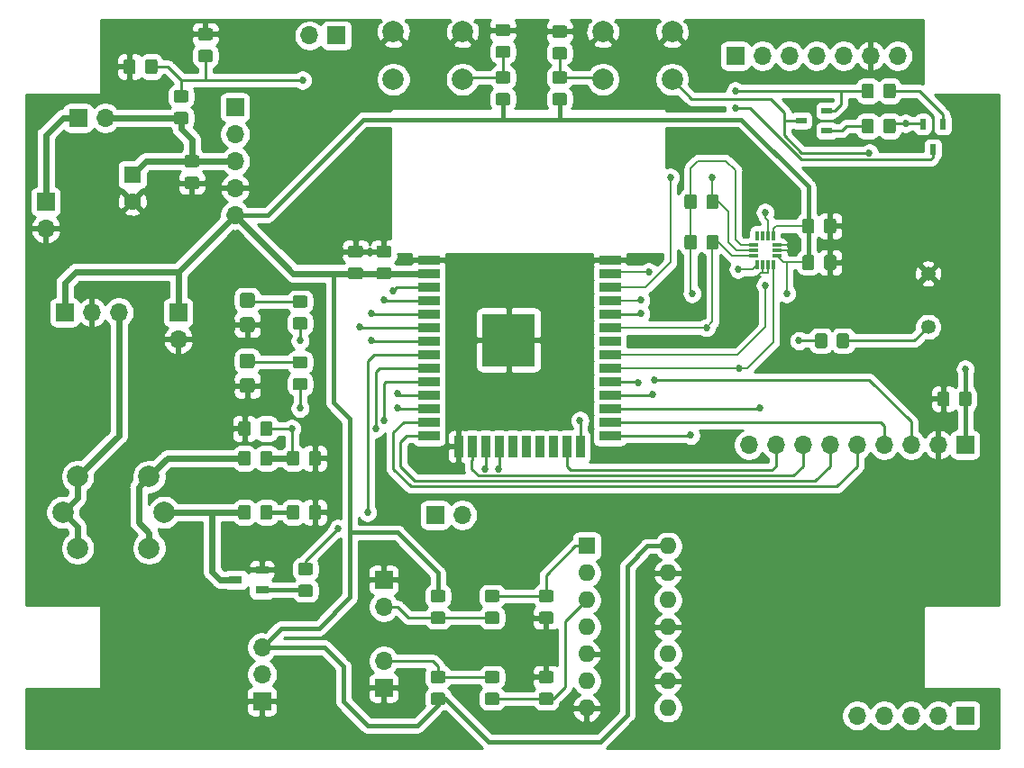
<source format=gtl>
G04 #@! TF.GenerationSoftware,KiCad,Pcbnew,(5.1.5)-3*
G04 #@! TF.CreationDate,2022-03-10T20:17:17-05:00*
G04 #@! TF.ProjectId,wearer,77656172-6572-42e6-9b69-6361645f7063,rev?*
G04 #@! TF.SameCoordinates,Original*
G04 #@! TF.FileFunction,Copper,L1,Top*
G04 #@! TF.FilePolarity,Positive*
%FSLAX46Y46*%
G04 Gerber Fmt 4.6, Leading zero omitted, Abs format (unit mm)*
G04 Created by KiCad (PCBNEW (5.1.5)-3) date 2022-03-10 20:17:17*
%MOMM*%
%LPD*%
G04 APERTURE LIST*
%ADD10O,1.700000X1.700000*%
%ADD11R,1.700000X1.700000*%
%ADD12R,1.276200X0.777800*%
%ADD13C,0.100000*%
%ADD14C,2.000000*%
%ADD15R,0.600000X0.977000*%
%ADD16R,0.977000X0.600000*%
%ADD17C,1.600000*%
%ADD18R,1.600000X1.600000*%
%ADD19R,2.000000X0.900000*%
%ADD20R,0.900000X2.000000*%
%ADD21R,5.000000X5.000000*%
%ADD22R,0.939800X0.330200*%
%ADD23R,0.330200X0.939800*%
%ADD24C,1.350000*%
%ADD25O,1.600000X1.600000*%
%ADD26C,0.685800*%
%ADD27C,0.203200*%
%ADD28C,0.254000*%
%ADD29C,0.406400*%
%ADD30C,0.609600*%
G04 APERTURE END LIST*
D10*
X136398000Y-85344000D03*
D11*
X131318000Y-85344000D03*
D10*
X133858000Y-85344000D03*
D12*
X149840000Y-111440000D03*
X149840000Y-109540000D03*
X147340000Y-110490000D03*
G04 #@! TA.AperFunction,SMDPad,CuDef*
D13*
G36*
X148888978Y-91510463D02*
G01*
X148918468Y-91514837D01*
X148947388Y-91522082D01*
X148975459Y-91532125D01*
X149002410Y-91544872D01*
X149027982Y-91560200D01*
X149051929Y-91577959D01*
X149074019Y-91597981D01*
X149094041Y-91620071D01*
X149111800Y-91644018D01*
X149127128Y-91669590D01*
X149139875Y-91696541D01*
X149149918Y-91724612D01*
X149157163Y-91753532D01*
X149161537Y-91783022D01*
X149163000Y-91812800D01*
X149163000Y-92609200D01*
X149161537Y-92638978D01*
X149157163Y-92668468D01*
X149149918Y-92697388D01*
X149139875Y-92725459D01*
X149127128Y-92752410D01*
X149111800Y-92777982D01*
X149094041Y-92801929D01*
X149074019Y-92824019D01*
X149051929Y-92844041D01*
X149027982Y-92861800D01*
X149002410Y-92877128D01*
X148975459Y-92889875D01*
X148947388Y-92899918D01*
X148918468Y-92907163D01*
X148888978Y-92911537D01*
X148859200Y-92913000D01*
X148066800Y-92913000D01*
X148037022Y-92911537D01*
X148007532Y-92907163D01*
X147978612Y-92899918D01*
X147950541Y-92889875D01*
X147923590Y-92877128D01*
X147898018Y-92861800D01*
X147874071Y-92844041D01*
X147851981Y-92824019D01*
X147831959Y-92801929D01*
X147814200Y-92777982D01*
X147798872Y-92752410D01*
X147786125Y-92725459D01*
X147776082Y-92697388D01*
X147768837Y-92668468D01*
X147764463Y-92638978D01*
X147763000Y-92609200D01*
X147763000Y-91812800D01*
X147764463Y-91783022D01*
X147768837Y-91753532D01*
X147776082Y-91724612D01*
X147786125Y-91696541D01*
X147798872Y-91669590D01*
X147814200Y-91644018D01*
X147831959Y-91620071D01*
X147851981Y-91597981D01*
X147874071Y-91577959D01*
X147898018Y-91560200D01*
X147923590Y-91544872D01*
X147950541Y-91532125D01*
X147978612Y-91522082D01*
X148007532Y-91514837D01*
X148037022Y-91510463D01*
X148066800Y-91509000D01*
X148859200Y-91509000D01*
X148888978Y-91510463D01*
G37*
G04 #@! TD.AperFunction*
G04 #@! TA.AperFunction,SMDPad,CuDef*
G36*
X148888978Y-89206463D02*
G01*
X148918468Y-89210837D01*
X148947388Y-89218082D01*
X148975459Y-89228125D01*
X149002410Y-89240872D01*
X149027982Y-89256200D01*
X149051929Y-89273959D01*
X149074019Y-89293981D01*
X149094041Y-89316071D01*
X149111800Y-89340018D01*
X149127128Y-89365590D01*
X149139875Y-89392541D01*
X149149918Y-89420612D01*
X149157163Y-89449532D01*
X149161537Y-89479022D01*
X149163000Y-89508800D01*
X149163000Y-90305200D01*
X149161537Y-90334978D01*
X149157163Y-90364468D01*
X149149918Y-90393388D01*
X149139875Y-90421459D01*
X149127128Y-90448410D01*
X149111800Y-90473982D01*
X149094041Y-90497929D01*
X149074019Y-90520019D01*
X149051929Y-90540041D01*
X149027982Y-90557800D01*
X149002410Y-90573128D01*
X148975459Y-90585875D01*
X148947388Y-90595918D01*
X148918468Y-90603163D01*
X148888978Y-90607537D01*
X148859200Y-90609000D01*
X148066800Y-90609000D01*
X148037022Y-90607537D01*
X148007532Y-90603163D01*
X147978612Y-90595918D01*
X147950541Y-90585875D01*
X147923590Y-90573128D01*
X147898018Y-90557800D01*
X147874071Y-90540041D01*
X147851981Y-90520019D01*
X147831959Y-90497929D01*
X147814200Y-90473982D01*
X147798872Y-90448410D01*
X147786125Y-90421459D01*
X147776082Y-90393388D01*
X147768837Y-90364468D01*
X147764463Y-90334978D01*
X147763000Y-90305200D01*
X147763000Y-89508800D01*
X147764463Y-89479022D01*
X147768837Y-89449532D01*
X147776082Y-89420612D01*
X147786125Y-89392541D01*
X147798872Y-89365590D01*
X147814200Y-89340018D01*
X147831959Y-89316071D01*
X147851981Y-89293981D01*
X147874071Y-89273959D01*
X147898018Y-89256200D01*
X147923590Y-89240872D01*
X147950541Y-89228125D01*
X147978612Y-89218082D01*
X148007532Y-89210837D01*
X148037022Y-89206463D01*
X148066800Y-89205000D01*
X148859200Y-89205000D01*
X148888978Y-89206463D01*
G37*
G04 #@! TD.AperFunction*
G04 #@! TA.AperFunction,SMDPad,CuDef*
G36*
X148888978Y-85795463D02*
G01*
X148918468Y-85799837D01*
X148947388Y-85807082D01*
X148975459Y-85817125D01*
X149002410Y-85829872D01*
X149027982Y-85845200D01*
X149051929Y-85862959D01*
X149074019Y-85882981D01*
X149094041Y-85905071D01*
X149111800Y-85929018D01*
X149127128Y-85954590D01*
X149139875Y-85981541D01*
X149149918Y-86009612D01*
X149157163Y-86038532D01*
X149161537Y-86068022D01*
X149163000Y-86097800D01*
X149163000Y-86894200D01*
X149161537Y-86923978D01*
X149157163Y-86953468D01*
X149149918Y-86982388D01*
X149139875Y-87010459D01*
X149127128Y-87037410D01*
X149111800Y-87062982D01*
X149094041Y-87086929D01*
X149074019Y-87109019D01*
X149051929Y-87129041D01*
X149027982Y-87146800D01*
X149002410Y-87162128D01*
X148975459Y-87174875D01*
X148947388Y-87184918D01*
X148918468Y-87192163D01*
X148888978Y-87196537D01*
X148859200Y-87198000D01*
X148066800Y-87198000D01*
X148037022Y-87196537D01*
X148007532Y-87192163D01*
X147978612Y-87184918D01*
X147950541Y-87174875D01*
X147923590Y-87162128D01*
X147898018Y-87146800D01*
X147874071Y-87129041D01*
X147851981Y-87109019D01*
X147831959Y-87086929D01*
X147814200Y-87062982D01*
X147798872Y-87037410D01*
X147786125Y-87010459D01*
X147776082Y-86982388D01*
X147768837Y-86953468D01*
X147764463Y-86923978D01*
X147763000Y-86894200D01*
X147763000Y-86097800D01*
X147764463Y-86068022D01*
X147768837Y-86038532D01*
X147776082Y-86009612D01*
X147786125Y-85981541D01*
X147798872Y-85954590D01*
X147814200Y-85929018D01*
X147831959Y-85905071D01*
X147851981Y-85882981D01*
X147874071Y-85862959D01*
X147898018Y-85845200D01*
X147923590Y-85829872D01*
X147950541Y-85817125D01*
X147978612Y-85807082D01*
X148007532Y-85799837D01*
X148037022Y-85795463D01*
X148066800Y-85794000D01*
X148859200Y-85794000D01*
X148888978Y-85795463D01*
G37*
G04 #@! TD.AperFunction*
G04 #@! TA.AperFunction,SMDPad,CuDef*
G36*
X148888978Y-83491463D02*
G01*
X148918468Y-83495837D01*
X148947388Y-83503082D01*
X148975459Y-83513125D01*
X149002410Y-83525872D01*
X149027982Y-83541200D01*
X149051929Y-83558959D01*
X149074019Y-83578981D01*
X149094041Y-83601071D01*
X149111800Y-83625018D01*
X149127128Y-83650590D01*
X149139875Y-83677541D01*
X149149918Y-83705612D01*
X149157163Y-83734532D01*
X149161537Y-83764022D01*
X149163000Y-83793800D01*
X149163000Y-84590200D01*
X149161537Y-84619978D01*
X149157163Y-84649468D01*
X149149918Y-84678388D01*
X149139875Y-84706459D01*
X149127128Y-84733410D01*
X149111800Y-84758982D01*
X149094041Y-84782929D01*
X149074019Y-84805019D01*
X149051929Y-84825041D01*
X149027982Y-84842800D01*
X149002410Y-84858128D01*
X148975459Y-84870875D01*
X148947388Y-84880918D01*
X148918468Y-84888163D01*
X148888978Y-84892537D01*
X148859200Y-84894000D01*
X148066800Y-84894000D01*
X148037022Y-84892537D01*
X148007532Y-84888163D01*
X147978612Y-84880918D01*
X147950541Y-84870875D01*
X147923590Y-84858128D01*
X147898018Y-84842800D01*
X147874071Y-84825041D01*
X147851981Y-84805019D01*
X147831959Y-84782929D01*
X147814200Y-84758982D01*
X147798872Y-84733410D01*
X147786125Y-84706459D01*
X147776082Y-84678388D01*
X147768837Y-84649468D01*
X147764463Y-84619978D01*
X147763000Y-84590200D01*
X147763000Y-83793800D01*
X147764463Y-83764022D01*
X147768837Y-83734532D01*
X147776082Y-83705612D01*
X147786125Y-83677541D01*
X147798872Y-83650590D01*
X147814200Y-83625018D01*
X147831959Y-83601071D01*
X147851981Y-83578981D01*
X147874071Y-83558959D01*
X147898018Y-83541200D01*
X147923590Y-83525872D01*
X147950541Y-83513125D01*
X147978612Y-83503082D01*
X148007532Y-83495837D01*
X148037022Y-83491463D01*
X148066800Y-83490000D01*
X148859200Y-83490000D01*
X148888978Y-83491463D01*
G37*
G04 #@! TD.AperFunction*
G04 #@! TA.AperFunction,SMDPad,CuDef*
G36*
X178274505Y-58345204D02*
G01*
X178298773Y-58348804D01*
X178322572Y-58354765D01*
X178345671Y-58363030D01*
X178367850Y-58373520D01*
X178388893Y-58386132D01*
X178408599Y-58400747D01*
X178426777Y-58417223D01*
X178443253Y-58435401D01*
X178457868Y-58455107D01*
X178470480Y-58476150D01*
X178480970Y-58498329D01*
X178489235Y-58521428D01*
X178495196Y-58545227D01*
X178498796Y-58569495D01*
X178500000Y-58593999D01*
X178500000Y-59244001D01*
X178498796Y-59268505D01*
X178495196Y-59292773D01*
X178489235Y-59316572D01*
X178480970Y-59339671D01*
X178470480Y-59361850D01*
X178457868Y-59382893D01*
X178443253Y-59402599D01*
X178426777Y-59420777D01*
X178408599Y-59437253D01*
X178388893Y-59451868D01*
X178367850Y-59464480D01*
X178345671Y-59474970D01*
X178322572Y-59483235D01*
X178298773Y-59489196D01*
X178274505Y-59492796D01*
X178250001Y-59494000D01*
X177349999Y-59494000D01*
X177325495Y-59492796D01*
X177301227Y-59489196D01*
X177277428Y-59483235D01*
X177254329Y-59474970D01*
X177232150Y-59464480D01*
X177211107Y-59451868D01*
X177191401Y-59437253D01*
X177173223Y-59420777D01*
X177156747Y-59402599D01*
X177142132Y-59382893D01*
X177129520Y-59361850D01*
X177119030Y-59339671D01*
X177110765Y-59316572D01*
X177104804Y-59292773D01*
X177101204Y-59268505D01*
X177100000Y-59244001D01*
X177100000Y-58593999D01*
X177101204Y-58569495D01*
X177104804Y-58545227D01*
X177110765Y-58521428D01*
X177119030Y-58498329D01*
X177129520Y-58476150D01*
X177142132Y-58455107D01*
X177156747Y-58435401D01*
X177173223Y-58417223D01*
X177191401Y-58400747D01*
X177211107Y-58386132D01*
X177232150Y-58373520D01*
X177254329Y-58363030D01*
X177277428Y-58354765D01*
X177301227Y-58348804D01*
X177325495Y-58345204D01*
X177349999Y-58344000D01*
X178250001Y-58344000D01*
X178274505Y-58345204D01*
G37*
G04 #@! TD.AperFunction*
G04 #@! TA.AperFunction,SMDPad,CuDef*
G36*
X178274505Y-60395204D02*
G01*
X178298773Y-60398804D01*
X178322572Y-60404765D01*
X178345671Y-60413030D01*
X178367850Y-60423520D01*
X178388893Y-60436132D01*
X178408599Y-60450747D01*
X178426777Y-60467223D01*
X178443253Y-60485401D01*
X178457868Y-60505107D01*
X178470480Y-60526150D01*
X178480970Y-60548329D01*
X178489235Y-60571428D01*
X178495196Y-60595227D01*
X178498796Y-60619495D01*
X178500000Y-60643999D01*
X178500000Y-61294001D01*
X178498796Y-61318505D01*
X178495196Y-61342773D01*
X178489235Y-61366572D01*
X178480970Y-61389671D01*
X178470480Y-61411850D01*
X178457868Y-61432893D01*
X178443253Y-61452599D01*
X178426777Y-61470777D01*
X178408599Y-61487253D01*
X178388893Y-61501868D01*
X178367850Y-61514480D01*
X178345671Y-61524970D01*
X178322572Y-61533235D01*
X178298773Y-61539196D01*
X178274505Y-61542796D01*
X178250001Y-61544000D01*
X177349999Y-61544000D01*
X177325495Y-61542796D01*
X177301227Y-61539196D01*
X177277428Y-61533235D01*
X177254329Y-61524970D01*
X177232150Y-61514480D01*
X177211107Y-61501868D01*
X177191401Y-61487253D01*
X177173223Y-61470777D01*
X177156747Y-61452599D01*
X177142132Y-61432893D01*
X177129520Y-61411850D01*
X177119030Y-61389671D01*
X177110765Y-61366572D01*
X177104804Y-61342773D01*
X177101204Y-61318505D01*
X177100000Y-61294001D01*
X177100000Y-60643999D01*
X177101204Y-60619495D01*
X177104804Y-60595227D01*
X177110765Y-60571428D01*
X177119030Y-60548329D01*
X177129520Y-60526150D01*
X177142132Y-60505107D01*
X177156747Y-60485401D01*
X177173223Y-60467223D01*
X177191401Y-60450747D01*
X177211107Y-60436132D01*
X177232150Y-60423520D01*
X177254329Y-60413030D01*
X177277428Y-60404765D01*
X177301227Y-60398804D01*
X177325495Y-60395204D01*
X177349999Y-60394000D01*
X178250001Y-60394000D01*
X178274505Y-60395204D01*
G37*
G04 #@! TD.AperFunction*
D14*
X162179000Y-63428000D03*
X162179000Y-58928000D03*
X168679000Y-63428000D03*
X168679000Y-58928000D03*
X188364000Y-58928000D03*
X188364000Y-63428000D03*
X181864000Y-58928000D03*
X181864000Y-63428000D03*
G04 #@! TA.AperFunction,SMDPad,CuDef*
D13*
G36*
X209146505Y-63817204D02*
G01*
X209170773Y-63820804D01*
X209194572Y-63826765D01*
X209217671Y-63835030D01*
X209239850Y-63845520D01*
X209260893Y-63858132D01*
X209280599Y-63872747D01*
X209298777Y-63889223D01*
X209315253Y-63907401D01*
X209329868Y-63927107D01*
X209342480Y-63948150D01*
X209352970Y-63970329D01*
X209361235Y-63993428D01*
X209367196Y-64017227D01*
X209370796Y-64041495D01*
X209372000Y-64065999D01*
X209372000Y-64966001D01*
X209370796Y-64990505D01*
X209367196Y-65014773D01*
X209361235Y-65038572D01*
X209352970Y-65061671D01*
X209342480Y-65083850D01*
X209329868Y-65104893D01*
X209315253Y-65124599D01*
X209298777Y-65142777D01*
X209280599Y-65159253D01*
X209260893Y-65173868D01*
X209239850Y-65186480D01*
X209217671Y-65196970D01*
X209194572Y-65205235D01*
X209170773Y-65211196D01*
X209146505Y-65214796D01*
X209122001Y-65216000D01*
X208471999Y-65216000D01*
X208447495Y-65214796D01*
X208423227Y-65211196D01*
X208399428Y-65205235D01*
X208376329Y-65196970D01*
X208354150Y-65186480D01*
X208333107Y-65173868D01*
X208313401Y-65159253D01*
X208295223Y-65142777D01*
X208278747Y-65124599D01*
X208264132Y-65104893D01*
X208251520Y-65083850D01*
X208241030Y-65061671D01*
X208232765Y-65038572D01*
X208226804Y-65014773D01*
X208223204Y-64990505D01*
X208222000Y-64966001D01*
X208222000Y-64065999D01*
X208223204Y-64041495D01*
X208226804Y-64017227D01*
X208232765Y-63993428D01*
X208241030Y-63970329D01*
X208251520Y-63948150D01*
X208264132Y-63927107D01*
X208278747Y-63907401D01*
X208295223Y-63889223D01*
X208313401Y-63872747D01*
X208333107Y-63858132D01*
X208354150Y-63845520D01*
X208376329Y-63835030D01*
X208399428Y-63826765D01*
X208423227Y-63820804D01*
X208447495Y-63817204D01*
X208471999Y-63816000D01*
X209122001Y-63816000D01*
X209146505Y-63817204D01*
G37*
G04 #@! TD.AperFunction*
G04 #@! TA.AperFunction,SMDPad,CuDef*
G36*
X207096505Y-63817204D02*
G01*
X207120773Y-63820804D01*
X207144572Y-63826765D01*
X207167671Y-63835030D01*
X207189850Y-63845520D01*
X207210893Y-63858132D01*
X207230599Y-63872747D01*
X207248777Y-63889223D01*
X207265253Y-63907401D01*
X207279868Y-63927107D01*
X207292480Y-63948150D01*
X207302970Y-63970329D01*
X207311235Y-63993428D01*
X207317196Y-64017227D01*
X207320796Y-64041495D01*
X207322000Y-64065999D01*
X207322000Y-64966001D01*
X207320796Y-64990505D01*
X207317196Y-65014773D01*
X207311235Y-65038572D01*
X207302970Y-65061671D01*
X207292480Y-65083850D01*
X207279868Y-65104893D01*
X207265253Y-65124599D01*
X207248777Y-65142777D01*
X207230599Y-65159253D01*
X207210893Y-65173868D01*
X207189850Y-65186480D01*
X207167671Y-65196970D01*
X207144572Y-65205235D01*
X207120773Y-65211196D01*
X207096505Y-65214796D01*
X207072001Y-65216000D01*
X206421999Y-65216000D01*
X206397495Y-65214796D01*
X206373227Y-65211196D01*
X206349428Y-65205235D01*
X206326329Y-65196970D01*
X206304150Y-65186480D01*
X206283107Y-65173868D01*
X206263401Y-65159253D01*
X206245223Y-65142777D01*
X206228747Y-65124599D01*
X206214132Y-65104893D01*
X206201520Y-65083850D01*
X206191030Y-65061671D01*
X206182765Y-65038572D01*
X206176804Y-65014773D01*
X206173204Y-64990505D01*
X206172000Y-64966001D01*
X206172000Y-64065999D01*
X206173204Y-64041495D01*
X206176804Y-64017227D01*
X206182765Y-63993428D01*
X206191030Y-63970329D01*
X206201520Y-63948150D01*
X206214132Y-63927107D01*
X206228747Y-63907401D01*
X206245223Y-63889223D01*
X206263401Y-63872747D01*
X206283107Y-63858132D01*
X206304150Y-63845520D01*
X206326329Y-63835030D01*
X206349428Y-63826765D01*
X206373227Y-63820804D01*
X206397495Y-63817204D01*
X206421999Y-63816000D01*
X207072001Y-63816000D01*
X207096505Y-63817204D01*
G37*
G04 #@! TD.AperFunction*
G04 #@! TA.AperFunction,SMDPad,CuDef*
G36*
X207096505Y-67119204D02*
G01*
X207120773Y-67122804D01*
X207144572Y-67128765D01*
X207167671Y-67137030D01*
X207189850Y-67147520D01*
X207210893Y-67160132D01*
X207230599Y-67174747D01*
X207248777Y-67191223D01*
X207265253Y-67209401D01*
X207279868Y-67229107D01*
X207292480Y-67250150D01*
X207302970Y-67272329D01*
X207311235Y-67295428D01*
X207317196Y-67319227D01*
X207320796Y-67343495D01*
X207322000Y-67367999D01*
X207322000Y-68268001D01*
X207320796Y-68292505D01*
X207317196Y-68316773D01*
X207311235Y-68340572D01*
X207302970Y-68363671D01*
X207292480Y-68385850D01*
X207279868Y-68406893D01*
X207265253Y-68426599D01*
X207248777Y-68444777D01*
X207230599Y-68461253D01*
X207210893Y-68475868D01*
X207189850Y-68488480D01*
X207167671Y-68498970D01*
X207144572Y-68507235D01*
X207120773Y-68513196D01*
X207096505Y-68516796D01*
X207072001Y-68518000D01*
X206421999Y-68518000D01*
X206397495Y-68516796D01*
X206373227Y-68513196D01*
X206349428Y-68507235D01*
X206326329Y-68498970D01*
X206304150Y-68488480D01*
X206283107Y-68475868D01*
X206263401Y-68461253D01*
X206245223Y-68444777D01*
X206228747Y-68426599D01*
X206214132Y-68406893D01*
X206201520Y-68385850D01*
X206191030Y-68363671D01*
X206182765Y-68340572D01*
X206176804Y-68316773D01*
X206173204Y-68292505D01*
X206172000Y-68268001D01*
X206172000Y-67367999D01*
X206173204Y-67343495D01*
X206176804Y-67319227D01*
X206182765Y-67295428D01*
X206191030Y-67272329D01*
X206201520Y-67250150D01*
X206214132Y-67229107D01*
X206228747Y-67209401D01*
X206245223Y-67191223D01*
X206263401Y-67174747D01*
X206283107Y-67160132D01*
X206304150Y-67147520D01*
X206326329Y-67137030D01*
X206349428Y-67128765D01*
X206373227Y-67122804D01*
X206397495Y-67119204D01*
X206421999Y-67118000D01*
X207072001Y-67118000D01*
X207096505Y-67119204D01*
G37*
G04 #@! TD.AperFunction*
G04 #@! TA.AperFunction,SMDPad,CuDef*
G36*
X209146505Y-67119204D02*
G01*
X209170773Y-67122804D01*
X209194572Y-67128765D01*
X209217671Y-67137030D01*
X209239850Y-67147520D01*
X209260893Y-67160132D01*
X209280599Y-67174747D01*
X209298777Y-67191223D01*
X209315253Y-67209401D01*
X209329868Y-67229107D01*
X209342480Y-67250150D01*
X209352970Y-67272329D01*
X209361235Y-67295428D01*
X209367196Y-67319227D01*
X209370796Y-67343495D01*
X209372000Y-67367999D01*
X209372000Y-68268001D01*
X209370796Y-68292505D01*
X209367196Y-68316773D01*
X209361235Y-68340572D01*
X209352970Y-68363671D01*
X209342480Y-68385850D01*
X209329868Y-68406893D01*
X209315253Y-68426599D01*
X209298777Y-68444777D01*
X209280599Y-68461253D01*
X209260893Y-68475868D01*
X209239850Y-68488480D01*
X209217671Y-68498970D01*
X209194572Y-68507235D01*
X209170773Y-68513196D01*
X209146505Y-68516796D01*
X209122001Y-68518000D01*
X208471999Y-68518000D01*
X208447495Y-68516796D01*
X208423227Y-68513196D01*
X208399428Y-68507235D01*
X208376329Y-68498970D01*
X208354150Y-68488480D01*
X208333107Y-68475868D01*
X208313401Y-68461253D01*
X208295223Y-68444777D01*
X208278747Y-68426599D01*
X208264132Y-68406893D01*
X208251520Y-68385850D01*
X208241030Y-68363671D01*
X208232765Y-68340572D01*
X208226804Y-68316773D01*
X208223204Y-68292505D01*
X208222000Y-68268001D01*
X208222000Y-67367999D01*
X208223204Y-67343495D01*
X208226804Y-67319227D01*
X208232765Y-67295428D01*
X208241030Y-67272329D01*
X208251520Y-67250150D01*
X208264132Y-67229107D01*
X208278747Y-67209401D01*
X208295223Y-67191223D01*
X208313401Y-67174747D01*
X208333107Y-67160132D01*
X208354150Y-67147520D01*
X208376329Y-67137030D01*
X208399428Y-67128765D01*
X208423227Y-67122804D01*
X208447495Y-67119204D01*
X208471999Y-67118000D01*
X209122001Y-67118000D01*
X209146505Y-67119204D01*
G37*
G04 #@! TD.AperFunction*
G04 #@! TA.AperFunction,SMDPad,CuDef*
G36*
X178274505Y-64713204D02*
G01*
X178298773Y-64716804D01*
X178322572Y-64722765D01*
X178345671Y-64731030D01*
X178367850Y-64741520D01*
X178388893Y-64754132D01*
X178408599Y-64768747D01*
X178426777Y-64785223D01*
X178443253Y-64803401D01*
X178457868Y-64823107D01*
X178470480Y-64844150D01*
X178480970Y-64866329D01*
X178489235Y-64889428D01*
X178495196Y-64913227D01*
X178498796Y-64937495D01*
X178500000Y-64961999D01*
X178500000Y-65612001D01*
X178498796Y-65636505D01*
X178495196Y-65660773D01*
X178489235Y-65684572D01*
X178480970Y-65707671D01*
X178470480Y-65729850D01*
X178457868Y-65750893D01*
X178443253Y-65770599D01*
X178426777Y-65788777D01*
X178408599Y-65805253D01*
X178388893Y-65819868D01*
X178367850Y-65832480D01*
X178345671Y-65842970D01*
X178322572Y-65851235D01*
X178298773Y-65857196D01*
X178274505Y-65860796D01*
X178250001Y-65862000D01*
X177349999Y-65862000D01*
X177325495Y-65860796D01*
X177301227Y-65857196D01*
X177277428Y-65851235D01*
X177254329Y-65842970D01*
X177232150Y-65832480D01*
X177211107Y-65819868D01*
X177191401Y-65805253D01*
X177173223Y-65788777D01*
X177156747Y-65770599D01*
X177142132Y-65750893D01*
X177129520Y-65729850D01*
X177119030Y-65707671D01*
X177110765Y-65684572D01*
X177104804Y-65660773D01*
X177101204Y-65636505D01*
X177100000Y-65612001D01*
X177100000Y-64961999D01*
X177101204Y-64937495D01*
X177104804Y-64913227D01*
X177110765Y-64889428D01*
X177119030Y-64866329D01*
X177129520Y-64844150D01*
X177142132Y-64823107D01*
X177156747Y-64803401D01*
X177173223Y-64785223D01*
X177191401Y-64768747D01*
X177211107Y-64754132D01*
X177232150Y-64741520D01*
X177254329Y-64731030D01*
X177277428Y-64722765D01*
X177301227Y-64716804D01*
X177325495Y-64713204D01*
X177349999Y-64712000D01*
X178250001Y-64712000D01*
X178274505Y-64713204D01*
G37*
G04 #@! TD.AperFunction*
G04 #@! TA.AperFunction,SMDPad,CuDef*
G36*
X178274505Y-62663204D02*
G01*
X178298773Y-62666804D01*
X178322572Y-62672765D01*
X178345671Y-62681030D01*
X178367850Y-62691520D01*
X178388893Y-62704132D01*
X178408599Y-62718747D01*
X178426777Y-62735223D01*
X178443253Y-62753401D01*
X178457868Y-62773107D01*
X178470480Y-62794150D01*
X178480970Y-62816329D01*
X178489235Y-62839428D01*
X178495196Y-62863227D01*
X178498796Y-62887495D01*
X178500000Y-62911999D01*
X178500000Y-63562001D01*
X178498796Y-63586505D01*
X178495196Y-63610773D01*
X178489235Y-63634572D01*
X178480970Y-63657671D01*
X178470480Y-63679850D01*
X178457868Y-63700893D01*
X178443253Y-63720599D01*
X178426777Y-63738777D01*
X178408599Y-63755253D01*
X178388893Y-63769868D01*
X178367850Y-63782480D01*
X178345671Y-63792970D01*
X178322572Y-63801235D01*
X178298773Y-63807196D01*
X178274505Y-63810796D01*
X178250001Y-63812000D01*
X177349999Y-63812000D01*
X177325495Y-63810796D01*
X177301227Y-63807196D01*
X177277428Y-63801235D01*
X177254329Y-63792970D01*
X177232150Y-63782480D01*
X177211107Y-63769868D01*
X177191401Y-63755253D01*
X177173223Y-63738777D01*
X177156747Y-63720599D01*
X177142132Y-63700893D01*
X177129520Y-63679850D01*
X177119030Y-63657671D01*
X177110765Y-63634572D01*
X177104804Y-63610773D01*
X177101204Y-63586505D01*
X177100000Y-63562001D01*
X177100000Y-62911999D01*
X177101204Y-62887495D01*
X177104804Y-62863227D01*
X177110765Y-62839428D01*
X177119030Y-62816329D01*
X177129520Y-62794150D01*
X177142132Y-62773107D01*
X177156747Y-62753401D01*
X177173223Y-62735223D01*
X177191401Y-62718747D01*
X177211107Y-62704132D01*
X177232150Y-62691520D01*
X177254329Y-62681030D01*
X177277428Y-62672765D01*
X177301227Y-62666804D01*
X177325495Y-62663204D01*
X177349999Y-62662000D01*
X178250001Y-62662000D01*
X178274505Y-62663204D01*
G37*
G04 #@! TD.AperFunction*
D15*
X213802000Y-67634000D03*
X211902000Y-67634000D03*
X212852000Y-70034000D03*
D16*
X202876000Y-68260000D03*
X202876000Y-66360000D03*
X200476000Y-67310000D03*
D10*
X209550000Y-61214000D03*
X207010000Y-61214000D03*
X204470000Y-61214000D03*
X201930000Y-61214000D03*
X199390000Y-61214000D03*
X196850000Y-61214000D03*
D11*
X194310000Y-61214000D03*
D14*
X131140000Y-104140000D03*
X132531000Y-107499000D03*
X132531000Y-100781000D03*
X139249000Y-107499000D03*
X140640000Y-104140000D03*
X139249000Y-100781000D03*
D17*
X137668000Y-74890000D03*
D18*
X137668000Y-72390000D03*
D10*
X129540000Y-77470000D03*
D11*
X129540000Y-74930000D03*
D10*
X168656000Y-104394000D03*
D11*
X166116000Y-104394000D03*
D10*
X141986000Y-87884000D03*
D11*
X141986000Y-85344000D03*
G04 #@! TA.AperFunction,SMDPad,CuDef*
D13*
G36*
X143730505Y-70537204D02*
G01*
X143754773Y-70540804D01*
X143778572Y-70546765D01*
X143801671Y-70555030D01*
X143823850Y-70565520D01*
X143844893Y-70578132D01*
X143864599Y-70592747D01*
X143882777Y-70609223D01*
X143899253Y-70627401D01*
X143913868Y-70647107D01*
X143926480Y-70668150D01*
X143936970Y-70690329D01*
X143945235Y-70713428D01*
X143951196Y-70737227D01*
X143954796Y-70761495D01*
X143956000Y-70785999D01*
X143956000Y-71436001D01*
X143954796Y-71460505D01*
X143951196Y-71484773D01*
X143945235Y-71508572D01*
X143936970Y-71531671D01*
X143926480Y-71553850D01*
X143913868Y-71574893D01*
X143899253Y-71594599D01*
X143882777Y-71612777D01*
X143864599Y-71629253D01*
X143844893Y-71643868D01*
X143823850Y-71656480D01*
X143801671Y-71666970D01*
X143778572Y-71675235D01*
X143754773Y-71681196D01*
X143730505Y-71684796D01*
X143706001Y-71686000D01*
X142805999Y-71686000D01*
X142781495Y-71684796D01*
X142757227Y-71681196D01*
X142733428Y-71675235D01*
X142710329Y-71666970D01*
X142688150Y-71656480D01*
X142667107Y-71643868D01*
X142647401Y-71629253D01*
X142629223Y-71612777D01*
X142612747Y-71594599D01*
X142598132Y-71574893D01*
X142585520Y-71553850D01*
X142575030Y-71531671D01*
X142566765Y-71508572D01*
X142560804Y-71484773D01*
X142557204Y-71460505D01*
X142556000Y-71436001D01*
X142556000Y-70785999D01*
X142557204Y-70761495D01*
X142560804Y-70737227D01*
X142566765Y-70713428D01*
X142575030Y-70690329D01*
X142585520Y-70668150D01*
X142598132Y-70647107D01*
X142612747Y-70627401D01*
X142629223Y-70609223D01*
X142647401Y-70592747D01*
X142667107Y-70578132D01*
X142688150Y-70565520D01*
X142710329Y-70555030D01*
X142733428Y-70546765D01*
X142757227Y-70540804D01*
X142781495Y-70537204D01*
X142805999Y-70536000D01*
X143706001Y-70536000D01*
X143730505Y-70537204D01*
G37*
G04 #@! TD.AperFunction*
G04 #@! TA.AperFunction,SMDPad,CuDef*
G36*
X143730505Y-72587204D02*
G01*
X143754773Y-72590804D01*
X143778572Y-72596765D01*
X143801671Y-72605030D01*
X143823850Y-72615520D01*
X143844893Y-72628132D01*
X143864599Y-72642747D01*
X143882777Y-72659223D01*
X143899253Y-72677401D01*
X143913868Y-72697107D01*
X143926480Y-72718150D01*
X143936970Y-72740329D01*
X143945235Y-72763428D01*
X143951196Y-72787227D01*
X143954796Y-72811495D01*
X143956000Y-72835999D01*
X143956000Y-73486001D01*
X143954796Y-73510505D01*
X143951196Y-73534773D01*
X143945235Y-73558572D01*
X143936970Y-73581671D01*
X143926480Y-73603850D01*
X143913868Y-73624893D01*
X143899253Y-73644599D01*
X143882777Y-73662777D01*
X143864599Y-73679253D01*
X143844893Y-73693868D01*
X143823850Y-73706480D01*
X143801671Y-73716970D01*
X143778572Y-73725235D01*
X143754773Y-73731196D01*
X143730505Y-73734796D01*
X143706001Y-73736000D01*
X142805999Y-73736000D01*
X142781495Y-73734796D01*
X142757227Y-73731196D01*
X142733428Y-73725235D01*
X142710329Y-73716970D01*
X142688150Y-73706480D01*
X142667107Y-73693868D01*
X142647401Y-73679253D01*
X142629223Y-73662777D01*
X142612747Y-73644599D01*
X142598132Y-73624893D01*
X142585520Y-73603850D01*
X142575030Y-73581671D01*
X142566765Y-73558572D01*
X142560804Y-73534773D01*
X142557204Y-73510505D01*
X142556000Y-73486001D01*
X142556000Y-72835999D01*
X142557204Y-72811495D01*
X142560804Y-72787227D01*
X142566765Y-72763428D01*
X142575030Y-72740329D01*
X142585520Y-72718150D01*
X142598132Y-72697107D01*
X142612747Y-72677401D01*
X142629223Y-72659223D01*
X142647401Y-72642747D01*
X142667107Y-72628132D01*
X142688150Y-72615520D01*
X142710329Y-72605030D01*
X142733428Y-72596765D01*
X142757227Y-72590804D01*
X142781495Y-72587204D01*
X142805999Y-72586000D01*
X143706001Y-72586000D01*
X143730505Y-72587204D01*
G37*
G04 #@! TD.AperFunction*
G04 #@! TA.AperFunction,SMDPad,CuDef*
G36*
X145000505Y-60649204D02*
G01*
X145024773Y-60652804D01*
X145048572Y-60658765D01*
X145071671Y-60667030D01*
X145093850Y-60677520D01*
X145114893Y-60690132D01*
X145134599Y-60704747D01*
X145152777Y-60721223D01*
X145169253Y-60739401D01*
X145183868Y-60759107D01*
X145196480Y-60780150D01*
X145206970Y-60802329D01*
X145215235Y-60825428D01*
X145221196Y-60849227D01*
X145224796Y-60873495D01*
X145226000Y-60897999D01*
X145226000Y-61548001D01*
X145224796Y-61572505D01*
X145221196Y-61596773D01*
X145215235Y-61620572D01*
X145206970Y-61643671D01*
X145196480Y-61665850D01*
X145183868Y-61686893D01*
X145169253Y-61706599D01*
X145152777Y-61724777D01*
X145134599Y-61741253D01*
X145114893Y-61755868D01*
X145093850Y-61768480D01*
X145071671Y-61778970D01*
X145048572Y-61787235D01*
X145024773Y-61793196D01*
X145000505Y-61796796D01*
X144976001Y-61798000D01*
X144075999Y-61798000D01*
X144051495Y-61796796D01*
X144027227Y-61793196D01*
X144003428Y-61787235D01*
X143980329Y-61778970D01*
X143958150Y-61768480D01*
X143937107Y-61755868D01*
X143917401Y-61741253D01*
X143899223Y-61724777D01*
X143882747Y-61706599D01*
X143868132Y-61686893D01*
X143855520Y-61665850D01*
X143845030Y-61643671D01*
X143836765Y-61620572D01*
X143830804Y-61596773D01*
X143827204Y-61572505D01*
X143826000Y-61548001D01*
X143826000Y-60897999D01*
X143827204Y-60873495D01*
X143830804Y-60849227D01*
X143836765Y-60825428D01*
X143845030Y-60802329D01*
X143855520Y-60780150D01*
X143868132Y-60759107D01*
X143882747Y-60739401D01*
X143899223Y-60721223D01*
X143917401Y-60704747D01*
X143937107Y-60690132D01*
X143958150Y-60677520D01*
X143980329Y-60667030D01*
X144003428Y-60658765D01*
X144027227Y-60652804D01*
X144051495Y-60649204D01*
X144075999Y-60648000D01*
X144976001Y-60648000D01*
X145000505Y-60649204D01*
G37*
G04 #@! TD.AperFunction*
G04 #@! TA.AperFunction,SMDPad,CuDef*
G36*
X145000505Y-58599204D02*
G01*
X145024773Y-58602804D01*
X145048572Y-58608765D01*
X145071671Y-58617030D01*
X145093850Y-58627520D01*
X145114893Y-58640132D01*
X145134599Y-58654747D01*
X145152777Y-58671223D01*
X145169253Y-58689401D01*
X145183868Y-58709107D01*
X145196480Y-58730150D01*
X145206970Y-58752329D01*
X145215235Y-58775428D01*
X145221196Y-58799227D01*
X145224796Y-58823495D01*
X145226000Y-58847999D01*
X145226000Y-59498001D01*
X145224796Y-59522505D01*
X145221196Y-59546773D01*
X145215235Y-59570572D01*
X145206970Y-59593671D01*
X145196480Y-59615850D01*
X145183868Y-59636893D01*
X145169253Y-59656599D01*
X145152777Y-59674777D01*
X145134599Y-59691253D01*
X145114893Y-59705868D01*
X145093850Y-59718480D01*
X145071671Y-59728970D01*
X145048572Y-59737235D01*
X145024773Y-59743196D01*
X145000505Y-59746796D01*
X144976001Y-59748000D01*
X144075999Y-59748000D01*
X144051495Y-59746796D01*
X144027227Y-59743196D01*
X144003428Y-59737235D01*
X143980329Y-59728970D01*
X143958150Y-59718480D01*
X143937107Y-59705868D01*
X143917401Y-59691253D01*
X143899223Y-59674777D01*
X143882747Y-59656599D01*
X143868132Y-59636893D01*
X143855520Y-59615850D01*
X143845030Y-59593671D01*
X143836765Y-59570572D01*
X143830804Y-59546773D01*
X143827204Y-59522505D01*
X143826000Y-59498001D01*
X143826000Y-58847999D01*
X143827204Y-58823495D01*
X143830804Y-58799227D01*
X143836765Y-58775428D01*
X143845030Y-58752329D01*
X143855520Y-58730150D01*
X143868132Y-58709107D01*
X143882747Y-58689401D01*
X143899223Y-58671223D01*
X143917401Y-58654747D01*
X143937107Y-58640132D01*
X143958150Y-58627520D01*
X143980329Y-58617030D01*
X144003428Y-58608765D01*
X144027227Y-58602804D01*
X144051495Y-58599204D01*
X144075999Y-58598000D01*
X144976001Y-58598000D01*
X145000505Y-58599204D01*
G37*
G04 #@! TD.AperFunction*
G04 #@! TA.AperFunction,SMDPad,CuDef*
G36*
X148549505Y-95567204D02*
G01*
X148573773Y-95570804D01*
X148597572Y-95576765D01*
X148620671Y-95585030D01*
X148642850Y-95595520D01*
X148663893Y-95608132D01*
X148683599Y-95622747D01*
X148701777Y-95639223D01*
X148718253Y-95657401D01*
X148732868Y-95677107D01*
X148745480Y-95698150D01*
X148755970Y-95720329D01*
X148764235Y-95743428D01*
X148770196Y-95767227D01*
X148773796Y-95791495D01*
X148775000Y-95815999D01*
X148775000Y-96716001D01*
X148773796Y-96740505D01*
X148770196Y-96764773D01*
X148764235Y-96788572D01*
X148755970Y-96811671D01*
X148745480Y-96833850D01*
X148732868Y-96854893D01*
X148718253Y-96874599D01*
X148701777Y-96892777D01*
X148683599Y-96909253D01*
X148663893Y-96923868D01*
X148642850Y-96936480D01*
X148620671Y-96946970D01*
X148597572Y-96955235D01*
X148573773Y-96961196D01*
X148549505Y-96964796D01*
X148525001Y-96966000D01*
X147874999Y-96966000D01*
X147850495Y-96964796D01*
X147826227Y-96961196D01*
X147802428Y-96955235D01*
X147779329Y-96946970D01*
X147757150Y-96936480D01*
X147736107Y-96923868D01*
X147716401Y-96909253D01*
X147698223Y-96892777D01*
X147681747Y-96874599D01*
X147667132Y-96854893D01*
X147654520Y-96833850D01*
X147644030Y-96811671D01*
X147635765Y-96788572D01*
X147629804Y-96764773D01*
X147626204Y-96740505D01*
X147625000Y-96716001D01*
X147625000Y-95815999D01*
X147626204Y-95791495D01*
X147629804Y-95767227D01*
X147635765Y-95743428D01*
X147644030Y-95720329D01*
X147654520Y-95698150D01*
X147667132Y-95677107D01*
X147681747Y-95657401D01*
X147698223Y-95639223D01*
X147716401Y-95622747D01*
X147736107Y-95608132D01*
X147757150Y-95595520D01*
X147779329Y-95585030D01*
X147802428Y-95576765D01*
X147826227Y-95570804D01*
X147850495Y-95567204D01*
X147874999Y-95566000D01*
X148525001Y-95566000D01*
X148549505Y-95567204D01*
G37*
G04 #@! TD.AperFunction*
G04 #@! TA.AperFunction,SMDPad,CuDef*
G36*
X150599505Y-95567204D02*
G01*
X150623773Y-95570804D01*
X150647572Y-95576765D01*
X150670671Y-95585030D01*
X150692850Y-95595520D01*
X150713893Y-95608132D01*
X150733599Y-95622747D01*
X150751777Y-95639223D01*
X150768253Y-95657401D01*
X150782868Y-95677107D01*
X150795480Y-95698150D01*
X150805970Y-95720329D01*
X150814235Y-95743428D01*
X150820196Y-95767227D01*
X150823796Y-95791495D01*
X150825000Y-95815999D01*
X150825000Y-96716001D01*
X150823796Y-96740505D01*
X150820196Y-96764773D01*
X150814235Y-96788572D01*
X150805970Y-96811671D01*
X150795480Y-96833850D01*
X150782868Y-96854893D01*
X150768253Y-96874599D01*
X150751777Y-96892777D01*
X150733599Y-96909253D01*
X150713893Y-96923868D01*
X150692850Y-96936480D01*
X150670671Y-96946970D01*
X150647572Y-96955235D01*
X150623773Y-96961196D01*
X150599505Y-96964796D01*
X150575001Y-96966000D01*
X149924999Y-96966000D01*
X149900495Y-96964796D01*
X149876227Y-96961196D01*
X149852428Y-96955235D01*
X149829329Y-96946970D01*
X149807150Y-96936480D01*
X149786107Y-96923868D01*
X149766401Y-96909253D01*
X149748223Y-96892777D01*
X149731747Y-96874599D01*
X149717132Y-96854893D01*
X149704520Y-96833850D01*
X149694030Y-96811671D01*
X149685765Y-96788572D01*
X149679804Y-96764773D01*
X149676204Y-96740505D01*
X149675000Y-96716001D01*
X149675000Y-95815999D01*
X149676204Y-95791495D01*
X149679804Y-95767227D01*
X149685765Y-95743428D01*
X149694030Y-95720329D01*
X149704520Y-95698150D01*
X149717132Y-95677107D01*
X149731747Y-95657401D01*
X149748223Y-95639223D01*
X149766401Y-95622747D01*
X149786107Y-95608132D01*
X149807150Y-95595520D01*
X149829329Y-95585030D01*
X149852428Y-95576765D01*
X149876227Y-95570804D01*
X149900495Y-95567204D01*
X149924999Y-95566000D01*
X150575001Y-95566000D01*
X150599505Y-95567204D01*
G37*
G04 #@! TD.AperFunction*
D19*
X165520001Y-80430001D03*
X165520001Y-81700001D03*
X165520001Y-82970001D03*
X165520001Y-84240001D03*
X165520001Y-85510001D03*
X165520001Y-86780001D03*
X165520001Y-88050001D03*
X165520001Y-89320001D03*
X165520001Y-90590001D03*
X165520001Y-91860001D03*
X165520001Y-93130001D03*
X165520001Y-94400001D03*
X165520001Y-95670001D03*
X165520001Y-96940001D03*
D20*
X168305001Y-97940001D03*
X169575001Y-97940001D03*
X170845001Y-97940001D03*
X172115001Y-97940001D03*
X173385001Y-97940001D03*
X174655001Y-97940001D03*
X175925001Y-97940001D03*
X177195001Y-97940001D03*
X178465001Y-97940001D03*
X179735001Y-97940001D03*
D19*
X182520001Y-96940001D03*
X182520001Y-95670001D03*
X182520001Y-94400001D03*
X182520001Y-93130001D03*
X182520001Y-91860001D03*
X182520001Y-90590001D03*
X182520001Y-89320001D03*
X182520001Y-88050001D03*
X182520001Y-86780001D03*
X182520001Y-85510001D03*
X182520001Y-84240001D03*
X182520001Y-82970001D03*
X182520001Y-81700001D03*
X182520001Y-80430001D03*
D21*
X173020001Y-87930001D03*
D22*
X196011800Y-80002126D03*
X196011800Y-79502000D03*
X196011800Y-79001874D03*
D23*
X196353811Y-78168500D03*
X196853937Y-78168500D03*
X197354063Y-78168500D03*
X197854189Y-78168500D03*
D22*
X198196200Y-79001874D03*
X198196200Y-79502000D03*
X198196200Y-80002126D03*
D23*
X197854189Y-80835500D03*
X197354063Y-80835500D03*
X196853937Y-80835500D03*
X196353811Y-80835500D03*
D10*
X213360000Y-123260000D03*
X205740000Y-123260000D03*
X210820000Y-123260000D03*
D11*
X215900000Y-123260000D03*
D10*
X208280000Y-123260000D03*
X208280000Y-97790000D03*
X200660000Y-97790000D03*
X210820000Y-97790000D03*
X213360000Y-97790000D03*
X198120000Y-97790000D03*
X195580000Y-97790000D03*
D11*
X215900000Y-97790000D03*
D10*
X203200000Y-97790000D03*
X205740000Y-97790000D03*
G04 #@! TA.AperFunction,SMDPad,CuDef*
D13*
G36*
X172940505Y-58218204D02*
G01*
X172964773Y-58221804D01*
X172988572Y-58227765D01*
X173011671Y-58236030D01*
X173033850Y-58246520D01*
X173054893Y-58259132D01*
X173074599Y-58273747D01*
X173092777Y-58290223D01*
X173109253Y-58308401D01*
X173123868Y-58328107D01*
X173136480Y-58349150D01*
X173146970Y-58371329D01*
X173155235Y-58394428D01*
X173161196Y-58418227D01*
X173164796Y-58442495D01*
X173166000Y-58466999D01*
X173166000Y-59117001D01*
X173164796Y-59141505D01*
X173161196Y-59165773D01*
X173155235Y-59189572D01*
X173146970Y-59212671D01*
X173136480Y-59234850D01*
X173123868Y-59255893D01*
X173109253Y-59275599D01*
X173092777Y-59293777D01*
X173074599Y-59310253D01*
X173054893Y-59324868D01*
X173033850Y-59337480D01*
X173011671Y-59347970D01*
X172988572Y-59356235D01*
X172964773Y-59362196D01*
X172940505Y-59365796D01*
X172916001Y-59367000D01*
X172015999Y-59367000D01*
X171991495Y-59365796D01*
X171967227Y-59362196D01*
X171943428Y-59356235D01*
X171920329Y-59347970D01*
X171898150Y-59337480D01*
X171877107Y-59324868D01*
X171857401Y-59310253D01*
X171839223Y-59293777D01*
X171822747Y-59275599D01*
X171808132Y-59255893D01*
X171795520Y-59234850D01*
X171785030Y-59212671D01*
X171776765Y-59189572D01*
X171770804Y-59165773D01*
X171767204Y-59141505D01*
X171766000Y-59117001D01*
X171766000Y-58466999D01*
X171767204Y-58442495D01*
X171770804Y-58418227D01*
X171776765Y-58394428D01*
X171785030Y-58371329D01*
X171795520Y-58349150D01*
X171808132Y-58328107D01*
X171822747Y-58308401D01*
X171839223Y-58290223D01*
X171857401Y-58273747D01*
X171877107Y-58259132D01*
X171898150Y-58246520D01*
X171920329Y-58236030D01*
X171943428Y-58227765D01*
X171967227Y-58221804D01*
X171991495Y-58218204D01*
X172015999Y-58217000D01*
X172916001Y-58217000D01*
X172940505Y-58218204D01*
G37*
G04 #@! TD.AperFunction*
G04 #@! TA.AperFunction,SMDPad,CuDef*
G36*
X172940505Y-60268204D02*
G01*
X172964773Y-60271804D01*
X172988572Y-60277765D01*
X173011671Y-60286030D01*
X173033850Y-60296520D01*
X173054893Y-60309132D01*
X173074599Y-60323747D01*
X173092777Y-60340223D01*
X173109253Y-60358401D01*
X173123868Y-60378107D01*
X173136480Y-60399150D01*
X173146970Y-60421329D01*
X173155235Y-60444428D01*
X173161196Y-60468227D01*
X173164796Y-60492495D01*
X173166000Y-60516999D01*
X173166000Y-61167001D01*
X173164796Y-61191505D01*
X173161196Y-61215773D01*
X173155235Y-61239572D01*
X173146970Y-61262671D01*
X173136480Y-61284850D01*
X173123868Y-61305893D01*
X173109253Y-61325599D01*
X173092777Y-61343777D01*
X173074599Y-61360253D01*
X173054893Y-61374868D01*
X173033850Y-61387480D01*
X173011671Y-61397970D01*
X172988572Y-61406235D01*
X172964773Y-61412196D01*
X172940505Y-61415796D01*
X172916001Y-61417000D01*
X172015999Y-61417000D01*
X171991495Y-61415796D01*
X171967227Y-61412196D01*
X171943428Y-61406235D01*
X171920329Y-61397970D01*
X171898150Y-61387480D01*
X171877107Y-61374868D01*
X171857401Y-61360253D01*
X171839223Y-61343777D01*
X171822747Y-61325599D01*
X171808132Y-61305893D01*
X171795520Y-61284850D01*
X171785030Y-61262671D01*
X171776765Y-61239572D01*
X171770804Y-61215773D01*
X171767204Y-61191505D01*
X171766000Y-61167001D01*
X171766000Y-60516999D01*
X171767204Y-60492495D01*
X171770804Y-60468227D01*
X171776765Y-60444428D01*
X171785030Y-60421329D01*
X171795520Y-60399150D01*
X171808132Y-60378107D01*
X171822747Y-60358401D01*
X171839223Y-60340223D01*
X171857401Y-60323747D01*
X171877107Y-60309132D01*
X171898150Y-60296520D01*
X171920329Y-60286030D01*
X171943428Y-60277765D01*
X171967227Y-60271804D01*
X171991495Y-60268204D01*
X172015999Y-60267000D01*
X172916001Y-60267000D01*
X172940505Y-60268204D01*
G37*
G04 #@! TD.AperFunction*
G04 #@! TA.AperFunction,SMDPad,CuDef*
G36*
X177004505Y-111431204D02*
G01*
X177028773Y-111434804D01*
X177052572Y-111440765D01*
X177075671Y-111449030D01*
X177097850Y-111459520D01*
X177118893Y-111472132D01*
X177138599Y-111486747D01*
X177156777Y-111503223D01*
X177173253Y-111521401D01*
X177187868Y-111541107D01*
X177200480Y-111562150D01*
X177210970Y-111584329D01*
X177219235Y-111607428D01*
X177225196Y-111631227D01*
X177228796Y-111655495D01*
X177230000Y-111679999D01*
X177230000Y-112330001D01*
X177228796Y-112354505D01*
X177225196Y-112378773D01*
X177219235Y-112402572D01*
X177210970Y-112425671D01*
X177200480Y-112447850D01*
X177187868Y-112468893D01*
X177173253Y-112488599D01*
X177156777Y-112506777D01*
X177138599Y-112523253D01*
X177118893Y-112537868D01*
X177097850Y-112550480D01*
X177075671Y-112560970D01*
X177052572Y-112569235D01*
X177028773Y-112575196D01*
X177004505Y-112578796D01*
X176980001Y-112580000D01*
X176079999Y-112580000D01*
X176055495Y-112578796D01*
X176031227Y-112575196D01*
X176007428Y-112569235D01*
X175984329Y-112560970D01*
X175962150Y-112550480D01*
X175941107Y-112537868D01*
X175921401Y-112523253D01*
X175903223Y-112506777D01*
X175886747Y-112488599D01*
X175872132Y-112468893D01*
X175859520Y-112447850D01*
X175849030Y-112425671D01*
X175840765Y-112402572D01*
X175834804Y-112378773D01*
X175831204Y-112354505D01*
X175830000Y-112330001D01*
X175830000Y-111679999D01*
X175831204Y-111655495D01*
X175834804Y-111631227D01*
X175840765Y-111607428D01*
X175849030Y-111584329D01*
X175859520Y-111562150D01*
X175872132Y-111541107D01*
X175886747Y-111521401D01*
X175903223Y-111503223D01*
X175921401Y-111486747D01*
X175941107Y-111472132D01*
X175962150Y-111459520D01*
X175984329Y-111449030D01*
X176007428Y-111440765D01*
X176031227Y-111434804D01*
X176055495Y-111431204D01*
X176079999Y-111430000D01*
X176980001Y-111430000D01*
X177004505Y-111431204D01*
G37*
G04 #@! TD.AperFunction*
G04 #@! TA.AperFunction,SMDPad,CuDef*
G36*
X177004505Y-113481204D02*
G01*
X177028773Y-113484804D01*
X177052572Y-113490765D01*
X177075671Y-113499030D01*
X177097850Y-113509520D01*
X177118893Y-113522132D01*
X177138599Y-113536747D01*
X177156777Y-113553223D01*
X177173253Y-113571401D01*
X177187868Y-113591107D01*
X177200480Y-113612150D01*
X177210970Y-113634329D01*
X177219235Y-113657428D01*
X177225196Y-113681227D01*
X177228796Y-113705495D01*
X177230000Y-113729999D01*
X177230000Y-114380001D01*
X177228796Y-114404505D01*
X177225196Y-114428773D01*
X177219235Y-114452572D01*
X177210970Y-114475671D01*
X177200480Y-114497850D01*
X177187868Y-114518893D01*
X177173253Y-114538599D01*
X177156777Y-114556777D01*
X177138599Y-114573253D01*
X177118893Y-114587868D01*
X177097850Y-114600480D01*
X177075671Y-114610970D01*
X177052572Y-114619235D01*
X177028773Y-114625196D01*
X177004505Y-114628796D01*
X176980001Y-114630000D01*
X176079999Y-114630000D01*
X176055495Y-114628796D01*
X176031227Y-114625196D01*
X176007428Y-114619235D01*
X175984329Y-114610970D01*
X175962150Y-114600480D01*
X175941107Y-114587868D01*
X175921401Y-114573253D01*
X175903223Y-114556777D01*
X175886747Y-114538599D01*
X175872132Y-114518893D01*
X175859520Y-114497850D01*
X175849030Y-114475671D01*
X175840765Y-114452572D01*
X175834804Y-114428773D01*
X175831204Y-114404505D01*
X175830000Y-114380001D01*
X175830000Y-113729999D01*
X175831204Y-113705495D01*
X175834804Y-113681227D01*
X175840765Y-113657428D01*
X175849030Y-113634329D01*
X175859520Y-113612150D01*
X175872132Y-113591107D01*
X175886747Y-113571401D01*
X175903223Y-113553223D01*
X175921401Y-113536747D01*
X175941107Y-113522132D01*
X175962150Y-113509520D01*
X175984329Y-113499030D01*
X176007428Y-113490765D01*
X176031227Y-113484804D01*
X176055495Y-113481204D01*
X176079999Y-113480000D01*
X176980001Y-113480000D01*
X177004505Y-113481204D01*
G37*
G04 #@! TD.AperFunction*
G04 #@! TA.AperFunction,SMDPad,CuDef*
G36*
X177004505Y-121101204D02*
G01*
X177028773Y-121104804D01*
X177052572Y-121110765D01*
X177075671Y-121119030D01*
X177097850Y-121129520D01*
X177118893Y-121142132D01*
X177138599Y-121156747D01*
X177156777Y-121173223D01*
X177173253Y-121191401D01*
X177187868Y-121211107D01*
X177200480Y-121232150D01*
X177210970Y-121254329D01*
X177219235Y-121277428D01*
X177225196Y-121301227D01*
X177228796Y-121325495D01*
X177230000Y-121349999D01*
X177230000Y-122000001D01*
X177228796Y-122024505D01*
X177225196Y-122048773D01*
X177219235Y-122072572D01*
X177210970Y-122095671D01*
X177200480Y-122117850D01*
X177187868Y-122138893D01*
X177173253Y-122158599D01*
X177156777Y-122176777D01*
X177138599Y-122193253D01*
X177118893Y-122207868D01*
X177097850Y-122220480D01*
X177075671Y-122230970D01*
X177052572Y-122239235D01*
X177028773Y-122245196D01*
X177004505Y-122248796D01*
X176980001Y-122250000D01*
X176079999Y-122250000D01*
X176055495Y-122248796D01*
X176031227Y-122245196D01*
X176007428Y-122239235D01*
X175984329Y-122230970D01*
X175962150Y-122220480D01*
X175941107Y-122207868D01*
X175921401Y-122193253D01*
X175903223Y-122176777D01*
X175886747Y-122158599D01*
X175872132Y-122138893D01*
X175859520Y-122117850D01*
X175849030Y-122095671D01*
X175840765Y-122072572D01*
X175834804Y-122048773D01*
X175831204Y-122024505D01*
X175830000Y-122000001D01*
X175830000Y-121349999D01*
X175831204Y-121325495D01*
X175834804Y-121301227D01*
X175840765Y-121277428D01*
X175849030Y-121254329D01*
X175859520Y-121232150D01*
X175872132Y-121211107D01*
X175886747Y-121191401D01*
X175903223Y-121173223D01*
X175921401Y-121156747D01*
X175941107Y-121142132D01*
X175962150Y-121129520D01*
X175984329Y-121119030D01*
X176007428Y-121110765D01*
X176031227Y-121104804D01*
X176055495Y-121101204D01*
X176079999Y-121100000D01*
X176980001Y-121100000D01*
X177004505Y-121101204D01*
G37*
G04 #@! TD.AperFunction*
G04 #@! TA.AperFunction,SMDPad,CuDef*
G36*
X177004505Y-119051204D02*
G01*
X177028773Y-119054804D01*
X177052572Y-119060765D01*
X177075671Y-119069030D01*
X177097850Y-119079520D01*
X177118893Y-119092132D01*
X177138599Y-119106747D01*
X177156777Y-119123223D01*
X177173253Y-119141401D01*
X177187868Y-119161107D01*
X177200480Y-119182150D01*
X177210970Y-119204329D01*
X177219235Y-119227428D01*
X177225196Y-119251227D01*
X177228796Y-119275495D01*
X177230000Y-119299999D01*
X177230000Y-119950001D01*
X177228796Y-119974505D01*
X177225196Y-119998773D01*
X177219235Y-120022572D01*
X177210970Y-120045671D01*
X177200480Y-120067850D01*
X177187868Y-120088893D01*
X177173253Y-120108599D01*
X177156777Y-120126777D01*
X177138599Y-120143253D01*
X177118893Y-120157868D01*
X177097850Y-120170480D01*
X177075671Y-120180970D01*
X177052572Y-120189235D01*
X177028773Y-120195196D01*
X177004505Y-120198796D01*
X176980001Y-120200000D01*
X176079999Y-120200000D01*
X176055495Y-120198796D01*
X176031227Y-120195196D01*
X176007428Y-120189235D01*
X175984329Y-120180970D01*
X175962150Y-120170480D01*
X175941107Y-120157868D01*
X175921401Y-120143253D01*
X175903223Y-120126777D01*
X175886747Y-120108599D01*
X175872132Y-120088893D01*
X175859520Y-120067850D01*
X175849030Y-120045671D01*
X175840765Y-120022572D01*
X175834804Y-119998773D01*
X175831204Y-119974505D01*
X175830000Y-119950001D01*
X175830000Y-119299999D01*
X175831204Y-119275495D01*
X175834804Y-119251227D01*
X175840765Y-119227428D01*
X175849030Y-119204329D01*
X175859520Y-119182150D01*
X175872132Y-119161107D01*
X175886747Y-119141401D01*
X175903223Y-119123223D01*
X175921401Y-119106747D01*
X175941107Y-119092132D01*
X175962150Y-119079520D01*
X175984329Y-119069030D01*
X176007428Y-119060765D01*
X176031227Y-119054804D01*
X176055495Y-119051204D01*
X176079999Y-119050000D01*
X176980001Y-119050000D01*
X177004505Y-119051204D01*
G37*
G04 #@! TD.AperFunction*
G04 #@! TA.AperFunction,SMDPad,CuDef*
G36*
X159097505Y-81096204D02*
G01*
X159121773Y-81099804D01*
X159145572Y-81105765D01*
X159168671Y-81114030D01*
X159190850Y-81124520D01*
X159211893Y-81137132D01*
X159231599Y-81151747D01*
X159249777Y-81168223D01*
X159266253Y-81186401D01*
X159280868Y-81206107D01*
X159293480Y-81227150D01*
X159303970Y-81249329D01*
X159312235Y-81272428D01*
X159318196Y-81296227D01*
X159321796Y-81320495D01*
X159323000Y-81344999D01*
X159323000Y-81995001D01*
X159321796Y-82019505D01*
X159318196Y-82043773D01*
X159312235Y-82067572D01*
X159303970Y-82090671D01*
X159293480Y-82112850D01*
X159280868Y-82133893D01*
X159266253Y-82153599D01*
X159249777Y-82171777D01*
X159231599Y-82188253D01*
X159211893Y-82202868D01*
X159190850Y-82215480D01*
X159168671Y-82225970D01*
X159145572Y-82234235D01*
X159121773Y-82240196D01*
X159097505Y-82243796D01*
X159073001Y-82245000D01*
X158172999Y-82245000D01*
X158148495Y-82243796D01*
X158124227Y-82240196D01*
X158100428Y-82234235D01*
X158077329Y-82225970D01*
X158055150Y-82215480D01*
X158034107Y-82202868D01*
X158014401Y-82188253D01*
X157996223Y-82171777D01*
X157979747Y-82153599D01*
X157965132Y-82133893D01*
X157952520Y-82112850D01*
X157942030Y-82090671D01*
X157933765Y-82067572D01*
X157927804Y-82043773D01*
X157924204Y-82019505D01*
X157923000Y-81995001D01*
X157923000Y-81344999D01*
X157924204Y-81320495D01*
X157927804Y-81296227D01*
X157933765Y-81272428D01*
X157942030Y-81249329D01*
X157952520Y-81227150D01*
X157965132Y-81206107D01*
X157979747Y-81186401D01*
X157996223Y-81168223D01*
X158014401Y-81151747D01*
X158034107Y-81137132D01*
X158055150Y-81124520D01*
X158077329Y-81114030D01*
X158100428Y-81105765D01*
X158124227Y-81099804D01*
X158148495Y-81096204D01*
X158172999Y-81095000D01*
X159073001Y-81095000D01*
X159097505Y-81096204D01*
G37*
G04 #@! TD.AperFunction*
G04 #@! TA.AperFunction,SMDPad,CuDef*
G36*
X159097505Y-79046204D02*
G01*
X159121773Y-79049804D01*
X159145572Y-79055765D01*
X159168671Y-79064030D01*
X159190850Y-79074520D01*
X159211893Y-79087132D01*
X159231599Y-79101747D01*
X159249777Y-79118223D01*
X159266253Y-79136401D01*
X159280868Y-79156107D01*
X159293480Y-79177150D01*
X159303970Y-79199329D01*
X159312235Y-79222428D01*
X159318196Y-79246227D01*
X159321796Y-79270495D01*
X159323000Y-79294999D01*
X159323000Y-79945001D01*
X159321796Y-79969505D01*
X159318196Y-79993773D01*
X159312235Y-80017572D01*
X159303970Y-80040671D01*
X159293480Y-80062850D01*
X159280868Y-80083893D01*
X159266253Y-80103599D01*
X159249777Y-80121777D01*
X159231599Y-80138253D01*
X159211893Y-80152868D01*
X159190850Y-80165480D01*
X159168671Y-80175970D01*
X159145572Y-80184235D01*
X159121773Y-80190196D01*
X159097505Y-80193796D01*
X159073001Y-80195000D01*
X158172999Y-80195000D01*
X158148495Y-80193796D01*
X158124227Y-80190196D01*
X158100428Y-80184235D01*
X158077329Y-80175970D01*
X158055150Y-80165480D01*
X158034107Y-80152868D01*
X158014401Y-80138253D01*
X157996223Y-80121777D01*
X157979747Y-80103599D01*
X157965132Y-80083893D01*
X157952520Y-80062850D01*
X157942030Y-80040671D01*
X157933765Y-80017572D01*
X157927804Y-79993773D01*
X157924204Y-79969505D01*
X157923000Y-79945001D01*
X157923000Y-79294999D01*
X157924204Y-79270495D01*
X157927804Y-79246227D01*
X157933765Y-79222428D01*
X157942030Y-79199329D01*
X157952520Y-79177150D01*
X157965132Y-79156107D01*
X157979747Y-79136401D01*
X157996223Y-79118223D01*
X158014401Y-79101747D01*
X158034107Y-79087132D01*
X158055150Y-79074520D01*
X158077329Y-79064030D01*
X158100428Y-79055765D01*
X158124227Y-79049804D01*
X158148495Y-79046204D01*
X158172999Y-79045000D01*
X159073001Y-79045000D01*
X159097505Y-79046204D01*
G37*
G04 #@! TD.AperFunction*
G04 #@! TA.AperFunction,SMDPad,CuDef*
G36*
X161764505Y-81096204D02*
G01*
X161788773Y-81099804D01*
X161812572Y-81105765D01*
X161835671Y-81114030D01*
X161857850Y-81124520D01*
X161878893Y-81137132D01*
X161898599Y-81151747D01*
X161916777Y-81168223D01*
X161933253Y-81186401D01*
X161947868Y-81206107D01*
X161960480Y-81227150D01*
X161970970Y-81249329D01*
X161979235Y-81272428D01*
X161985196Y-81296227D01*
X161988796Y-81320495D01*
X161990000Y-81344999D01*
X161990000Y-81995001D01*
X161988796Y-82019505D01*
X161985196Y-82043773D01*
X161979235Y-82067572D01*
X161970970Y-82090671D01*
X161960480Y-82112850D01*
X161947868Y-82133893D01*
X161933253Y-82153599D01*
X161916777Y-82171777D01*
X161898599Y-82188253D01*
X161878893Y-82202868D01*
X161857850Y-82215480D01*
X161835671Y-82225970D01*
X161812572Y-82234235D01*
X161788773Y-82240196D01*
X161764505Y-82243796D01*
X161740001Y-82245000D01*
X160839999Y-82245000D01*
X160815495Y-82243796D01*
X160791227Y-82240196D01*
X160767428Y-82234235D01*
X160744329Y-82225970D01*
X160722150Y-82215480D01*
X160701107Y-82202868D01*
X160681401Y-82188253D01*
X160663223Y-82171777D01*
X160646747Y-82153599D01*
X160632132Y-82133893D01*
X160619520Y-82112850D01*
X160609030Y-82090671D01*
X160600765Y-82067572D01*
X160594804Y-82043773D01*
X160591204Y-82019505D01*
X160590000Y-81995001D01*
X160590000Y-81344999D01*
X160591204Y-81320495D01*
X160594804Y-81296227D01*
X160600765Y-81272428D01*
X160609030Y-81249329D01*
X160619520Y-81227150D01*
X160632132Y-81206107D01*
X160646747Y-81186401D01*
X160663223Y-81168223D01*
X160681401Y-81151747D01*
X160701107Y-81137132D01*
X160722150Y-81124520D01*
X160744329Y-81114030D01*
X160767428Y-81105765D01*
X160791227Y-81099804D01*
X160815495Y-81096204D01*
X160839999Y-81095000D01*
X161740001Y-81095000D01*
X161764505Y-81096204D01*
G37*
G04 #@! TD.AperFunction*
G04 #@! TA.AperFunction,SMDPad,CuDef*
G36*
X161764505Y-79046204D02*
G01*
X161788773Y-79049804D01*
X161812572Y-79055765D01*
X161835671Y-79064030D01*
X161857850Y-79074520D01*
X161878893Y-79087132D01*
X161898599Y-79101747D01*
X161916777Y-79118223D01*
X161933253Y-79136401D01*
X161947868Y-79156107D01*
X161960480Y-79177150D01*
X161970970Y-79199329D01*
X161979235Y-79222428D01*
X161985196Y-79246227D01*
X161988796Y-79270495D01*
X161990000Y-79294999D01*
X161990000Y-79945001D01*
X161988796Y-79969505D01*
X161985196Y-79993773D01*
X161979235Y-80017572D01*
X161970970Y-80040671D01*
X161960480Y-80062850D01*
X161947868Y-80083893D01*
X161933253Y-80103599D01*
X161916777Y-80121777D01*
X161898599Y-80138253D01*
X161878893Y-80152868D01*
X161857850Y-80165480D01*
X161835671Y-80175970D01*
X161812572Y-80184235D01*
X161788773Y-80190196D01*
X161764505Y-80193796D01*
X161740001Y-80195000D01*
X160839999Y-80195000D01*
X160815495Y-80193796D01*
X160791227Y-80190196D01*
X160767428Y-80184235D01*
X160744329Y-80175970D01*
X160722150Y-80165480D01*
X160701107Y-80152868D01*
X160681401Y-80138253D01*
X160663223Y-80121777D01*
X160646747Y-80103599D01*
X160632132Y-80083893D01*
X160619520Y-80062850D01*
X160609030Y-80040671D01*
X160600765Y-80017572D01*
X160594804Y-79993773D01*
X160591204Y-79969505D01*
X160590000Y-79945001D01*
X160590000Y-79294999D01*
X160591204Y-79270495D01*
X160594804Y-79246227D01*
X160600765Y-79222428D01*
X160609030Y-79199329D01*
X160619520Y-79177150D01*
X160632132Y-79156107D01*
X160646747Y-79136401D01*
X160663223Y-79118223D01*
X160681401Y-79101747D01*
X160701107Y-79087132D01*
X160722150Y-79074520D01*
X160744329Y-79064030D01*
X160767428Y-79055765D01*
X160791227Y-79049804D01*
X160815495Y-79046204D01*
X160839999Y-79045000D01*
X161740001Y-79045000D01*
X161764505Y-79046204D01*
G37*
G04 #@! TD.AperFunction*
G04 #@! TA.AperFunction,SMDPad,CuDef*
G36*
X201508505Y-79946204D02*
G01*
X201532773Y-79949804D01*
X201556572Y-79955765D01*
X201579671Y-79964030D01*
X201601850Y-79974520D01*
X201622893Y-79987132D01*
X201642599Y-80001747D01*
X201660777Y-80018223D01*
X201677253Y-80036401D01*
X201691868Y-80056107D01*
X201704480Y-80077150D01*
X201714970Y-80099329D01*
X201723235Y-80122428D01*
X201729196Y-80146227D01*
X201732796Y-80170495D01*
X201734000Y-80194999D01*
X201734000Y-81095001D01*
X201732796Y-81119505D01*
X201729196Y-81143773D01*
X201723235Y-81167572D01*
X201714970Y-81190671D01*
X201704480Y-81212850D01*
X201691868Y-81233893D01*
X201677253Y-81253599D01*
X201660777Y-81271777D01*
X201642599Y-81288253D01*
X201622893Y-81302868D01*
X201601850Y-81315480D01*
X201579671Y-81325970D01*
X201556572Y-81334235D01*
X201532773Y-81340196D01*
X201508505Y-81343796D01*
X201484001Y-81345000D01*
X200833999Y-81345000D01*
X200809495Y-81343796D01*
X200785227Y-81340196D01*
X200761428Y-81334235D01*
X200738329Y-81325970D01*
X200716150Y-81315480D01*
X200695107Y-81302868D01*
X200675401Y-81288253D01*
X200657223Y-81271777D01*
X200640747Y-81253599D01*
X200626132Y-81233893D01*
X200613520Y-81212850D01*
X200603030Y-81190671D01*
X200594765Y-81167572D01*
X200588804Y-81143773D01*
X200585204Y-81119505D01*
X200584000Y-81095001D01*
X200584000Y-80194999D01*
X200585204Y-80170495D01*
X200588804Y-80146227D01*
X200594765Y-80122428D01*
X200603030Y-80099329D01*
X200613520Y-80077150D01*
X200626132Y-80056107D01*
X200640747Y-80036401D01*
X200657223Y-80018223D01*
X200675401Y-80001747D01*
X200695107Y-79987132D01*
X200716150Y-79974520D01*
X200738329Y-79964030D01*
X200761428Y-79955765D01*
X200785227Y-79949804D01*
X200809495Y-79946204D01*
X200833999Y-79945000D01*
X201484001Y-79945000D01*
X201508505Y-79946204D01*
G37*
G04 #@! TD.AperFunction*
G04 #@! TA.AperFunction,SMDPad,CuDef*
G36*
X203558505Y-79946204D02*
G01*
X203582773Y-79949804D01*
X203606572Y-79955765D01*
X203629671Y-79964030D01*
X203651850Y-79974520D01*
X203672893Y-79987132D01*
X203692599Y-80001747D01*
X203710777Y-80018223D01*
X203727253Y-80036401D01*
X203741868Y-80056107D01*
X203754480Y-80077150D01*
X203764970Y-80099329D01*
X203773235Y-80122428D01*
X203779196Y-80146227D01*
X203782796Y-80170495D01*
X203784000Y-80194999D01*
X203784000Y-81095001D01*
X203782796Y-81119505D01*
X203779196Y-81143773D01*
X203773235Y-81167572D01*
X203764970Y-81190671D01*
X203754480Y-81212850D01*
X203741868Y-81233893D01*
X203727253Y-81253599D01*
X203710777Y-81271777D01*
X203692599Y-81288253D01*
X203672893Y-81302868D01*
X203651850Y-81315480D01*
X203629671Y-81325970D01*
X203606572Y-81334235D01*
X203582773Y-81340196D01*
X203558505Y-81343796D01*
X203534001Y-81345000D01*
X202883999Y-81345000D01*
X202859495Y-81343796D01*
X202835227Y-81340196D01*
X202811428Y-81334235D01*
X202788329Y-81325970D01*
X202766150Y-81315480D01*
X202745107Y-81302868D01*
X202725401Y-81288253D01*
X202707223Y-81271777D01*
X202690747Y-81253599D01*
X202676132Y-81233893D01*
X202663520Y-81212850D01*
X202653030Y-81190671D01*
X202644765Y-81167572D01*
X202638804Y-81143773D01*
X202635204Y-81119505D01*
X202634000Y-81095001D01*
X202634000Y-80194999D01*
X202635204Y-80170495D01*
X202638804Y-80146227D01*
X202644765Y-80122428D01*
X202653030Y-80099329D01*
X202663520Y-80077150D01*
X202676132Y-80056107D01*
X202690747Y-80036401D01*
X202707223Y-80018223D01*
X202725401Y-80001747D01*
X202745107Y-79987132D01*
X202766150Y-79974520D01*
X202788329Y-79964030D01*
X202811428Y-79955765D01*
X202835227Y-79949804D01*
X202859495Y-79946204D01*
X202883999Y-79945000D01*
X203534001Y-79945000D01*
X203558505Y-79946204D01*
G37*
G04 #@! TD.AperFunction*
G04 #@! TA.AperFunction,SMDPad,CuDef*
G36*
X214208505Y-92773204D02*
G01*
X214232773Y-92776804D01*
X214256572Y-92782765D01*
X214279671Y-92791030D01*
X214301850Y-92801520D01*
X214322893Y-92814132D01*
X214342599Y-92828747D01*
X214360777Y-92845223D01*
X214377253Y-92863401D01*
X214391868Y-92883107D01*
X214404480Y-92904150D01*
X214414970Y-92926329D01*
X214423235Y-92949428D01*
X214429196Y-92973227D01*
X214432796Y-92997495D01*
X214434000Y-93021999D01*
X214434000Y-93922001D01*
X214432796Y-93946505D01*
X214429196Y-93970773D01*
X214423235Y-93994572D01*
X214414970Y-94017671D01*
X214404480Y-94039850D01*
X214391868Y-94060893D01*
X214377253Y-94080599D01*
X214360777Y-94098777D01*
X214342599Y-94115253D01*
X214322893Y-94129868D01*
X214301850Y-94142480D01*
X214279671Y-94152970D01*
X214256572Y-94161235D01*
X214232773Y-94167196D01*
X214208505Y-94170796D01*
X214184001Y-94172000D01*
X213533999Y-94172000D01*
X213509495Y-94170796D01*
X213485227Y-94167196D01*
X213461428Y-94161235D01*
X213438329Y-94152970D01*
X213416150Y-94142480D01*
X213395107Y-94129868D01*
X213375401Y-94115253D01*
X213357223Y-94098777D01*
X213340747Y-94080599D01*
X213326132Y-94060893D01*
X213313520Y-94039850D01*
X213303030Y-94017671D01*
X213294765Y-93994572D01*
X213288804Y-93970773D01*
X213285204Y-93946505D01*
X213284000Y-93922001D01*
X213284000Y-93021999D01*
X213285204Y-92997495D01*
X213288804Y-92973227D01*
X213294765Y-92949428D01*
X213303030Y-92926329D01*
X213313520Y-92904150D01*
X213326132Y-92883107D01*
X213340747Y-92863401D01*
X213357223Y-92845223D01*
X213375401Y-92828747D01*
X213395107Y-92814132D01*
X213416150Y-92801520D01*
X213438329Y-92791030D01*
X213461428Y-92782765D01*
X213485227Y-92776804D01*
X213509495Y-92773204D01*
X213533999Y-92772000D01*
X214184001Y-92772000D01*
X214208505Y-92773204D01*
G37*
G04 #@! TD.AperFunction*
G04 #@! TA.AperFunction,SMDPad,CuDef*
G36*
X216258505Y-92773204D02*
G01*
X216282773Y-92776804D01*
X216306572Y-92782765D01*
X216329671Y-92791030D01*
X216351850Y-92801520D01*
X216372893Y-92814132D01*
X216392599Y-92828747D01*
X216410777Y-92845223D01*
X216427253Y-92863401D01*
X216441868Y-92883107D01*
X216454480Y-92904150D01*
X216464970Y-92926329D01*
X216473235Y-92949428D01*
X216479196Y-92973227D01*
X216482796Y-92997495D01*
X216484000Y-93021999D01*
X216484000Y-93922001D01*
X216482796Y-93946505D01*
X216479196Y-93970773D01*
X216473235Y-93994572D01*
X216464970Y-94017671D01*
X216454480Y-94039850D01*
X216441868Y-94060893D01*
X216427253Y-94080599D01*
X216410777Y-94098777D01*
X216392599Y-94115253D01*
X216372893Y-94129868D01*
X216351850Y-94142480D01*
X216329671Y-94152970D01*
X216306572Y-94161235D01*
X216282773Y-94167196D01*
X216258505Y-94170796D01*
X216234001Y-94172000D01*
X215583999Y-94172000D01*
X215559495Y-94170796D01*
X215535227Y-94167196D01*
X215511428Y-94161235D01*
X215488329Y-94152970D01*
X215466150Y-94142480D01*
X215445107Y-94129868D01*
X215425401Y-94115253D01*
X215407223Y-94098777D01*
X215390747Y-94080599D01*
X215376132Y-94060893D01*
X215363520Y-94039850D01*
X215353030Y-94017671D01*
X215344765Y-93994572D01*
X215338804Y-93970773D01*
X215335204Y-93946505D01*
X215334000Y-93922001D01*
X215334000Y-93021999D01*
X215335204Y-92997495D01*
X215338804Y-92973227D01*
X215344765Y-92949428D01*
X215353030Y-92926329D01*
X215363520Y-92904150D01*
X215376132Y-92883107D01*
X215390747Y-92863401D01*
X215407223Y-92845223D01*
X215425401Y-92828747D01*
X215445107Y-92814132D01*
X215466150Y-92801520D01*
X215488329Y-92791030D01*
X215511428Y-92782765D01*
X215535227Y-92776804D01*
X215559495Y-92773204D01*
X215583999Y-92772000D01*
X216234001Y-92772000D01*
X216258505Y-92773204D01*
G37*
G04 #@! TD.AperFunction*
G04 #@! TA.AperFunction,SMDPad,CuDef*
G36*
X203558505Y-76517204D02*
G01*
X203582773Y-76520804D01*
X203606572Y-76526765D01*
X203629671Y-76535030D01*
X203651850Y-76545520D01*
X203672893Y-76558132D01*
X203692599Y-76572747D01*
X203710777Y-76589223D01*
X203727253Y-76607401D01*
X203741868Y-76627107D01*
X203754480Y-76648150D01*
X203764970Y-76670329D01*
X203773235Y-76693428D01*
X203779196Y-76717227D01*
X203782796Y-76741495D01*
X203784000Y-76765999D01*
X203784000Y-77666001D01*
X203782796Y-77690505D01*
X203779196Y-77714773D01*
X203773235Y-77738572D01*
X203764970Y-77761671D01*
X203754480Y-77783850D01*
X203741868Y-77804893D01*
X203727253Y-77824599D01*
X203710777Y-77842777D01*
X203692599Y-77859253D01*
X203672893Y-77873868D01*
X203651850Y-77886480D01*
X203629671Y-77896970D01*
X203606572Y-77905235D01*
X203582773Y-77911196D01*
X203558505Y-77914796D01*
X203534001Y-77916000D01*
X202883999Y-77916000D01*
X202859495Y-77914796D01*
X202835227Y-77911196D01*
X202811428Y-77905235D01*
X202788329Y-77896970D01*
X202766150Y-77886480D01*
X202745107Y-77873868D01*
X202725401Y-77859253D01*
X202707223Y-77842777D01*
X202690747Y-77824599D01*
X202676132Y-77804893D01*
X202663520Y-77783850D01*
X202653030Y-77761671D01*
X202644765Y-77738572D01*
X202638804Y-77714773D01*
X202635204Y-77690505D01*
X202634000Y-77666001D01*
X202634000Y-76765999D01*
X202635204Y-76741495D01*
X202638804Y-76717227D01*
X202644765Y-76693428D01*
X202653030Y-76670329D01*
X202663520Y-76648150D01*
X202676132Y-76627107D01*
X202690747Y-76607401D01*
X202707223Y-76589223D01*
X202725401Y-76572747D01*
X202745107Y-76558132D01*
X202766150Y-76545520D01*
X202788329Y-76535030D01*
X202811428Y-76526765D01*
X202835227Y-76520804D01*
X202859495Y-76517204D01*
X202883999Y-76516000D01*
X203534001Y-76516000D01*
X203558505Y-76517204D01*
G37*
G04 #@! TD.AperFunction*
G04 #@! TA.AperFunction,SMDPad,CuDef*
G36*
X201508505Y-76517204D02*
G01*
X201532773Y-76520804D01*
X201556572Y-76526765D01*
X201579671Y-76535030D01*
X201601850Y-76545520D01*
X201622893Y-76558132D01*
X201642599Y-76572747D01*
X201660777Y-76589223D01*
X201677253Y-76607401D01*
X201691868Y-76627107D01*
X201704480Y-76648150D01*
X201714970Y-76670329D01*
X201723235Y-76693428D01*
X201729196Y-76717227D01*
X201732796Y-76741495D01*
X201734000Y-76765999D01*
X201734000Y-77666001D01*
X201732796Y-77690505D01*
X201729196Y-77714773D01*
X201723235Y-77738572D01*
X201714970Y-77761671D01*
X201704480Y-77783850D01*
X201691868Y-77804893D01*
X201677253Y-77824599D01*
X201660777Y-77842777D01*
X201642599Y-77859253D01*
X201622893Y-77873868D01*
X201601850Y-77886480D01*
X201579671Y-77896970D01*
X201556572Y-77905235D01*
X201532773Y-77911196D01*
X201508505Y-77914796D01*
X201484001Y-77916000D01*
X200833999Y-77916000D01*
X200809495Y-77914796D01*
X200785227Y-77911196D01*
X200761428Y-77905235D01*
X200738329Y-77896970D01*
X200716150Y-77886480D01*
X200695107Y-77873868D01*
X200675401Y-77859253D01*
X200657223Y-77842777D01*
X200640747Y-77824599D01*
X200626132Y-77804893D01*
X200613520Y-77783850D01*
X200603030Y-77761671D01*
X200594765Y-77738572D01*
X200588804Y-77714773D01*
X200585204Y-77690505D01*
X200584000Y-77666001D01*
X200584000Y-76765999D01*
X200585204Y-76741495D01*
X200588804Y-76717227D01*
X200594765Y-76693428D01*
X200603030Y-76670329D01*
X200613520Y-76648150D01*
X200626132Y-76627107D01*
X200640747Y-76607401D01*
X200657223Y-76589223D01*
X200675401Y-76572747D01*
X200695107Y-76558132D01*
X200716150Y-76545520D01*
X200738329Y-76535030D01*
X200761428Y-76526765D01*
X200785227Y-76520804D01*
X200809495Y-76517204D01*
X200833999Y-76516000D01*
X201484001Y-76516000D01*
X201508505Y-76517204D01*
G37*
G04 #@! TD.AperFunction*
D10*
X154305000Y-59309000D03*
D11*
X156845000Y-59309000D03*
D24*
X212407500Y-86701000D03*
X212407500Y-81701000D03*
G04 #@! TA.AperFunction,SMDPad,CuDef*
D13*
G36*
X154398505Y-108891204D02*
G01*
X154422773Y-108894804D01*
X154446572Y-108900765D01*
X154469671Y-108909030D01*
X154491850Y-108919520D01*
X154512893Y-108932132D01*
X154532599Y-108946747D01*
X154550777Y-108963223D01*
X154567253Y-108981401D01*
X154581868Y-109001107D01*
X154594480Y-109022150D01*
X154604970Y-109044329D01*
X154613235Y-109067428D01*
X154619196Y-109091227D01*
X154622796Y-109115495D01*
X154624000Y-109139999D01*
X154624000Y-109790001D01*
X154622796Y-109814505D01*
X154619196Y-109838773D01*
X154613235Y-109862572D01*
X154604970Y-109885671D01*
X154594480Y-109907850D01*
X154581868Y-109928893D01*
X154567253Y-109948599D01*
X154550777Y-109966777D01*
X154532599Y-109983253D01*
X154512893Y-109997868D01*
X154491850Y-110010480D01*
X154469671Y-110020970D01*
X154446572Y-110029235D01*
X154422773Y-110035196D01*
X154398505Y-110038796D01*
X154374001Y-110040000D01*
X153473999Y-110040000D01*
X153449495Y-110038796D01*
X153425227Y-110035196D01*
X153401428Y-110029235D01*
X153378329Y-110020970D01*
X153356150Y-110010480D01*
X153335107Y-109997868D01*
X153315401Y-109983253D01*
X153297223Y-109966777D01*
X153280747Y-109948599D01*
X153266132Y-109928893D01*
X153253520Y-109907850D01*
X153243030Y-109885671D01*
X153234765Y-109862572D01*
X153228804Y-109838773D01*
X153225204Y-109814505D01*
X153224000Y-109790001D01*
X153224000Y-109139999D01*
X153225204Y-109115495D01*
X153228804Y-109091227D01*
X153234765Y-109067428D01*
X153243030Y-109044329D01*
X153253520Y-109022150D01*
X153266132Y-109001107D01*
X153280747Y-108981401D01*
X153297223Y-108963223D01*
X153315401Y-108946747D01*
X153335107Y-108932132D01*
X153356150Y-108919520D01*
X153378329Y-108909030D01*
X153401428Y-108900765D01*
X153425227Y-108894804D01*
X153449495Y-108891204D01*
X153473999Y-108890000D01*
X154374001Y-108890000D01*
X154398505Y-108891204D01*
G37*
G04 #@! TD.AperFunction*
G04 #@! TA.AperFunction,SMDPad,CuDef*
G36*
X154398505Y-110941204D02*
G01*
X154422773Y-110944804D01*
X154446572Y-110950765D01*
X154469671Y-110959030D01*
X154491850Y-110969520D01*
X154512893Y-110982132D01*
X154532599Y-110996747D01*
X154550777Y-111013223D01*
X154567253Y-111031401D01*
X154581868Y-111051107D01*
X154594480Y-111072150D01*
X154604970Y-111094329D01*
X154613235Y-111117428D01*
X154619196Y-111141227D01*
X154622796Y-111165495D01*
X154624000Y-111189999D01*
X154624000Y-111840001D01*
X154622796Y-111864505D01*
X154619196Y-111888773D01*
X154613235Y-111912572D01*
X154604970Y-111935671D01*
X154594480Y-111957850D01*
X154581868Y-111978893D01*
X154567253Y-111998599D01*
X154550777Y-112016777D01*
X154532599Y-112033253D01*
X154512893Y-112047868D01*
X154491850Y-112060480D01*
X154469671Y-112070970D01*
X154446572Y-112079235D01*
X154422773Y-112085196D01*
X154398505Y-112088796D01*
X154374001Y-112090000D01*
X153473999Y-112090000D01*
X153449495Y-112088796D01*
X153425227Y-112085196D01*
X153401428Y-112079235D01*
X153378329Y-112070970D01*
X153356150Y-112060480D01*
X153335107Y-112047868D01*
X153315401Y-112033253D01*
X153297223Y-112016777D01*
X153280747Y-111998599D01*
X153266132Y-111978893D01*
X153253520Y-111957850D01*
X153243030Y-111935671D01*
X153234765Y-111912572D01*
X153228804Y-111888773D01*
X153225204Y-111864505D01*
X153224000Y-111840001D01*
X153224000Y-111189999D01*
X153225204Y-111165495D01*
X153228804Y-111141227D01*
X153234765Y-111117428D01*
X153243030Y-111094329D01*
X153253520Y-111072150D01*
X153266132Y-111051107D01*
X153280747Y-111031401D01*
X153297223Y-111013223D01*
X153315401Y-110996747D01*
X153335107Y-110982132D01*
X153356150Y-110969520D01*
X153378329Y-110959030D01*
X153401428Y-110950765D01*
X153425227Y-110944804D01*
X153449495Y-110941204D01*
X153473999Y-110940000D01*
X154374001Y-110940000D01*
X154398505Y-110941204D01*
G37*
G04 #@! TD.AperFunction*
G04 #@! TA.AperFunction,SMDPad,CuDef*
G36*
X142714505Y-66491204D02*
G01*
X142738773Y-66494804D01*
X142762572Y-66500765D01*
X142785671Y-66509030D01*
X142807850Y-66519520D01*
X142828893Y-66532132D01*
X142848599Y-66546747D01*
X142866777Y-66563223D01*
X142883253Y-66581401D01*
X142897868Y-66601107D01*
X142910480Y-66622150D01*
X142920970Y-66644329D01*
X142929235Y-66667428D01*
X142935196Y-66691227D01*
X142938796Y-66715495D01*
X142940000Y-66739999D01*
X142940000Y-67390001D01*
X142938796Y-67414505D01*
X142935196Y-67438773D01*
X142929235Y-67462572D01*
X142920970Y-67485671D01*
X142910480Y-67507850D01*
X142897868Y-67528893D01*
X142883253Y-67548599D01*
X142866777Y-67566777D01*
X142848599Y-67583253D01*
X142828893Y-67597868D01*
X142807850Y-67610480D01*
X142785671Y-67620970D01*
X142762572Y-67629235D01*
X142738773Y-67635196D01*
X142714505Y-67638796D01*
X142690001Y-67640000D01*
X141789999Y-67640000D01*
X141765495Y-67638796D01*
X141741227Y-67635196D01*
X141717428Y-67629235D01*
X141694329Y-67620970D01*
X141672150Y-67610480D01*
X141651107Y-67597868D01*
X141631401Y-67583253D01*
X141613223Y-67566777D01*
X141596747Y-67548599D01*
X141582132Y-67528893D01*
X141569520Y-67507850D01*
X141559030Y-67485671D01*
X141550765Y-67462572D01*
X141544804Y-67438773D01*
X141541204Y-67414505D01*
X141540000Y-67390001D01*
X141540000Y-66739999D01*
X141541204Y-66715495D01*
X141544804Y-66691227D01*
X141550765Y-66667428D01*
X141559030Y-66644329D01*
X141569520Y-66622150D01*
X141582132Y-66601107D01*
X141596747Y-66581401D01*
X141613223Y-66563223D01*
X141631401Y-66546747D01*
X141651107Y-66532132D01*
X141672150Y-66519520D01*
X141694329Y-66509030D01*
X141717428Y-66500765D01*
X141741227Y-66494804D01*
X141765495Y-66491204D01*
X141789999Y-66490000D01*
X142690001Y-66490000D01*
X142714505Y-66491204D01*
G37*
G04 #@! TD.AperFunction*
G04 #@! TA.AperFunction,SMDPad,CuDef*
G36*
X142714505Y-64441204D02*
G01*
X142738773Y-64444804D01*
X142762572Y-64450765D01*
X142785671Y-64459030D01*
X142807850Y-64469520D01*
X142828893Y-64482132D01*
X142848599Y-64496747D01*
X142866777Y-64513223D01*
X142883253Y-64531401D01*
X142897868Y-64551107D01*
X142910480Y-64572150D01*
X142920970Y-64594329D01*
X142929235Y-64617428D01*
X142935196Y-64641227D01*
X142938796Y-64665495D01*
X142940000Y-64689999D01*
X142940000Y-65340001D01*
X142938796Y-65364505D01*
X142935196Y-65388773D01*
X142929235Y-65412572D01*
X142920970Y-65435671D01*
X142910480Y-65457850D01*
X142897868Y-65478893D01*
X142883253Y-65498599D01*
X142866777Y-65516777D01*
X142848599Y-65533253D01*
X142828893Y-65547868D01*
X142807850Y-65560480D01*
X142785671Y-65570970D01*
X142762572Y-65579235D01*
X142738773Y-65585196D01*
X142714505Y-65588796D01*
X142690001Y-65590000D01*
X141789999Y-65590000D01*
X141765495Y-65588796D01*
X141741227Y-65585196D01*
X141717428Y-65579235D01*
X141694329Y-65570970D01*
X141672150Y-65560480D01*
X141651107Y-65547868D01*
X141631401Y-65533253D01*
X141613223Y-65516777D01*
X141596747Y-65498599D01*
X141582132Y-65478893D01*
X141569520Y-65457850D01*
X141559030Y-65435671D01*
X141550765Y-65412572D01*
X141544804Y-65388773D01*
X141541204Y-65364505D01*
X141540000Y-65340001D01*
X141540000Y-64689999D01*
X141541204Y-64665495D01*
X141544804Y-64641227D01*
X141550765Y-64617428D01*
X141559030Y-64594329D01*
X141569520Y-64572150D01*
X141582132Y-64551107D01*
X141596747Y-64531401D01*
X141613223Y-64513223D01*
X141631401Y-64496747D01*
X141651107Y-64482132D01*
X141672150Y-64469520D01*
X141694329Y-64459030D01*
X141717428Y-64450765D01*
X141741227Y-64444804D01*
X141765495Y-64441204D01*
X141789999Y-64440000D01*
X142690001Y-64440000D01*
X142714505Y-64441204D01*
G37*
G04 #@! TD.AperFunction*
G04 #@! TA.AperFunction,SMDPad,CuDef*
G36*
X139804505Y-61531204D02*
G01*
X139828773Y-61534804D01*
X139852572Y-61540765D01*
X139875671Y-61549030D01*
X139897850Y-61559520D01*
X139918893Y-61572132D01*
X139938599Y-61586747D01*
X139956777Y-61603223D01*
X139973253Y-61621401D01*
X139987868Y-61641107D01*
X140000480Y-61662150D01*
X140010970Y-61684329D01*
X140019235Y-61707428D01*
X140025196Y-61731227D01*
X140028796Y-61755495D01*
X140030000Y-61779999D01*
X140030000Y-62680001D01*
X140028796Y-62704505D01*
X140025196Y-62728773D01*
X140019235Y-62752572D01*
X140010970Y-62775671D01*
X140000480Y-62797850D01*
X139987868Y-62818893D01*
X139973253Y-62838599D01*
X139956777Y-62856777D01*
X139938599Y-62873253D01*
X139918893Y-62887868D01*
X139897850Y-62900480D01*
X139875671Y-62910970D01*
X139852572Y-62919235D01*
X139828773Y-62925196D01*
X139804505Y-62928796D01*
X139780001Y-62930000D01*
X139129999Y-62930000D01*
X139105495Y-62928796D01*
X139081227Y-62925196D01*
X139057428Y-62919235D01*
X139034329Y-62910970D01*
X139012150Y-62900480D01*
X138991107Y-62887868D01*
X138971401Y-62873253D01*
X138953223Y-62856777D01*
X138936747Y-62838599D01*
X138922132Y-62818893D01*
X138909520Y-62797850D01*
X138899030Y-62775671D01*
X138890765Y-62752572D01*
X138884804Y-62728773D01*
X138881204Y-62704505D01*
X138880000Y-62680001D01*
X138880000Y-61779999D01*
X138881204Y-61755495D01*
X138884804Y-61731227D01*
X138890765Y-61707428D01*
X138899030Y-61684329D01*
X138909520Y-61662150D01*
X138922132Y-61641107D01*
X138936747Y-61621401D01*
X138953223Y-61603223D01*
X138971401Y-61586747D01*
X138991107Y-61572132D01*
X139012150Y-61559520D01*
X139034329Y-61549030D01*
X139057428Y-61540765D01*
X139081227Y-61534804D01*
X139105495Y-61531204D01*
X139129999Y-61530000D01*
X139780001Y-61530000D01*
X139804505Y-61531204D01*
G37*
G04 #@! TD.AperFunction*
G04 #@! TA.AperFunction,SMDPad,CuDef*
G36*
X137754505Y-61531204D02*
G01*
X137778773Y-61534804D01*
X137802572Y-61540765D01*
X137825671Y-61549030D01*
X137847850Y-61559520D01*
X137868893Y-61572132D01*
X137888599Y-61586747D01*
X137906777Y-61603223D01*
X137923253Y-61621401D01*
X137937868Y-61641107D01*
X137950480Y-61662150D01*
X137960970Y-61684329D01*
X137969235Y-61707428D01*
X137975196Y-61731227D01*
X137978796Y-61755495D01*
X137980000Y-61779999D01*
X137980000Y-62680001D01*
X137978796Y-62704505D01*
X137975196Y-62728773D01*
X137969235Y-62752572D01*
X137960970Y-62775671D01*
X137950480Y-62797850D01*
X137937868Y-62818893D01*
X137923253Y-62838599D01*
X137906777Y-62856777D01*
X137888599Y-62873253D01*
X137868893Y-62887868D01*
X137847850Y-62900480D01*
X137825671Y-62910970D01*
X137802572Y-62919235D01*
X137778773Y-62925196D01*
X137754505Y-62928796D01*
X137730001Y-62930000D01*
X137079999Y-62930000D01*
X137055495Y-62928796D01*
X137031227Y-62925196D01*
X137007428Y-62919235D01*
X136984329Y-62910970D01*
X136962150Y-62900480D01*
X136941107Y-62887868D01*
X136921401Y-62873253D01*
X136903223Y-62856777D01*
X136886747Y-62838599D01*
X136872132Y-62818893D01*
X136859520Y-62797850D01*
X136849030Y-62775671D01*
X136840765Y-62752572D01*
X136834804Y-62728773D01*
X136831204Y-62704505D01*
X136830000Y-62680001D01*
X136830000Y-61779999D01*
X136831204Y-61755495D01*
X136834804Y-61731227D01*
X136840765Y-61707428D01*
X136849030Y-61684329D01*
X136859520Y-61662150D01*
X136872132Y-61641107D01*
X136886747Y-61621401D01*
X136903223Y-61603223D01*
X136921401Y-61586747D01*
X136941107Y-61572132D01*
X136962150Y-61559520D01*
X136984329Y-61549030D01*
X137007428Y-61540765D01*
X137031227Y-61534804D01*
X137055495Y-61531204D01*
X137079999Y-61530000D01*
X137730001Y-61530000D01*
X137754505Y-61531204D01*
G37*
G04 #@! TD.AperFunction*
G04 #@! TA.AperFunction,SMDPad,CuDef*
G36*
X150599505Y-103441204D02*
G01*
X150623773Y-103444804D01*
X150647572Y-103450765D01*
X150670671Y-103459030D01*
X150692850Y-103469520D01*
X150713893Y-103482132D01*
X150733599Y-103496747D01*
X150751777Y-103513223D01*
X150768253Y-103531401D01*
X150782868Y-103551107D01*
X150795480Y-103572150D01*
X150805970Y-103594329D01*
X150814235Y-103617428D01*
X150820196Y-103641227D01*
X150823796Y-103665495D01*
X150825000Y-103689999D01*
X150825000Y-104590001D01*
X150823796Y-104614505D01*
X150820196Y-104638773D01*
X150814235Y-104662572D01*
X150805970Y-104685671D01*
X150795480Y-104707850D01*
X150782868Y-104728893D01*
X150768253Y-104748599D01*
X150751777Y-104766777D01*
X150733599Y-104783253D01*
X150713893Y-104797868D01*
X150692850Y-104810480D01*
X150670671Y-104820970D01*
X150647572Y-104829235D01*
X150623773Y-104835196D01*
X150599505Y-104838796D01*
X150575001Y-104840000D01*
X149924999Y-104840000D01*
X149900495Y-104838796D01*
X149876227Y-104835196D01*
X149852428Y-104829235D01*
X149829329Y-104820970D01*
X149807150Y-104810480D01*
X149786107Y-104797868D01*
X149766401Y-104783253D01*
X149748223Y-104766777D01*
X149731747Y-104748599D01*
X149717132Y-104728893D01*
X149704520Y-104707850D01*
X149694030Y-104685671D01*
X149685765Y-104662572D01*
X149679804Y-104638773D01*
X149676204Y-104614505D01*
X149675000Y-104590001D01*
X149675000Y-103689999D01*
X149676204Y-103665495D01*
X149679804Y-103641227D01*
X149685765Y-103617428D01*
X149694030Y-103594329D01*
X149704520Y-103572150D01*
X149717132Y-103551107D01*
X149731747Y-103531401D01*
X149748223Y-103513223D01*
X149766401Y-103496747D01*
X149786107Y-103482132D01*
X149807150Y-103469520D01*
X149829329Y-103459030D01*
X149852428Y-103450765D01*
X149876227Y-103444804D01*
X149900495Y-103441204D01*
X149924999Y-103440000D01*
X150575001Y-103440000D01*
X150599505Y-103441204D01*
G37*
G04 #@! TD.AperFunction*
G04 #@! TA.AperFunction,SMDPad,CuDef*
G36*
X148549505Y-103441204D02*
G01*
X148573773Y-103444804D01*
X148597572Y-103450765D01*
X148620671Y-103459030D01*
X148642850Y-103469520D01*
X148663893Y-103482132D01*
X148683599Y-103496747D01*
X148701777Y-103513223D01*
X148718253Y-103531401D01*
X148732868Y-103551107D01*
X148745480Y-103572150D01*
X148755970Y-103594329D01*
X148764235Y-103617428D01*
X148770196Y-103641227D01*
X148773796Y-103665495D01*
X148775000Y-103689999D01*
X148775000Y-104590001D01*
X148773796Y-104614505D01*
X148770196Y-104638773D01*
X148764235Y-104662572D01*
X148755970Y-104685671D01*
X148745480Y-104707850D01*
X148732868Y-104728893D01*
X148718253Y-104748599D01*
X148701777Y-104766777D01*
X148683599Y-104783253D01*
X148663893Y-104797868D01*
X148642850Y-104810480D01*
X148620671Y-104820970D01*
X148597572Y-104829235D01*
X148573773Y-104835196D01*
X148549505Y-104838796D01*
X148525001Y-104840000D01*
X147874999Y-104840000D01*
X147850495Y-104838796D01*
X147826227Y-104835196D01*
X147802428Y-104829235D01*
X147779329Y-104820970D01*
X147757150Y-104810480D01*
X147736107Y-104797868D01*
X147716401Y-104783253D01*
X147698223Y-104766777D01*
X147681747Y-104748599D01*
X147667132Y-104728893D01*
X147654520Y-104707850D01*
X147644030Y-104685671D01*
X147635765Y-104662572D01*
X147629804Y-104638773D01*
X147626204Y-104614505D01*
X147625000Y-104590001D01*
X147625000Y-103689999D01*
X147626204Y-103665495D01*
X147629804Y-103641227D01*
X147635765Y-103617428D01*
X147644030Y-103594329D01*
X147654520Y-103572150D01*
X147667132Y-103551107D01*
X147681747Y-103531401D01*
X147698223Y-103513223D01*
X147716401Y-103496747D01*
X147736107Y-103482132D01*
X147757150Y-103469520D01*
X147779329Y-103459030D01*
X147802428Y-103450765D01*
X147826227Y-103444804D01*
X147850495Y-103441204D01*
X147874999Y-103440000D01*
X148525001Y-103440000D01*
X148549505Y-103441204D01*
G37*
G04 #@! TD.AperFunction*
G04 #@! TA.AperFunction,SMDPad,CuDef*
G36*
X155171505Y-103441204D02*
G01*
X155195773Y-103444804D01*
X155219572Y-103450765D01*
X155242671Y-103459030D01*
X155264850Y-103469520D01*
X155285893Y-103482132D01*
X155305599Y-103496747D01*
X155323777Y-103513223D01*
X155340253Y-103531401D01*
X155354868Y-103551107D01*
X155367480Y-103572150D01*
X155377970Y-103594329D01*
X155386235Y-103617428D01*
X155392196Y-103641227D01*
X155395796Y-103665495D01*
X155397000Y-103689999D01*
X155397000Y-104590001D01*
X155395796Y-104614505D01*
X155392196Y-104638773D01*
X155386235Y-104662572D01*
X155377970Y-104685671D01*
X155367480Y-104707850D01*
X155354868Y-104728893D01*
X155340253Y-104748599D01*
X155323777Y-104766777D01*
X155305599Y-104783253D01*
X155285893Y-104797868D01*
X155264850Y-104810480D01*
X155242671Y-104820970D01*
X155219572Y-104829235D01*
X155195773Y-104835196D01*
X155171505Y-104838796D01*
X155147001Y-104840000D01*
X154496999Y-104840000D01*
X154472495Y-104838796D01*
X154448227Y-104835196D01*
X154424428Y-104829235D01*
X154401329Y-104820970D01*
X154379150Y-104810480D01*
X154358107Y-104797868D01*
X154338401Y-104783253D01*
X154320223Y-104766777D01*
X154303747Y-104748599D01*
X154289132Y-104728893D01*
X154276520Y-104707850D01*
X154266030Y-104685671D01*
X154257765Y-104662572D01*
X154251804Y-104638773D01*
X154248204Y-104614505D01*
X154247000Y-104590001D01*
X154247000Y-103689999D01*
X154248204Y-103665495D01*
X154251804Y-103641227D01*
X154257765Y-103617428D01*
X154266030Y-103594329D01*
X154276520Y-103572150D01*
X154289132Y-103551107D01*
X154303747Y-103531401D01*
X154320223Y-103513223D01*
X154338401Y-103496747D01*
X154358107Y-103482132D01*
X154379150Y-103469520D01*
X154401329Y-103459030D01*
X154424428Y-103450765D01*
X154448227Y-103444804D01*
X154472495Y-103441204D01*
X154496999Y-103440000D01*
X155147001Y-103440000D01*
X155171505Y-103441204D01*
G37*
G04 #@! TD.AperFunction*
G04 #@! TA.AperFunction,SMDPad,CuDef*
G36*
X153121505Y-103441204D02*
G01*
X153145773Y-103444804D01*
X153169572Y-103450765D01*
X153192671Y-103459030D01*
X153214850Y-103469520D01*
X153235893Y-103482132D01*
X153255599Y-103496747D01*
X153273777Y-103513223D01*
X153290253Y-103531401D01*
X153304868Y-103551107D01*
X153317480Y-103572150D01*
X153327970Y-103594329D01*
X153336235Y-103617428D01*
X153342196Y-103641227D01*
X153345796Y-103665495D01*
X153347000Y-103689999D01*
X153347000Y-104590001D01*
X153345796Y-104614505D01*
X153342196Y-104638773D01*
X153336235Y-104662572D01*
X153327970Y-104685671D01*
X153317480Y-104707850D01*
X153304868Y-104728893D01*
X153290253Y-104748599D01*
X153273777Y-104766777D01*
X153255599Y-104783253D01*
X153235893Y-104797868D01*
X153214850Y-104810480D01*
X153192671Y-104820970D01*
X153169572Y-104829235D01*
X153145773Y-104835196D01*
X153121505Y-104838796D01*
X153097001Y-104840000D01*
X152446999Y-104840000D01*
X152422495Y-104838796D01*
X152398227Y-104835196D01*
X152374428Y-104829235D01*
X152351329Y-104820970D01*
X152329150Y-104810480D01*
X152308107Y-104797868D01*
X152288401Y-104783253D01*
X152270223Y-104766777D01*
X152253747Y-104748599D01*
X152239132Y-104728893D01*
X152226520Y-104707850D01*
X152216030Y-104685671D01*
X152207765Y-104662572D01*
X152201804Y-104638773D01*
X152198204Y-104614505D01*
X152197000Y-104590001D01*
X152197000Y-103689999D01*
X152198204Y-103665495D01*
X152201804Y-103641227D01*
X152207765Y-103617428D01*
X152216030Y-103594329D01*
X152226520Y-103572150D01*
X152239132Y-103551107D01*
X152253747Y-103531401D01*
X152270223Y-103513223D01*
X152288401Y-103496747D01*
X152308107Y-103482132D01*
X152329150Y-103469520D01*
X152351329Y-103459030D01*
X152374428Y-103450765D01*
X152398227Y-103444804D01*
X152422495Y-103441204D01*
X152446999Y-103440000D01*
X153097001Y-103440000D01*
X153121505Y-103441204D01*
G37*
G04 #@! TD.AperFunction*
G04 #@! TA.AperFunction,SMDPad,CuDef*
G36*
X150599505Y-98361204D02*
G01*
X150623773Y-98364804D01*
X150647572Y-98370765D01*
X150670671Y-98379030D01*
X150692850Y-98389520D01*
X150713893Y-98402132D01*
X150733599Y-98416747D01*
X150751777Y-98433223D01*
X150768253Y-98451401D01*
X150782868Y-98471107D01*
X150795480Y-98492150D01*
X150805970Y-98514329D01*
X150814235Y-98537428D01*
X150820196Y-98561227D01*
X150823796Y-98585495D01*
X150825000Y-98609999D01*
X150825000Y-99510001D01*
X150823796Y-99534505D01*
X150820196Y-99558773D01*
X150814235Y-99582572D01*
X150805970Y-99605671D01*
X150795480Y-99627850D01*
X150782868Y-99648893D01*
X150768253Y-99668599D01*
X150751777Y-99686777D01*
X150733599Y-99703253D01*
X150713893Y-99717868D01*
X150692850Y-99730480D01*
X150670671Y-99740970D01*
X150647572Y-99749235D01*
X150623773Y-99755196D01*
X150599505Y-99758796D01*
X150575001Y-99760000D01*
X149924999Y-99760000D01*
X149900495Y-99758796D01*
X149876227Y-99755196D01*
X149852428Y-99749235D01*
X149829329Y-99740970D01*
X149807150Y-99730480D01*
X149786107Y-99717868D01*
X149766401Y-99703253D01*
X149748223Y-99686777D01*
X149731747Y-99668599D01*
X149717132Y-99648893D01*
X149704520Y-99627850D01*
X149694030Y-99605671D01*
X149685765Y-99582572D01*
X149679804Y-99558773D01*
X149676204Y-99534505D01*
X149675000Y-99510001D01*
X149675000Y-98609999D01*
X149676204Y-98585495D01*
X149679804Y-98561227D01*
X149685765Y-98537428D01*
X149694030Y-98514329D01*
X149704520Y-98492150D01*
X149717132Y-98471107D01*
X149731747Y-98451401D01*
X149748223Y-98433223D01*
X149766401Y-98416747D01*
X149786107Y-98402132D01*
X149807150Y-98389520D01*
X149829329Y-98379030D01*
X149852428Y-98370765D01*
X149876227Y-98364804D01*
X149900495Y-98361204D01*
X149924999Y-98360000D01*
X150575001Y-98360000D01*
X150599505Y-98361204D01*
G37*
G04 #@! TD.AperFunction*
G04 #@! TA.AperFunction,SMDPad,CuDef*
G36*
X148549505Y-98361204D02*
G01*
X148573773Y-98364804D01*
X148597572Y-98370765D01*
X148620671Y-98379030D01*
X148642850Y-98389520D01*
X148663893Y-98402132D01*
X148683599Y-98416747D01*
X148701777Y-98433223D01*
X148718253Y-98451401D01*
X148732868Y-98471107D01*
X148745480Y-98492150D01*
X148755970Y-98514329D01*
X148764235Y-98537428D01*
X148770196Y-98561227D01*
X148773796Y-98585495D01*
X148775000Y-98609999D01*
X148775000Y-99510001D01*
X148773796Y-99534505D01*
X148770196Y-99558773D01*
X148764235Y-99582572D01*
X148755970Y-99605671D01*
X148745480Y-99627850D01*
X148732868Y-99648893D01*
X148718253Y-99668599D01*
X148701777Y-99686777D01*
X148683599Y-99703253D01*
X148663893Y-99717868D01*
X148642850Y-99730480D01*
X148620671Y-99740970D01*
X148597572Y-99749235D01*
X148573773Y-99755196D01*
X148549505Y-99758796D01*
X148525001Y-99760000D01*
X147874999Y-99760000D01*
X147850495Y-99758796D01*
X147826227Y-99755196D01*
X147802428Y-99749235D01*
X147779329Y-99740970D01*
X147757150Y-99730480D01*
X147736107Y-99717868D01*
X147716401Y-99703253D01*
X147698223Y-99686777D01*
X147681747Y-99668599D01*
X147667132Y-99648893D01*
X147654520Y-99627850D01*
X147644030Y-99605671D01*
X147635765Y-99582572D01*
X147629804Y-99558773D01*
X147626204Y-99534505D01*
X147625000Y-99510001D01*
X147625000Y-98609999D01*
X147626204Y-98585495D01*
X147629804Y-98561227D01*
X147635765Y-98537428D01*
X147644030Y-98514329D01*
X147654520Y-98492150D01*
X147667132Y-98471107D01*
X147681747Y-98451401D01*
X147698223Y-98433223D01*
X147716401Y-98416747D01*
X147736107Y-98402132D01*
X147757150Y-98389520D01*
X147779329Y-98379030D01*
X147802428Y-98370765D01*
X147826227Y-98364804D01*
X147850495Y-98361204D01*
X147874999Y-98360000D01*
X148525001Y-98360000D01*
X148549505Y-98361204D01*
G37*
G04 #@! TD.AperFunction*
G04 #@! TA.AperFunction,SMDPad,CuDef*
G36*
X155171505Y-98361204D02*
G01*
X155195773Y-98364804D01*
X155219572Y-98370765D01*
X155242671Y-98379030D01*
X155264850Y-98389520D01*
X155285893Y-98402132D01*
X155305599Y-98416747D01*
X155323777Y-98433223D01*
X155340253Y-98451401D01*
X155354868Y-98471107D01*
X155367480Y-98492150D01*
X155377970Y-98514329D01*
X155386235Y-98537428D01*
X155392196Y-98561227D01*
X155395796Y-98585495D01*
X155397000Y-98609999D01*
X155397000Y-99510001D01*
X155395796Y-99534505D01*
X155392196Y-99558773D01*
X155386235Y-99582572D01*
X155377970Y-99605671D01*
X155367480Y-99627850D01*
X155354868Y-99648893D01*
X155340253Y-99668599D01*
X155323777Y-99686777D01*
X155305599Y-99703253D01*
X155285893Y-99717868D01*
X155264850Y-99730480D01*
X155242671Y-99740970D01*
X155219572Y-99749235D01*
X155195773Y-99755196D01*
X155171505Y-99758796D01*
X155147001Y-99760000D01*
X154496999Y-99760000D01*
X154472495Y-99758796D01*
X154448227Y-99755196D01*
X154424428Y-99749235D01*
X154401329Y-99740970D01*
X154379150Y-99730480D01*
X154358107Y-99717868D01*
X154338401Y-99703253D01*
X154320223Y-99686777D01*
X154303747Y-99668599D01*
X154289132Y-99648893D01*
X154276520Y-99627850D01*
X154266030Y-99605671D01*
X154257765Y-99582572D01*
X154251804Y-99558773D01*
X154248204Y-99534505D01*
X154247000Y-99510001D01*
X154247000Y-98609999D01*
X154248204Y-98585495D01*
X154251804Y-98561227D01*
X154257765Y-98537428D01*
X154266030Y-98514329D01*
X154276520Y-98492150D01*
X154289132Y-98471107D01*
X154303747Y-98451401D01*
X154320223Y-98433223D01*
X154338401Y-98416747D01*
X154358107Y-98402132D01*
X154379150Y-98389520D01*
X154401329Y-98379030D01*
X154424428Y-98370765D01*
X154448227Y-98364804D01*
X154472495Y-98361204D01*
X154496999Y-98360000D01*
X155147001Y-98360000D01*
X155171505Y-98361204D01*
G37*
G04 #@! TD.AperFunction*
G04 #@! TA.AperFunction,SMDPad,CuDef*
G36*
X153121505Y-98361204D02*
G01*
X153145773Y-98364804D01*
X153169572Y-98370765D01*
X153192671Y-98379030D01*
X153214850Y-98389520D01*
X153235893Y-98402132D01*
X153255599Y-98416747D01*
X153273777Y-98433223D01*
X153290253Y-98451401D01*
X153304868Y-98471107D01*
X153317480Y-98492150D01*
X153327970Y-98514329D01*
X153336235Y-98537428D01*
X153342196Y-98561227D01*
X153345796Y-98585495D01*
X153347000Y-98609999D01*
X153347000Y-99510001D01*
X153345796Y-99534505D01*
X153342196Y-99558773D01*
X153336235Y-99582572D01*
X153327970Y-99605671D01*
X153317480Y-99627850D01*
X153304868Y-99648893D01*
X153290253Y-99668599D01*
X153273777Y-99686777D01*
X153255599Y-99703253D01*
X153235893Y-99717868D01*
X153214850Y-99730480D01*
X153192671Y-99740970D01*
X153169572Y-99749235D01*
X153145773Y-99755196D01*
X153121505Y-99758796D01*
X153097001Y-99760000D01*
X152446999Y-99760000D01*
X152422495Y-99758796D01*
X152398227Y-99755196D01*
X152374428Y-99749235D01*
X152351329Y-99740970D01*
X152329150Y-99730480D01*
X152308107Y-99717868D01*
X152288401Y-99703253D01*
X152270223Y-99686777D01*
X152253747Y-99668599D01*
X152239132Y-99648893D01*
X152226520Y-99627850D01*
X152216030Y-99605671D01*
X152207765Y-99582572D01*
X152201804Y-99558773D01*
X152198204Y-99534505D01*
X152197000Y-99510001D01*
X152197000Y-98609999D01*
X152198204Y-98585495D01*
X152201804Y-98561227D01*
X152207765Y-98537428D01*
X152216030Y-98514329D01*
X152226520Y-98492150D01*
X152239132Y-98471107D01*
X152253747Y-98451401D01*
X152270223Y-98433223D01*
X152288401Y-98416747D01*
X152308107Y-98402132D01*
X152329150Y-98389520D01*
X152351329Y-98379030D01*
X152374428Y-98370765D01*
X152398227Y-98364804D01*
X152422495Y-98361204D01*
X152446999Y-98360000D01*
X153097001Y-98360000D01*
X153121505Y-98361204D01*
G37*
G04 #@! TD.AperFunction*
G04 #@! TA.AperFunction,SMDPad,CuDef*
G36*
X172940505Y-64713204D02*
G01*
X172964773Y-64716804D01*
X172988572Y-64722765D01*
X173011671Y-64731030D01*
X173033850Y-64741520D01*
X173054893Y-64754132D01*
X173074599Y-64768747D01*
X173092777Y-64785223D01*
X173109253Y-64803401D01*
X173123868Y-64823107D01*
X173136480Y-64844150D01*
X173146970Y-64866329D01*
X173155235Y-64889428D01*
X173161196Y-64913227D01*
X173164796Y-64937495D01*
X173166000Y-64961999D01*
X173166000Y-65612001D01*
X173164796Y-65636505D01*
X173161196Y-65660773D01*
X173155235Y-65684572D01*
X173146970Y-65707671D01*
X173136480Y-65729850D01*
X173123868Y-65750893D01*
X173109253Y-65770599D01*
X173092777Y-65788777D01*
X173074599Y-65805253D01*
X173054893Y-65819868D01*
X173033850Y-65832480D01*
X173011671Y-65842970D01*
X172988572Y-65851235D01*
X172964773Y-65857196D01*
X172940505Y-65860796D01*
X172916001Y-65862000D01*
X172015999Y-65862000D01*
X171991495Y-65860796D01*
X171967227Y-65857196D01*
X171943428Y-65851235D01*
X171920329Y-65842970D01*
X171898150Y-65832480D01*
X171877107Y-65819868D01*
X171857401Y-65805253D01*
X171839223Y-65788777D01*
X171822747Y-65770599D01*
X171808132Y-65750893D01*
X171795520Y-65729850D01*
X171785030Y-65707671D01*
X171776765Y-65684572D01*
X171770804Y-65660773D01*
X171767204Y-65636505D01*
X171766000Y-65612001D01*
X171766000Y-64961999D01*
X171767204Y-64937495D01*
X171770804Y-64913227D01*
X171776765Y-64889428D01*
X171785030Y-64866329D01*
X171795520Y-64844150D01*
X171808132Y-64823107D01*
X171822747Y-64803401D01*
X171839223Y-64785223D01*
X171857401Y-64768747D01*
X171877107Y-64754132D01*
X171898150Y-64741520D01*
X171920329Y-64731030D01*
X171943428Y-64722765D01*
X171967227Y-64716804D01*
X171991495Y-64713204D01*
X172015999Y-64712000D01*
X172916001Y-64712000D01*
X172940505Y-64713204D01*
G37*
G04 #@! TD.AperFunction*
G04 #@! TA.AperFunction,SMDPad,CuDef*
G36*
X172940505Y-62663204D02*
G01*
X172964773Y-62666804D01*
X172988572Y-62672765D01*
X173011671Y-62681030D01*
X173033850Y-62691520D01*
X173054893Y-62704132D01*
X173074599Y-62718747D01*
X173092777Y-62735223D01*
X173109253Y-62753401D01*
X173123868Y-62773107D01*
X173136480Y-62794150D01*
X173146970Y-62816329D01*
X173155235Y-62839428D01*
X173161196Y-62863227D01*
X173164796Y-62887495D01*
X173166000Y-62911999D01*
X173166000Y-63562001D01*
X173164796Y-63586505D01*
X173161196Y-63610773D01*
X173155235Y-63634572D01*
X173146970Y-63657671D01*
X173136480Y-63679850D01*
X173123868Y-63700893D01*
X173109253Y-63720599D01*
X173092777Y-63738777D01*
X173074599Y-63755253D01*
X173054893Y-63769868D01*
X173033850Y-63782480D01*
X173011671Y-63792970D01*
X172988572Y-63801235D01*
X172964773Y-63807196D01*
X172940505Y-63810796D01*
X172916001Y-63812000D01*
X172015999Y-63812000D01*
X171991495Y-63810796D01*
X171967227Y-63807196D01*
X171943428Y-63801235D01*
X171920329Y-63792970D01*
X171898150Y-63782480D01*
X171877107Y-63769868D01*
X171857401Y-63755253D01*
X171839223Y-63738777D01*
X171822747Y-63720599D01*
X171808132Y-63700893D01*
X171795520Y-63679850D01*
X171785030Y-63657671D01*
X171776765Y-63634572D01*
X171770804Y-63610773D01*
X171767204Y-63586505D01*
X171766000Y-63562001D01*
X171766000Y-62911999D01*
X171767204Y-62887495D01*
X171770804Y-62863227D01*
X171776765Y-62839428D01*
X171785030Y-62816329D01*
X171795520Y-62794150D01*
X171808132Y-62773107D01*
X171822747Y-62753401D01*
X171839223Y-62735223D01*
X171857401Y-62718747D01*
X171877107Y-62704132D01*
X171898150Y-62691520D01*
X171920329Y-62681030D01*
X171943428Y-62672765D01*
X171967227Y-62666804D01*
X171991495Y-62663204D01*
X172015999Y-62662000D01*
X172916001Y-62662000D01*
X172940505Y-62663204D01*
G37*
G04 #@! TD.AperFunction*
G04 #@! TA.AperFunction,SMDPad,CuDef*
G36*
X166844505Y-111431204D02*
G01*
X166868773Y-111434804D01*
X166892572Y-111440765D01*
X166915671Y-111449030D01*
X166937850Y-111459520D01*
X166958893Y-111472132D01*
X166978599Y-111486747D01*
X166996777Y-111503223D01*
X167013253Y-111521401D01*
X167027868Y-111541107D01*
X167040480Y-111562150D01*
X167050970Y-111584329D01*
X167059235Y-111607428D01*
X167065196Y-111631227D01*
X167068796Y-111655495D01*
X167070000Y-111679999D01*
X167070000Y-112330001D01*
X167068796Y-112354505D01*
X167065196Y-112378773D01*
X167059235Y-112402572D01*
X167050970Y-112425671D01*
X167040480Y-112447850D01*
X167027868Y-112468893D01*
X167013253Y-112488599D01*
X166996777Y-112506777D01*
X166978599Y-112523253D01*
X166958893Y-112537868D01*
X166937850Y-112550480D01*
X166915671Y-112560970D01*
X166892572Y-112569235D01*
X166868773Y-112575196D01*
X166844505Y-112578796D01*
X166820001Y-112580000D01*
X165919999Y-112580000D01*
X165895495Y-112578796D01*
X165871227Y-112575196D01*
X165847428Y-112569235D01*
X165824329Y-112560970D01*
X165802150Y-112550480D01*
X165781107Y-112537868D01*
X165761401Y-112523253D01*
X165743223Y-112506777D01*
X165726747Y-112488599D01*
X165712132Y-112468893D01*
X165699520Y-112447850D01*
X165689030Y-112425671D01*
X165680765Y-112402572D01*
X165674804Y-112378773D01*
X165671204Y-112354505D01*
X165670000Y-112330001D01*
X165670000Y-111679999D01*
X165671204Y-111655495D01*
X165674804Y-111631227D01*
X165680765Y-111607428D01*
X165689030Y-111584329D01*
X165699520Y-111562150D01*
X165712132Y-111541107D01*
X165726747Y-111521401D01*
X165743223Y-111503223D01*
X165761401Y-111486747D01*
X165781107Y-111472132D01*
X165802150Y-111459520D01*
X165824329Y-111449030D01*
X165847428Y-111440765D01*
X165871227Y-111434804D01*
X165895495Y-111431204D01*
X165919999Y-111430000D01*
X166820001Y-111430000D01*
X166844505Y-111431204D01*
G37*
G04 #@! TD.AperFunction*
G04 #@! TA.AperFunction,SMDPad,CuDef*
G36*
X166844505Y-113481204D02*
G01*
X166868773Y-113484804D01*
X166892572Y-113490765D01*
X166915671Y-113499030D01*
X166937850Y-113509520D01*
X166958893Y-113522132D01*
X166978599Y-113536747D01*
X166996777Y-113553223D01*
X167013253Y-113571401D01*
X167027868Y-113591107D01*
X167040480Y-113612150D01*
X167050970Y-113634329D01*
X167059235Y-113657428D01*
X167065196Y-113681227D01*
X167068796Y-113705495D01*
X167070000Y-113729999D01*
X167070000Y-114380001D01*
X167068796Y-114404505D01*
X167065196Y-114428773D01*
X167059235Y-114452572D01*
X167050970Y-114475671D01*
X167040480Y-114497850D01*
X167027868Y-114518893D01*
X167013253Y-114538599D01*
X166996777Y-114556777D01*
X166978599Y-114573253D01*
X166958893Y-114587868D01*
X166937850Y-114600480D01*
X166915671Y-114610970D01*
X166892572Y-114619235D01*
X166868773Y-114625196D01*
X166844505Y-114628796D01*
X166820001Y-114630000D01*
X165919999Y-114630000D01*
X165895495Y-114628796D01*
X165871227Y-114625196D01*
X165847428Y-114619235D01*
X165824329Y-114610970D01*
X165802150Y-114600480D01*
X165781107Y-114587868D01*
X165761401Y-114573253D01*
X165743223Y-114556777D01*
X165726747Y-114538599D01*
X165712132Y-114518893D01*
X165699520Y-114497850D01*
X165689030Y-114475671D01*
X165680765Y-114452572D01*
X165674804Y-114428773D01*
X165671204Y-114404505D01*
X165670000Y-114380001D01*
X165670000Y-113729999D01*
X165671204Y-113705495D01*
X165674804Y-113681227D01*
X165680765Y-113657428D01*
X165689030Y-113634329D01*
X165699520Y-113612150D01*
X165712132Y-113591107D01*
X165726747Y-113571401D01*
X165743223Y-113553223D01*
X165761401Y-113536747D01*
X165781107Y-113522132D01*
X165802150Y-113509520D01*
X165824329Y-113499030D01*
X165847428Y-113490765D01*
X165871227Y-113484804D01*
X165895495Y-113481204D01*
X165919999Y-113480000D01*
X166820001Y-113480000D01*
X166844505Y-113481204D01*
G37*
G04 #@! TD.AperFunction*
G04 #@! TA.AperFunction,SMDPad,CuDef*
G36*
X166844505Y-121101204D02*
G01*
X166868773Y-121104804D01*
X166892572Y-121110765D01*
X166915671Y-121119030D01*
X166937850Y-121129520D01*
X166958893Y-121142132D01*
X166978599Y-121156747D01*
X166996777Y-121173223D01*
X167013253Y-121191401D01*
X167027868Y-121211107D01*
X167040480Y-121232150D01*
X167050970Y-121254329D01*
X167059235Y-121277428D01*
X167065196Y-121301227D01*
X167068796Y-121325495D01*
X167070000Y-121349999D01*
X167070000Y-122000001D01*
X167068796Y-122024505D01*
X167065196Y-122048773D01*
X167059235Y-122072572D01*
X167050970Y-122095671D01*
X167040480Y-122117850D01*
X167027868Y-122138893D01*
X167013253Y-122158599D01*
X166996777Y-122176777D01*
X166978599Y-122193253D01*
X166958893Y-122207868D01*
X166937850Y-122220480D01*
X166915671Y-122230970D01*
X166892572Y-122239235D01*
X166868773Y-122245196D01*
X166844505Y-122248796D01*
X166820001Y-122250000D01*
X165919999Y-122250000D01*
X165895495Y-122248796D01*
X165871227Y-122245196D01*
X165847428Y-122239235D01*
X165824329Y-122230970D01*
X165802150Y-122220480D01*
X165781107Y-122207868D01*
X165761401Y-122193253D01*
X165743223Y-122176777D01*
X165726747Y-122158599D01*
X165712132Y-122138893D01*
X165699520Y-122117850D01*
X165689030Y-122095671D01*
X165680765Y-122072572D01*
X165674804Y-122048773D01*
X165671204Y-122024505D01*
X165670000Y-122000001D01*
X165670000Y-121349999D01*
X165671204Y-121325495D01*
X165674804Y-121301227D01*
X165680765Y-121277428D01*
X165689030Y-121254329D01*
X165699520Y-121232150D01*
X165712132Y-121211107D01*
X165726747Y-121191401D01*
X165743223Y-121173223D01*
X165761401Y-121156747D01*
X165781107Y-121142132D01*
X165802150Y-121129520D01*
X165824329Y-121119030D01*
X165847428Y-121110765D01*
X165871227Y-121104804D01*
X165895495Y-121101204D01*
X165919999Y-121100000D01*
X166820001Y-121100000D01*
X166844505Y-121101204D01*
G37*
G04 #@! TD.AperFunction*
G04 #@! TA.AperFunction,SMDPad,CuDef*
G36*
X166844505Y-119051204D02*
G01*
X166868773Y-119054804D01*
X166892572Y-119060765D01*
X166915671Y-119069030D01*
X166937850Y-119079520D01*
X166958893Y-119092132D01*
X166978599Y-119106747D01*
X166996777Y-119123223D01*
X167013253Y-119141401D01*
X167027868Y-119161107D01*
X167040480Y-119182150D01*
X167050970Y-119204329D01*
X167059235Y-119227428D01*
X167065196Y-119251227D01*
X167068796Y-119275495D01*
X167070000Y-119299999D01*
X167070000Y-119950001D01*
X167068796Y-119974505D01*
X167065196Y-119998773D01*
X167059235Y-120022572D01*
X167050970Y-120045671D01*
X167040480Y-120067850D01*
X167027868Y-120088893D01*
X167013253Y-120108599D01*
X166996777Y-120126777D01*
X166978599Y-120143253D01*
X166958893Y-120157868D01*
X166937850Y-120170480D01*
X166915671Y-120180970D01*
X166892572Y-120189235D01*
X166868773Y-120195196D01*
X166844505Y-120198796D01*
X166820001Y-120200000D01*
X165919999Y-120200000D01*
X165895495Y-120198796D01*
X165871227Y-120195196D01*
X165847428Y-120189235D01*
X165824329Y-120180970D01*
X165802150Y-120170480D01*
X165781107Y-120157868D01*
X165761401Y-120143253D01*
X165743223Y-120126777D01*
X165726747Y-120108599D01*
X165712132Y-120088893D01*
X165699520Y-120067850D01*
X165689030Y-120045671D01*
X165680765Y-120022572D01*
X165674804Y-119998773D01*
X165671204Y-119974505D01*
X165670000Y-119950001D01*
X165670000Y-119299999D01*
X165671204Y-119275495D01*
X165674804Y-119251227D01*
X165680765Y-119227428D01*
X165689030Y-119204329D01*
X165699520Y-119182150D01*
X165712132Y-119161107D01*
X165726747Y-119141401D01*
X165743223Y-119123223D01*
X165761401Y-119106747D01*
X165781107Y-119092132D01*
X165802150Y-119079520D01*
X165824329Y-119069030D01*
X165847428Y-119060765D01*
X165871227Y-119054804D01*
X165895495Y-119051204D01*
X165919999Y-119050000D01*
X166820001Y-119050000D01*
X166844505Y-119051204D01*
G37*
G04 #@! TD.AperFunction*
G04 #@! TA.AperFunction,SMDPad,CuDef*
G36*
X171924505Y-113481204D02*
G01*
X171948773Y-113484804D01*
X171972572Y-113490765D01*
X171995671Y-113499030D01*
X172017850Y-113509520D01*
X172038893Y-113522132D01*
X172058599Y-113536747D01*
X172076777Y-113553223D01*
X172093253Y-113571401D01*
X172107868Y-113591107D01*
X172120480Y-113612150D01*
X172130970Y-113634329D01*
X172139235Y-113657428D01*
X172145196Y-113681227D01*
X172148796Y-113705495D01*
X172150000Y-113729999D01*
X172150000Y-114380001D01*
X172148796Y-114404505D01*
X172145196Y-114428773D01*
X172139235Y-114452572D01*
X172130970Y-114475671D01*
X172120480Y-114497850D01*
X172107868Y-114518893D01*
X172093253Y-114538599D01*
X172076777Y-114556777D01*
X172058599Y-114573253D01*
X172038893Y-114587868D01*
X172017850Y-114600480D01*
X171995671Y-114610970D01*
X171972572Y-114619235D01*
X171948773Y-114625196D01*
X171924505Y-114628796D01*
X171900001Y-114630000D01*
X170999999Y-114630000D01*
X170975495Y-114628796D01*
X170951227Y-114625196D01*
X170927428Y-114619235D01*
X170904329Y-114610970D01*
X170882150Y-114600480D01*
X170861107Y-114587868D01*
X170841401Y-114573253D01*
X170823223Y-114556777D01*
X170806747Y-114538599D01*
X170792132Y-114518893D01*
X170779520Y-114497850D01*
X170769030Y-114475671D01*
X170760765Y-114452572D01*
X170754804Y-114428773D01*
X170751204Y-114404505D01*
X170750000Y-114380001D01*
X170750000Y-113729999D01*
X170751204Y-113705495D01*
X170754804Y-113681227D01*
X170760765Y-113657428D01*
X170769030Y-113634329D01*
X170779520Y-113612150D01*
X170792132Y-113591107D01*
X170806747Y-113571401D01*
X170823223Y-113553223D01*
X170841401Y-113536747D01*
X170861107Y-113522132D01*
X170882150Y-113509520D01*
X170904329Y-113499030D01*
X170927428Y-113490765D01*
X170951227Y-113484804D01*
X170975495Y-113481204D01*
X170999999Y-113480000D01*
X171900001Y-113480000D01*
X171924505Y-113481204D01*
G37*
G04 #@! TD.AperFunction*
G04 #@! TA.AperFunction,SMDPad,CuDef*
G36*
X171924505Y-111431204D02*
G01*
X171948773Y-111434804D01*
X171972572Y-111440765D01*
X171995671Y-111449030D01*
X172017850Y-111459520D01*
X172038893Y-111472132D01*
X172058599Y-111486747D01*
X172076777Y-111503223D01*
X172093253Y-111521401D01*
X172107868Y-111541107D01*
X172120480Y-111562150D01*
X172130970Y-111584329D01*
X172139235Y-111607428D01*
X172145196Y-111631227D01*
X172148796Y-111655495D01*
X172150000Y-111679999D01*
X172150000Y-112330001D01*
X172148796Y-112354505D01*
X172145196Y-112378773D01*
X172139235Y-112402572D01*
X172130970Y-112425671D01*
X172120480Y-112447850D01*
X172107868Y-112468893D01*
X172093253Y-112488599D01*
X172076777Y-112506777D01*
X172058599Y-112523253D01*
X172038893Y-112537868D01*
X172017850Y-112550480D01*
X171995671Y-112560970D01*
X171972572Y-112569235D01*
X171948773Y-112575196D01*
X171924505Y-112578796D01*
X171900001Y-112580000D01*
X170999999Y-112580000D01*
X170975495Y-112578796D01*
X170951227Y-112575196D01*
X170927428Y-112569235D01*
X170904329Y-112560970D01*
X170882150Y-112550480D01*
X170861107Y-112537868D01*
X170841401Y-112523253D01*
X170823223Y-112506777D01*
X170806747Y-112488599D01*
X170792132Y-112468893D01*
X170779520Y-112447850D01*
X170769030Y-112425671D01*
X170760765Y-112402572D01*
X170754804Y-112378773D01*
X170751204Y-112354505D01*
X170750000Y-112330001D01*
X170750000Y-111679999D01*
X170751204Y-111655495D01*
X170754804Y-111631227D01*
X170760765Y-111607428D01*
X170769030Y-111584329D01*
X170779520Y-111562150D01*
X170792132Y-111541107D01*
X170806747Y-111521401D01*
X170823223Y-111503223D01*
X170841401Y-111486747D01*
X170861107Y-111472132D01*
X170882150Y-111459520D01*
X170904329Y-111449030D01*
X170927428Y-111440765D01*
X170951227Y-111434804D01*
X170975495Y-111431204D01*
X170999999Y-111430000D01*
X171900001Y-111430000D01*
X171924505Y-111431204D01*
G37*
G04 #@! TD.AperFunction*
G04 #@! TA.AperFunction,SMDPad,CuDef*
G36*
X171924505Y-119051204D02*
G01*
X171948773Y-119054804D01*
X171972572Y-119060765D01*
X171995671Y-119069030D01*
X172017850Y-119079520D01*
X172038893Y-119092132D01*
X172058599Y-119106747D01*
X172076777Y-119123223D01*
X172093253Y-119141401D01*
X172107868Y-119161107D01*
X172120480Y-119182150D01*
X172130970Y-119204329D01*
X172139235Y-119227428D01*
X172145196Y-119251227D01*
X172148796Y-119275495D01*
X172150000Y-119299999D01*
X172150000Y-119950001D01*
X172148796Y-119974505D01*
X172145196Y-119998773D01*
X172139235Y-120022572D01*
X172130970Y-120045671D01*
X172120480Y-120067850D01*
X172107868Y-120088893D01*
X172093253Y-120108599D01*
X172076777Y-120126777D01*
X172058599Y-120143253D01*
X172038893Y-120157868D01*
X172017850Y-120170480D01*
X171995671Y-120180970D01*
X171972572Y-120189235D01*
X171948773Y-120195196D01*
X171924505Y-120198796D01*
X171900001Y-120200000D01*
X170999999Y-120200000D01*
X170975495Y-120198796D01*
X170951227Y-120195196D01*
X170927428Y-120189235D01*
X170904329Y-120180970D01*
X170882150Y-120170480D01*
X170861107Y-120157868D01*
X170841401Y-120143253D01*
X170823223Y-120126777D01*
X170806747Y-120108599D01*
X170792132Y-120088893D01*
X170779520Y-120067850D01*
X170769030Y-120045671D01*
X170760765Y-120022572D01*
X170754804Y-119998773D01*
X170751204Y-119974505D01*
X170750000Y-119950001D01*
X170750000Y-119299999D01*
X170751204Y-119275495D01*
X170754804Y-119251227D01*
X170760765Y-119227428D01*
X170769030Y-119204329D01*
X170779520Y-119182150D01*
X170792132Y-119161107D01*
X170806747Y-119141401D01*
X170823223Y-119123223D01*
X170841401Y-119106747D01*
X170861107Y-119092132D01*
X170882150Y-119079520D01*
X170904329Y-119069030D01*
X170927428Y-119060765D01*
X170951227Y-119054804D01*
X170975495Y-119051204D01*
X170999999Y-119050000D01*
X171900001Y-119050000D01*
X171924505Y-119051204D01*
G37*
G04 #@! TD.AperFunction*
G04 #@! TA.AperFunction,SMDPad,CuDef*
G36*
X171924505Y-121101204D02*
G01*
X171948773Y-121104804D01*
X171972572Y-121110765D01*
X171995671Y-121119030D01*
X172017850Y-121129520D01*
X172038893Y-121142132D01*
X172058599Y-121156747D01*
X172076777Y-121173223D01*
X172093253Y-121191401D01*
X172107868Y-121211107D01*
X172120480Y-121232150D01*
X172130970Y-121254329D01*
X172139235Y-121277428D01*
X172145196Y-121301227D01*
X172148796Y-121325495D01*
X172150000Y-121349999D01*
X172150000Y-122000001D01*
X172148796Y-122024505D01*
X172145196Y-122048773D01*
X172139235Y-122072572D01*
X172130970Y-122095671D01*
X172120480Y-122117850D01*
X172107868Y-122138893D01*
X172093253Y-122158599D01*
X172076777Y-122176777D01*
X172058599Y-122193253D01*
X172038893Y-122207868D01*
X172017850Y-122220480D01*
X171995671Y-122230970D01*
X171972572Y-122239235D01*
X171948773Y-122245196D01*
X171924505Y-122248796D01*
X171900001Y-122250000D01*
X170999999Y-122250000D01*
X170975495Y-122248796D01*
X170951227Y-122245196D01*
X170927428Y-122239235D01*
X170904329Y-122230970D01*
X170882150Y-122220480D01*
X170861107Y-122207868D01*
X170841401Y-122193253D01*
X170823223Y-122176777D01*
X170806747Y-122158599D01*
X170792132Y-122138893D01*
X170779520Y-122117850D01*
X170769030Y-122095671D01*
X170760765Y-122072572D01*
X170754804Y-122048773D01*
X170751204Y-122024505D01*
X170750000Y-122000001D01*
X170750000Y-121349999D01*
X170751204Y-121325495D01*
X170754804Y-121301227D01*
X170760765Y-121277428D01*
X170769030Y-121254329D01*
X170779520Y-121232150D01*
X170792132Y-121211107D01*
X170806747Y-121191401D01*
X170823223Y-121173223D01*
X170841401Y-121156747D01*
X170861107Y-121142132D01*
X170882150Y-121129520D01*
X170904329Y-121119030D01*
X170927428Y-121110765D01*
X170951227Y-121104804D01*
X170975495Y-121101204D01*
X170999999Y-121100000D01*
X171900001Y-121100000D01*
X171924505Y-121101204D01*
G37*
G04 #@! TD.AperFunction*
G04 #@! TA.AperFunction,SMDPad,CuDef*
G36*
X153890505Y-85795204D02*
G01*
X153914773Y-85798804D01*
X153938572Y-85804765D01*
X153961671Y-85813030D01*
X153983850Y-85823520D01*
X154004893Y-85836132D01*
X154024599Y-85850747D01*
X154042777Y-85867223D01*
X154059253Y-85885401D01*
X154073868Y-85905107D01*
X154086480Y-85926150D01*
X154096970Y-85948329D01*
X154105235Y-85971428D01*
X154111196Y-85995227D01*
X154114796Y-86019495D01*
X154116000Y-86043999D01*
X154116000Y-86694001D01*
X154114796Y-86718505D01*
X154111196Y-86742773D01*
X154105235Y-86766572D01*
X154096970Y-86789671D01*
X154086480Y-86811850D01*
X154073868Y-86832893D01*
X154059253Y-86852599D01*
X154042777Y-86870777D01*
X154024599Y-86887253D01*
X154004893Y-86901868D01*
X153983850Y-86914480D01*
X153961671Y-86924970D01*
X153938572Y-86933235D01*
X153914773Y-86939196D01*
X153890505Y-86942796D01*
X153866001Y-86944000D01*
X152965999Y-86944000D01*
X152941495Y-86942796D01*
X152917227Y-86939196D01*
X152893428Y-86933235D01*
X152870329Y-86924970D01*
X152848150Y-86914480D01*
X152827107Y-86901868D01*
X152807401Y-86887253D01*
X152789223Y-86870777D01*
X152772747Y-86852599D01*
X152758132Y-86832893D01*
X152745520Y-86811850D01*
X152735030Y-86789671D01*
X152726765Y-86766572D01*
X152720804Y-86742773D01*
X152717204Y-86718505D01*
X152716000Y-86694001D01*
X152716000Y-86043999D01*
X152717204Y-86019495D01*
X152720804Y-85995227D01*
X152726765Y-85971428D01*
X152735030Y-85948329D01*
X152745520Y-85926150D01*
X152758132Y-85905107D01*
X152772747Y-85885401D01*
X152789223Y-85867223D01*
X152807401Y-85850747D01*
X152827107Y-85836132D01*
X152848150Y-85823520D01*
X152870329Y-85813030D01*
X152893428Y-85804765D01*
X152917227Y-85798804D01*
X152941495Y-85795204D01*
X152965999Y-85794000D01*
X153866001Y-85794000D01*
X153890505Y-85795204D01*
G37*
G04 #@! TD.AperFunction*
G04 #@! TA.AperFunction,SMDPad,CuDef*
G36*
X153890505Y-83745204D02*
G01*
X153914773Y-83748804D01*
X153938572Y-83754765D01*
X153961671Y-83763030D01*
X153983850Y-83773520D01*
X154004893Y-83786132D01*
X154024599Y-83800747D01*
X154042777Y-83817223D01*
X154059253Y-83835401D01*
X154073868Y-83855107D01*
X154086480Y-83876150D01*
X154096970Y-83898329D01*
X154105235Y-83921428D01*
X154111196Y-83945227D01*
X154114796Y-83969495D01*
X154116000Y-83993999D01*
X154116000Y-84644001D01*
X154114796Y-84668505D01*
X154111196Y-84692773D01*
X154105235Y-84716572D01*
X154096970Y-84739671D01*
X154086480Y-84761850D01*
X154073868Y-84782893D01*
X154059253Y-84802599D01*
X154042777Y-84820777D01*
X154024599Y-84837253D01*
X154004893Y-84851868D01*
X153983850Y-84864480D01*
X153961671Y-84874970D01*
X153938572Y-84883235D01*
X153914773Y-84889196D01*
X153890505Y-84892796D01*
X153866001Y-84894000D01*
X152965999Y-84894000D01*
X152941495Y-84892796D01*
X152917227Y-84889196D01*
X152893428Y-84883235D01*
X152870329Y-84874970D01*
X152848150Y-84864480D01*
X152827107Y-84851868D01*
X152807401Y-84837253D01*
X152789223Y-84820777D01*
X152772747Y-84802599D01*
X152758132Y-84782893D01*
X152745520Y-84761850D01*
X152735030Y-84739671D01*
X152726765Y-84716572D01*
X152720804Y-84692773D01*
X152717204Y-84668505D01*
X152716000Y-84644001D01*
X152716000Y-83993999D01*
X152717204Y-83969495D01*
X152720804Y-83945227D01*
X152726765Y-83921428D01*
X152735030Y-83898329D01*
X152745520Y-83876150D01*
X152758132Y-83855107D01*
X152772747Y-83835401D01*
X152789223Y-83817223D01*
X152807401Y-83800747D01*
X152827107Y-83786132D01*
X152848150Y-83773520D01*
X152870329Y-83763030D01*
X152893428Y-83754765D01*
X152917227Y-83748804D01*
X152941495Y-83745204D01*
X152965999Y-83744000D01*
X153866001Y-83744000D01*
X153890505Y-83745204D01*
G37*
G04 #@! TD.AperFunction*
G04 #@! TA.AperFunction,SMDPad,CuDef*
G36*
X153890505Y-91510204D02*
G01*
X153914773Y-91513804D01*
X153938572Y-91519765D01*
X153961671Y-91528030D01*
X153983850Y-91538520D01*
X154004893Y-91551132D01*
X154024599Y-91565747D01*
X154042777Y-91582223D01*
X154059253Y-91600401D01*
X154073868Y-91620107D01*
X154086480Y-91641150D01*
X154096970Y-91663329D01*
X154105235Y-91686428D01*
X154111196Y-91710227D01*
X154114796Y-91734495D01*
X154116000Y-91758999D01*
X154116000Y-92409001D01*
X154114796Y-92433505D01*
X154111196Y-92457773D01*
X154105235Y-92481572D01*
X154096970Y-92504671D01*
X154086480Y-92526850D01*
X154073868Y-92547893D01*
X154059253Y-92567599D01*
X154042777Y-92585777D01*
X154024599Y-92602253D01*
X154004893Y-92616868D01*
X153983850Y-92629480D01*
X153961671Y-92639970D01*
X153938572Y-92648235D01*
X153914773Y-92654196D01*
X153890505Y-92657796D01*
X153866001Y-92659000D01*
X152965999Y-92659000D01*
X152941495Y-92657796D01*
X152917227Y-92654196D01*
X152893428Y-92648235D01*
X152870329Y-92639970D01*
X152848150Y-92629480D01*
X152827107Y-92616868D01*
X152807401Y-92602253D01*
X152789223Y-92585777D01*
X152772747Y-92567599D01*
X152758132Y-92547893D01*
X152745520Y-92526850D01*
X152735030Y-92504671D01*
X152726765Y-92481572D01*
X152720804Y-92457773D01*
X152717204Y-92433505D01*
X152716000Y-92409001D01*
X152716000Y-91758999D01*
X152717204Y-91734495D01*
X152720804Y-91710227D01*
X152726765Y-91686428D01*
X152735030Y-91663329D01*
X152745520Y-91641150D01*
X152758132Y-91620107D01*
X152772747Y-91600401D01*
X152789223Y-91582223D01*
X152807401Y-91565747D01*
X152827107Y-91551132D01*
X152848150Y-91538520D01*
X152870329Y-91528030D01*
X152893428Y-91519765D01*
X152917227Y-91513804D01*
X152941495Y-91510204D01*
X152965999Y-91509000D01*
X153866001Y-91509000D01*
X153890505Y-91510204D01*
G37*
G04 #@! TD.AperFunction*
G04 #@! TA.AperFunction,SMDPad,CuDef*
G36*
X153890505Y-89460204D02*
G01*
X153914773Y-89463804D01*
X153938572Y-89469765D01*
X153961671Y-89478030D01*
X153983850Y-89488520D01*
X154004893Y-89501132D01*
X154024599Y-89515747D01*
X154042777Y-89532223D01*
X154059253Y-89550401D01*
X154073868Y-89570107D01*
X154086480Y-89591150D01*
X154096970Y-89613329D01*
X154105235Y-89636428D01*
X154111196Y-89660227D01*
X154114796Y-89684495D01*
X154116000Y-89708999D01*
X154116000Y-90359001D01*
X154114796Y-90383505D01*
X154111196Y-90407773D01*
X154105235Y-90431572D01*
X154096970Y-90454671D01*
X154086480Y-90476850D01*
X154073868Y-90497893D01*
X154059253Y-90517599D01*
X154042777Y-90535777D01*
X154024599Y-90552253D01*
X154004893Y-90566868D01*
X153983850Y-90579480D01*
X153961671Y-90589970D01*
X153938572Y-90598235D01*
X153914773Y-90604196D01*
X153890505Y-90607796D01*
X153866001Y-90609000D01*
X152965999Y-90609000D01*
X152941495Y-90607796D01*
X152917227Y-90604196D01*
X152893428Y-90598235D01*
X152870329Y-90589970D01*
X152848150Y-90579480D01*
X152827107Y-90566868D01*
X152807401Y-90552253D01*
X152789223Y-90535777D01*
X152772747Y-90517599D01*
X152758132Y-90497893D01*
X152745520Y-90476850D01*
X152735030Y-90454671D01*
X152726765Y-90431572D01*
X152720804Y-90407773D01*
X152717204Y-90383505D01*
X152716000Y-90359001D01*
X152716000Y-89708999D01*
X152717204Y-89684495D01*
X152720804Y-89660227D01*
X152726765Y-89636428D01*
X152735030Y-89613329D01*
X152745520Y-89591150D01*
X152758132Y-89570107D01*
X152772747Y-89550401D01*
X152789223Y-89532223D01*
X152807401Y-89515747D01*
X152827107Y-89501132D01*
X152848150Y-89488520D01*
X152870329Y-89478030D01*
X152893428Y-89469765D01*
X152917227Y-89463804D01*
X152941495Y-89460204D01*
X152965999Y-89459000D01*
X153866001Y-89459000D01*
X153890505Y-89460204D01*
G37*
G04 #@! TD.AperFunction*
G04 #@! TA.AperFunction,SMDPad,CuDef*
G36*
X202715005Y-87312204D02*
G01*
X202739273Y-87315804D01*
X202763072Y-87321765D01*
X202786171Y-87330030D01*
X202808350Y-87340520D01*
X202829393Y-87353132D01*
X202849099Y-87367747D01*
X202867277Y-87384223D01*
X202883753Y-87402401D01*
X202898368Y-87422107D01*
X202910980Y-87443150D01*
X202921470Y-87465329D01*
X202929735Y-87488428D01*
X202935696Y-87512227D01*
X202939296Y-87536495D01*
X202940500Y-87560999D01*
X202940500Y-88461001D01*
X202939296Y-88485505D01*
X202935696Y-88509773D01*
X202929735Y-88533572D01*
X202921470Y-88556671D01*
X202910980Y-88578850D01*
X202898368Y-88599893D01*
X202883753Y-88619599D01*
X202867277Y-88637777D01*
X202849099Y-88654253D01*
X202829393Y-88668868D01*
X202808350Y-88681480D01*
X202786171Y-88691970D01*
X202763072Y-88700235D01*
X202739273Y-88706196D01*
X202715005Y-88709796D01*
X202690501Y-88711000D01*
X202040499Y-88711000D01*
X202015995Y-88709796D01*
X201991727Y-88706196D01*
X201967928Y-88700235D01*
X201944829Y-88691970D01*
X201922650Y-88681480D01*
X201901607Y-88668868D01*
X201881901Y-88654253D01*
X201863723Y-88637777D01*
X201847247Y-88619599D01*
X201832632Y-88599893D01*
X201820020Y-88578850D01*
X201809530Y-88556671D01*
X201801265Y-88533572D01*
X201795304Y-88509773D01*
X201791704Y-88485505D01*
X201790500Y-88461001D01*
X201790500Y-87560999D01*
X201791704Y-87536495D01*
X201795304Y-87512227D01*
X201801265Y-87488428D01*
X201809530Y-87465329D01*
X201820020Y-87443150D01*
X201832632Y-87422107D01*
X201847247Y-87402401D01*
X201863723Y-87384223D01*
X201881901Y-87367747D01*
X201901607Y-87353132D01*
X201922650Y-87340520D01*
X201944829Y-87330030D01*
X201967928Y-87321765D01*
X201991727Y-87315804D01*
X202015995Y-87312204D01*
X202040499Y-87311000D01*
X202690501Y-87311000D01*
X202715005Y-87312204D01*
G37*
G04 #@! TD.AperFunction*
G04 #@! TA.AperFunction,SMDPad,CuDef*
G36*
X204765005Y-87312204D02*
G01*
X204789273Y-87315804D01*
X204813072Y-87321765D01*
X204836171Y-87330030D01*
X204858350Y-87340520D01*
X204879393Y-87353132D01*
X204899099Y-87367747D01*
X204917277Y-87384223D01*
X204933753Y-87402401D01*
X204948368Y-87422107D01*
X204960980Y-87443150D01*
X204971470Y-87465329D01*
X204979735Y-87488428D01*
X204985696Y-87512227D01*
X204989296Y-87536495D01*
X204990500Y-87560999D01*
X204990500Y-88461001D01*
X204989296Y-88485505D01*
X204985696Y-88509773D01*
X204979735Y-88533572D01*
X204971470Y-88556671D01*
X204960980Y-88578850D01*
X204948368Y-88599893D01*
X204933753Y-88619599D01*
X204917277Y-88637777D01*
X204899099Y-88654253D01*
X204879393Y-88668868D01*
X204858350Y-88681480D01*
X204836171Y-88691970D01*
X204813072Y-88700235D01*
X204789273Y-88706196D01*
X204765005Y-88709796D01*
X204740501Y-88711000D01*
X204090499Y-88711000D01*
X204065995Y-88709796D01*
X204041727Y-88706196D01*
X204017928Y-88700235D01*
X203994829Y-88691970D01*
X203972650Y-88681480D01*
X203951607Y-88668868D01*
X203931901Y-88654253D01*
X203913723Y-88637777D01*
X203897247Y-88619599D01*
X203882632Y-88599893D01*
X203870020Y-88578850D01*
X203859530Y-88556671D01*
X203851265Y-88533572D01*
X203845304Y-88509773D01*
X203841704Y-88485505D01*
X203840500Y-88461001D01*
X203840500Y-87560999D01*
X203841704Y-87536495D01*
X203845304Y-87512227D01*
X203851265Y-87488428D01*
X203859530Y-87465329D01*
X203870020Y-87443150D01*
X203882632Y-87422107D01*
X203897247Y-87402401D01*
X203913723Y-87384223D01*
X203931901Y-87367747D01*
X203951607Y-87353132D01*
X203972650Y-87340520D01*
X203994829Y-87330030D01*
X204017928Y-87321765D01*
X204041727Y-87315804D01*
X204065995Y-87312204D01*
X204090499Y-87311000D01*
X204740501Y-87311000D01*
X204765005Y-87312204D01*
G37*
G04 #@! TD.AperFunction*
G04 #@! TA.AperFunction,SMDPad,CuDef*
G36*
X190459505Y-78041204D02*
G01*
X190483773Y-78044804D01*
X190507572Y-78050765D01*
X190530671Y-78059030D01*
X190552850Y-78069520D01*
X190573893Y-78082132D01*
X190593599Y-78096747D01*
X190611777Y-78113223D01*
X190628253Y-78131401D01*
X190642868Y-78151107D01*
X190655480Y-78172150D01*
X190665970Y-78194329D01*
X190674235Y-78217428D01*
X190680196Y-78241227D01*
X190683796Y-78265495D01*
X190685000Y-78289999D01*
X190685000Y-79190001D01*
X190683796Y-79214505D01*
X190680196Y-79238773D01*
X190674235Y-79262572D01*
X190665970Y-79285671D01*
X190655480Y-79307850D01*
X190642868Y-79328893D01*
X190628253Y-79348599D01*
X190611777Y-79366777D01*
X190593599Y-79383253D01*
X190573893Y-79397868D01*
X190552850Y-79410480D01*
X190530671Y-79420970D01*
X190507572Y-79429235D01*
X190483773Y-79435196D01*
X190459505Y-79438796D01*
X190435001Y-79440000D01*
X189784999Y-79440000D01*
X189760495Y-79438796D01*
X189736227Y-79435196D01*
X189712428Y-79429235D01*
X189689329Y-79420970D01*
X189667150Y-79410480D01*
X189646107Y-79397868D01*
X189626401Y-79383253D01*
X189608223Y-79366777D01*
X189591747Y-79348599D01*
X189577132Y-79328893D01*
X189564520Y-79307850D01*
X189554030Y-79285671D01*
X189545765Y-79262572D01*
X189539804Y-79238773D01*
X189536204Y-79214505D01*
X189535000Y-79190001D01*
X189535000Y-78289999D01*
X189536204Y-78265495D01*
X189539804Y-78241227D01*
X189545765Y-78217428D01*
X189554030Y-78194329D01*
X189564520Y-78172150D01*
X189577132Y-78151107D01*
X189591747Y-78131401D01*
X189608223Y-78113223D01*
X189626401Y-78096747D01*
X189646107Y-78082132D01*
X189667150Y-78069520D01*
X189689329Y-78059030D01*
X189712428Y-78050765D01*
X189736227Y-78044804D01*
X189760495Y-78041204D01*
X189784999Y-78040000D01*
X190435001Y-78040000D01*
X190459505Y-78041204D01*
G37*
G04 #@! TD.AperFunction*
G04 #@! TA.AperFunction,SMDPad,CuDef*
G36*
X192509505Y-78041204D02*
G01*
X192533773Y-78044804D01*
X192557572Y-78050765D01*
X192580671Y-78059030D01*
X192602850Y-78069520D01*
X192623893Y-78082132D01*
X192643599Y-78096747D01*
X192661777Y-78113223D01*
X192678253Y-78131401D01*
X192692868Y-78151107D01*
X192705480Y-78172150D01*
X192715970Y-78194329D01*
X192724235Y-78217428D01*
X192730196Y-78241227D01*
X192733796Y-78265495D01*
X192735000Y-78289999D01*
X192735000Y-79190001D01*
X192733796Y-79214505D01*
X192730196Y-79238773D01*
X192724235Y-79262572D01*
X192715970Y-79285671D01*
X192705480Y-79307850D01*
X192692868Y-79328893D01*
X192678253Y-79348599D01*
X192661777Y-79366777D01*
X192643599Y-79383253D01*
X192623893Y-79397868D01*
X192602850Y-79410480D01*
X192580671Y-79420970D01*
X192557572Y-79429235D01*
X192533773Y-79435196D01*
X192509505Y-79438796D01*
X192485001Y-79440000D01*
X191834999Y-79440000D01*
X191810495Y-79438796D01*
X191786227Y-79435196D01*
X191762428Y-79429235D01*
X191739329Y-79420970D01*
X191717150Y-79410480D01*
X191696107Y-79397868D01*
X191676401Y-79383253D01*
X191658223Y-79366777D01*
X191641747Y-79348599D01*
X191627132Y-79328893D01*
X191614520Y-79307850D01*
X191604030Y-79285671D01*
X191595765Y-79262572D01*
X191589804Y-79238773D01*
X191586204Y-79214505D01*
X191585000Y-79190001D01*
X191585000Y-78289999D01*
X191586204Y-78265495D01*
X191589804Y-78241227D01*
X191595765Y-78217428D01*
X191604030Y-78194329D01*
X191614520Y-78172150D01*
X191627132Y-78151107D01*
X191641747Y-78131401D01*
X191658223Y-78113223D01*
X191676401Y-78096747D01*
X191696107Y-78082132D01*
X191717150Y-78069520D01*
X191739329Y-78059030D01*
X191762428Y-78050765D01*
X191786227Y-78044804D01*
X191810495Y-78041204D01*
X191834999Y-78040000D01*
X192485001Y-78040000D01*
X192509505Y-78041204D01*
G37*
G04 #@! TD.AperFunction*
G04 #@! TA.AperFunction,SMDPad,CuDef*
G36*
X190459505Y-74231204D02*
G01*
X190483773Y-74234804D01*
X190507572Y-74240765D01*
X190530671Y-74249030D01*
X190552850Y-74259520D01*
X190573893Y-74272132D01*
X190593599Y-74286747D01*
X190611777Y-74303223D01*
X190628253Y-74321401D01*
X190642868Y-74341107D01*
X190655480Y-74362150D01*
X190665970Y-74384329D01*
X190674235Y-74407428D01*
X190680196Y-74431227D01*
X190683796Y-74455495D01*
X190685000Y-74479999D01*
X190685000Y-75380001D01*
X190683796Y-75404505D01*
X190680196Y-75428773D01*
X190674235Y-75452572D01*
X190665970Y-75475671D01*
X190655480Y-75497850D01*
X190642868Y-75518893D01*
X190628253Y-75538599D01*
X190611777Y-75556777D01*
X190593599Y-75573253D01*
X190573893Y-75587868D01*
X190552850Y-75600480D01*
X190530671Y-75610970D01*
X190507572Y-75619235D01*
X190483773Y-75625196D01*
X190459505Y-75628796D01*
X190435001Y-75630000D01*
X189784999Y-75630000D01*
X189760495Y-75628796D01*
X189736227Y-75625196D01*
X189712428Y-75619235D01*
X189689329Y-75610970D01*
X189667150Y-75600480D01*
X189646107Y-75587868D01*
X189626401Y-75573253D01*
X189608223Y-75556777D01*
X189591747Y-75538599D01*
X189577132Y-75518893D01*
X189564520Y-75497850D01*
X189554030Y-75475671D01*
X189545765Y-75452572D01*
X189539804Y-75428773D01*
X189536204Y-75404505D01*
X189535000Y-75380001D01*
X189535000Y-74479999D01*
X189536204Y-74455495D01*
X189539804Y-74431227D01*
X189545765Y-74407428D01*
X189554030Y-74384329D01*
X189564520Y-74362150D01*
X189577132Y-74341107D01*
X189591747Y-74321401D01*
X189608223Y-74303223D01*
X189626401Y-74286747D01*
X189646107Y-74272132D01*
X189667150Y-74259520D01*
X189689329Y-74249030D01*
X189712428Y-74240765D01*
X189736227Y-74234804D01*
X189760495Y-74231204D01*
X189784999Y-74230000D01*
X190435001Y-74230000D01*
X190459505Y-74231204D01*
G37*
G04 #@! TD.AperFunction*
G04 #@! TA.AperFunction,SMDPad,CuDef*
G36*
X192509505Y-74231204D02*
G01*
X192533773Y-74234804D01*
X192557572Y-74240765D01*
X192580671Y-74249030D01*
X192602850Y-74259520D01*
X192623893Y-74272132D01*
X192643599Y-74286747D01*
X192661777Y-74303223D01*
X192678253Y-74321401D01*
X192692868Y-74341107D01*
X192705480Y-74362150D01*
X192715970Y-74384329D01*
X192724235Y-74407428D01*
X192730196Y-74431227D01*
X192733796Y-74455495D01*
X192735000Y-74479999D01*
X192735000Y-75380001D01*
X192733796Y-75404505D01*
X192730196Y-75428773D01*
X192724235Y-75452572D01*
X192715970Y-75475671D01*
X192705480Y-75497850D01*
X192692868Y-75518893D01*
X192678253Y-75538599D01*
X192661777Y-75556777D01*
X192643599Y-75573253D01*
X192623893Y-75587868D01*
X192602850Y-75600480D01*
X192580671Y-75610970D01*
X192557572Y-75619235D01*
X192533773Y-75625196D01*
X192509505Y-75628796D01*
X192485001Y-75630000D01*
X191834999Y-75630000D01*
X191810495Y-75628796D01*
X191786227Y-75625196D01*
X191762428Y-75619235D01*
X191739329Y-75610970D01*
X191717150Y-75600480D01*
X191696107Y-75587868D01*
X191676401Y-75573253D01*
X191658223Y-75556777D01*
X191641747Y-75538599D01*
X191627132Y-75518893D01*
X191614520Y-75497850D01*
X191604030Y-75475671D01*
X191595765Y-75452572D01*
X191589804Y-75428773D01*
X191586204Y-75404505D01*
X191585000Y-75380001D01*
X191585000Y-74479999D01*
X191586204Y-74455495D01*
X191589804Y-74431227D01*
X191595765Y-74407428D01*
X191604030Y-74384329D01*
X191614520Y-74362150D01*
X191627132Y-74341107D01*
X191641747Y-74321401D01*
X191658223Y-74303223D01*
X191676401Y-74286747D01*
X191696107Y-74272132D01*
X191717150Y-74259520D01*
X191739329Y-74249030D01*
X191762428Y-74240765D01*
X191786227Y-74234804D01*
X191810495Y-74231204D01*
X191834999Y-74230000D01*
X192485001Y-74230000D01*
X192509505Y-74231204D01*
G37*
G04 #@! TD.AperFunction*
D10*
X135128000Y-67056000D03*
D11*
X132588000Y-67056000D03*
X161290000Y-110490000D03*
D10*
X161290000Y-113030000D03*
D11*
X161290000Y-120650000D03*
D10*
X161290000Y-118110000D03*
X149860000Y-116840000D03*
X149860000Y-119380000D03*
D11*
X149860000Y-121920000D03*
D18*
X180340000Y-107315000D03*
D25*
X187960000Y-122555000D03*
X180340000Y-109855000D03*
X187960000Y-120015000D03*
X180340000Y-112395000D03*
X187960000Y-117475000D03*
X180340000Y-114935000D03*
X187960000Y-114935000D03*
X180340000Y-117475000D03*
X187960000Y-112395000D03*
X180340000Y-120015000D03*
X187960000Y-109855000D03*
X180340000Y-122555000D03*
X187960000Y-107315000D03*
D11*
X147320000Y-66040000D03*
D10*
X147320000Y-73660000D03*
X147320000Y-71120000D03*
X147320000Y-76200000D03*
X147320000Y-68580000D03*
D26*
X195834000Y-82550000D03*
X199644000Y-78867000D03*
X186944000Y-80264000D03*
X163449000Y-80391000D03*
X197231000Y-72390000D03*
X157099000Y-75819000D03*
X188595000Y-82296000D03*
X155702000Y-66421000D03*
X162179000Y-83312000D03*
X194310000Y-66167000D03*
X215900000Y-90678000D03*
X190246000Y-83566000D03*
X199136000Y-83566000D03*
X206883000Y-70358000D03*
X190119000Y-96901000D03*
X160147000Y-85471000D03*
X161290000Y-84201000D03*
X170815000Y-100076000D03*
X172085000Y-100076000D03*
X156972000Y-105664000D03*
X161290000Y-95504000D03*
X159004000Y-86741000D03*
X153670000Y-63500000D03*
X160528000Y-96266000D03*
X152654000Y-96266000D03*
X162560000Y-94361000D03*
X153416000Y-94361000D03*
X162560000Y-92964000D03*
X200279000Y-88011000D03*
X191603999Y-86780001D03*
X188214000Y-72644000D03*
X192151000Y-72644000D03*
X159766000Y-104140000D03*
X185166000Y-91948000D03*
X186563000Y-93091000D03*
X186182000Y-81534000D03*
X194564000Y-81280000D03*
X197104000Y-75946000D03*
X197104000Y-82804000D03*
X194651999Y-90590001D03*
X196596000Y-94361000D03*
X179705000Y-95504000D03*
X186690000Y-91694000D03*
X160147000Y-88011000D03*
X153416000Y-88011000D03*
X210312000Y-67564000D03*
X185420000Y-85471000D03*
X185420000Y-84201000D03*
X194310000Y-64516000D03*
D27*
X195834000Y-82550000D02*
X195834000Y-82550000D01*
X198018400Y-79001874D02*
X199270874Y-79001874D01*
X199270874Y-79001874D02*
X199517000Y-79248000D01*
X199263000Y-79502000D02*
X199517000Y-79248000D01*
X198018400Y-79502000D02*
X199263000Y-79502000D01*
X197354063Y-81153000D02*
X197358000Y-81156937D01*
X197354063Y-80657700D02*
X197354063Y-81153000D01*
X197358000Y-81156937D02*
X197358000Y-81661000D01*
X196723000Y-81661000D02*
X195834000Y-82550000D01*
X196850000Y-81156937D02*
X196850000Y-81661000D01*
X197358000Y-81661000D02*
X196850000Y-81661000D01*
X196853937Y-81153000D02*
X196850000Y-81156937D01*
X196853937Y-80657700D02*
X196853937Y-81153000D01*
X196850000Y-81661000D02*
X196723000Y-81661000D01*
D28*
X165520001Y-82970001D02*
X162520999Y-82970001D01*
X162520999Y-82970001D02*
X162179000Y-83312000D01*
X172466000Y-63237000D02*
X172466000Y-60842000D01*
X168870000Y-63237000D02*
X168679000Y-63428000D01*
X172466000Y-63237000D02*
X168870000Y-63237000D01*
X212648199Y-70980301D02*
X200520301Y-70980301D01*
X212852000Y-70034000D02*
X212852000Y-70776500D01*
X212852000Y-70776500D02*
X212648199Y-70980301D01*
X200520301Y-70980301D02*
X195707000Y-66167000D01*
X195707000Y-66167000D02*
X194310000Y-66167000D01*
X171450000Y-112005000D02*
X176530000Y-112005000D01*
X179286000Y-107315000D02*
X180340000Y-107315000D01*
X176530000Y-110071000D02*
X179286000Y-107315000D01*
X176530000Y-112005000D02*
X176530000Y-110071000D01*
X171450000Y-121675000D02*
X176530000Y-121675000D01*
X177230000Y-121675000D02*
X178308000Y-120597000D01*
X176530000Y-121675000D02*
X177230000Y-121675000D01*
X178308000Y-114427000D02*
X180340000Y-112395000D01*
X178308000Y-120597000D02*
X178308000Y-114427000D01*
D29*
X158115000Y-106045000D02*
X162560000Y-106045000D01*
X166370000Y-109855000D02*
X166370000Y-112005000D01*
X162560000Y-106045000D02*
X166370000Y-109855000D01*
X186055000Y-107315000D02*
X187960000Y-107315000D01*
X166370000Y-121675000D02*
X167070000Y-121675000D01*
X171125000Y-125730000D02*
X181610000Y-125730000D01*
X181610000Y-125730000D02*
X184150000Y-123190000D01*
X184150000Y-109220000D02*
X186055000Y-107315000D01*
X167070000Y-121675000D02*
X171125000Y-125730000D01*
X184150000Y-123190000D02*
X184150000Y-109220000D01*
X158115000Y-106045000D02*
X158115000Y-112141000D01*
X158115000Y-112141000D02*
X155194000Y-115062000D01*
X151638000Y-115062000D02*
X149860000Y-116840000D01*
X155194000Y-115062000D02*
X151638000Y-115062000D01*
X166370000Y-122250000D02*
X166370000Y-121675000D01*
X149860000Y-116840000D02*
X155702000Y-116840000D01*
X164414000Y-124206000D02*
X166370000Y-122250000D01*
X155702000Y-116840000D02*
X157480000Y-118618000D01*
X157480000Y-118618000D02*
X157480000Y-121920000D01*
X157480000Y-121920000D02*
X159766000Y-124206000D01*
X159766000Y-124206000D02*
X164414000Y-124206000D01*
X215909000Y-97781000D02*
X215900000Y-97790000D01*
X215909000Y-93472000D02*
X215909000Y-97781000D01*
D28*
X197862064Y-78338425D02*
X197862064Y-78346300D01*
D27*
X190110000Y-74930000D02*
X190110000Y-78740000D01*
X190110000Y-74930000D02*
X190110000Y-74230000D01*
X190754000Y-71120000D02*
X190110000Y-71764000D01*
X194825874Y-79001874D02*
X194310000Y-78486000D01*
X196189600Y-79001874D02*
X194825874Y-79001874D01*
X190110000Y-71764000D02*
X190110000Y-74930000D01*
X194310000Y-72009000D02*
X193421000Y-71120000D01*
X193421000Y-71120000D02*
X190754000Y-71120000D01*
X194310000Y-78486000D02*
X194310000Y-73152000D01*
X194310000Y-73152000D02*
X194310000Y-72009000D01*
D29*
X215900000Y-93463000D02*
X215909000Y-93472000D01*
X215900000Y-90678000D02*
X215900000Y-93463000D01*
D30*
X152790000Y-81670000D02*
X147320000Y-76200000D01*
X156582000Y-81670000D02*
X152790000Y-81670000D01*
D29*
X156582000Y-81670000D02*
X156582000Y-93844000D01*
X158115000Y-95377000D02*
X158115000Y-106045000D01*
X156582000Y-93844000D02*
X158115000Y-95377000D01*
D30*
X156582000Y-81670000D02*
X158623000Y-81670000D01*
X158623000Y-81670000D02*
X161290000Y-81670000D01*
X165490000Y-81670000D02*
X165520001Y-81700001D01*
X161320001Y-81700001D02*
X161290000Y-81670000D01*
X165520001Y-81700001D02*
X161320001Y-81700001D01*
D29*
X150368000Y-76200000D02*
X147320000Y-76200000D01*
X159376000Y-67192000D02*
X150368000Y-76200000D01*
D27*
X190110000Y-83430000D02*
X190246000Y-83566000D01*
X190110000Y-78740000D02*
X190110000Y-83430000D01*
D29*
X201159000Y-73524000D02*
X201159000Y-77216000D01*
X194827000Y-67192000D02*
X201159000Y-73524000D01*
X201159000Y-77216000D02*
X201159000Y-80645000D01*
D27*
X198133589Y-77216000D02*
X200584000Y-77216000D01*
X200584000Y-77216000D02*
X201159000Y-77216000D01*
X197854189Y-77495400D02*
X198133589Y-77216000D01*
X197854189Y-78168500D02*
X197854189Y-77495400D01*
X198839074Y-80645000D02*
X198196200Y-80002126D01*
X199136000Y-80645000D02*
X199136000Y-83566000D01*
X199136000Y-80645000D02*
X198839074Y-80645000D01*
X201159000Y-80645000D02*
X199136000Y-80645000D01*
D30*
X141986000Y-81534000D02*
X141986000Y-85344000D01*
X147320000Y-76200000D02*
X141986000Y-81534000D01*
D29*
X177936000Y-67192000D02*
X177800000Y-67056000D01*
X177936000Y-67192000D02*
X194827000Y-67192000D01*
X177800000Y-67056000D02*
X177800000Y-65287000D01*
X172584000Y-67192000D02*
X177936000Y-67192000D01*
X172466000Y-67074000D02*
X172466000Y-65287000D01*
X172584000Y-67192000D02*
X172466000Y-67074000D01*
X159376000Y-67192000D02*
X172584000Y-67192000D01*
D30*
X131318000Y-82550000D02*
X131318000Y-85344000D01*
X141986000Y-81534000D02*
X132334000Y-81534000D01*
X132334000Y-81534000D02*
X131318000Y-82550000D01*
D28*
X153416000Y-84319000D02*
X148336000Y-84319000D01*
X152716000Y-90034000D02*
X148336000Y-90034000D01*
X153416000Y-90034000D02*
X152716000Y-90034000D01*
D30*
X129540000Y-68644400D02*
X131128400Y-67056000D01*
X131128400Y-67056000D02*
X132588000Y-67056000D01*
X129540000Y-74930000D02*
X129540000Y-68644400D01*
D28*
X177800000Y-60969000D02*
X177800000Y-63237000D01*
X181673000Y-63237000D02*
X181864000Y-63428000D01*
X177800000Y-63237000D02*
X181673000Y-63237000D01*
X190079999Y-96940001D02*
X190119000Y-96901000D01*
X182520001Y-96940001D02*
X190079999Y-96940001D01*
X200533000Y-70358000D02*
X198882000Y-68707000D01*
X206883000Y-70358000D02*
X200533000Y-70358000D01*
X190214000Y-65278000D02*
X188364000Y-63428000D01*
X198882000Y-66548000D02*
X197612000Y-65278000D01*
X197612000Y-65278000D02*
X190214000Y-65278000D01*
X198882000Y-67310000D02*
X200476000Y-67310000D01*
X198882000Y-67310000D02*
X198882000Y-66548000D01*
X198882000Y-68707000D02*
X198882000Y-67310000D01*
X165520001Y-85510001D02*
X160186001Y-85510001D01*
X160186001Y-85510001D02*
X160147000Y-85471000D01*
X165520001Y-84240001D02*
X161329001Y-84240001D01*
X161329001Y-84240001D02*
X161290000Y-84201000D01*
X170845001Y-97940001D02*
X170845001Y-100045999D01*
X170845001Y-100045999D02*
X170815000Y-100076000D01*
X172115001Y-97940001D02*
X172115001Y-100045999D01*
X172115001Y-100045999D02*
X172085000Y-100076000D01*
X211097500Y-88011000D02*
X212407500Y-86701000D01*
X204415500Y-88011000D02*
X211097500Y-88011000D01*
D30*
X140640000Y-104140000D02*
X142054213Y-104140000D01*
X145161000Y-104140000D02*
X145161000Y-109728000D01*
X145161000Y-104140000D02*
X148200000Y-104140000D01*
X145923000Y-110490000D02*
X147340000Y-110490000D01*
X145161000Y-109728000D02*
X145923000Y-110490000D01*
X142054213Y-104140000D02*
X145161000Y-104140000D01*
D29*
X153849000Y-111440000D02*
X153924000Y-111515000D01*
X149840000Y-111440000D02*
X153849000Y-111440000D01*
D28*
X153924000Y-108712000D02*
X153924000Y-109465000D01*
X156972000Y-105664000D02*
X153924000Y-108712000D01*
X165520001Y-91860001D02*
X161504999Y-91860001D01*
X161504999Y-91860001D02*
X161290000Y-92075000D01*
X161290000Y-92075000D02*
X161290000Y-95504000D01*
X142240000Y-65015000D02*
X142240000Y-63500000D01*
X142240000Y-63500000D02*
X140970000Y-62230000D01*
X140970000Y-62230000D02*
X139455000Y-62230000D01*
X165520001Y-86780001D02*
X159043001Y-86780001D01*
X159043001Y-86780001D02*
X159004000Y-86741000D01*
X147074362Y-63500000D02*
X153670000Y-63500000D01*
X144526000Y-63500000D02*
X144526000Y-61223000D01*
X144526000Y-63500000D02*
X147074362Y-63500000D01*
X142240000Y-63500000D02*
X144526000Y-63500000D01*
X150250000Y-104140000D02*
X150825000Y-104140000D01*
D29*
X150250000Y-104140000D02*
X152772000Y-104140000D01*
D30*
X150250000Y-99060000D02*
X152772000Y-99060000D01*
D28*
X152654000Y-98942000D02*
X152772000Y-99060000D01*
X152654000Y-96266000D02*
X152654000Y-98942000D01*
X160528000Y-90932000D02*
X160528000Y-96266000D01*
X165520001Y-90590001D02*
X160869999Y-90590001D01*
X160869999Y-90590001D02*
X160528000Y-90932000D01*
X152654000Y-96266000D02*
X150250000Y-96266000D01*
D30*
X140970000Y-99060000D02*
X139249000Y-100781000D01*
X148200000Y-99060000D02*
X140970000Y-99060000D01*
X138249001Y-101780999D02*
X139249000Y-100781000D01*
X138249001Y-105084788D02*
X138249001Y-101780999D01*
X139249000Y-106084787D02*
X138249001Y-105084788D01*
X139249000Y-107499000D02*
X139249000Y-106084787D01*
D28*
X161290000Y-113030000D02*
X162560000Y-113030000D01*
X163585000Y-114055000D02*
X166370000Y-114055000D01*
X162560000Y-113030000D02*
X163585000Y-114055000D01*
X166370000Y-114055000D02*
X171450000Y-114055000D01*
X166370000Y-119625000D02*
X171450000Y-119625000D01*
X166370000Y-118618000D02*
X166370000Y-119625000D01*
X161290000Y-118110000D02*
X165862000Y-118110000D01*
X165862000Y-118110000D02*
X166370000Y-118618000D01*
X153661000Y-92329000D02*
X153416000Y-92084000D01*
X165520001Y-94400001D02*
X162599001Y-94400001D01*
X162599001Y-94400001D02*
X162560000Y-94361000D01*
X153416000Y-94361000D02*
X153416000Y-92084000D01*
X165520001Y-93130001D02*
X162726001Y-93130001D01*
X162726001Y-93130001D02*
X162560000Y-92964000D01*
X200279000Y-88011000D02*
X202365500Y-88011000D01*
D27*
X195694300Y-80002126D02*
X196189600Y-80002126D01*
X193997126Y-80002126D02*
X195694300Y-80002126D01*
X192735000Y-78740000D02*
X193997126Y-80002126D01*
X192160000Y-78740000D02*
X192735000Y-78740000D01*
X191603999Y-86780001D02*
X182520001Y-86780001D01*
X192160000Y-86224000D02*
X191603999Y-86780001D01*
X192160000Y-78740000D02*
X192160000Y-86224000D01*
X192735000Y-74930000D02*
X193675000Y-75870000D01*
X192160000Y-74930000D02*
X192735000Y-74930000D01*
X193675000Y-75870000D02*
X193675000Y-78740000D01*
X194437000Y-79502000D02*
X196189600Y-79502000D01*
X193675000Y-78740000D02*
X194437000Y-79502000D01*
X182520001Y-82970001D02*
X185888999Y-82970001D01*
X185888999Y-82970001D02*
X188214000Y-80645000D01*
X188214000Y-80645000D02*
X188214000Y-72644000D01*
X192151000Y-74921000D02*
X192160000Y-74930000D01*
X192151000Y-72644000D02*
X192151000Y-74921000D01*
D30*
X132531000Y-105531000D02*
X131140000Y-104140000D01*
X132531000Y-107499000D02*
X132531000Y-105531000D01*
X136398000Y-96914000D02*
X132531000Y-100781000D01*
X136398000Y-85344000D02*
X136398000Y-96914000D01*
X132531000Y-102749000D02*
X131140000Y-104140000D01*
X132531000Y-100781000D02*
X132531000Y-102749000D01*
D28*
X159766000Y-93820002D02*
X159766000Y-104140000D01*
X159766000Y-89916000D02*
X159766000Y-93820002D01*
X165520001Y-89320001D02*
X160361999Y-89320001D01*
X160361999Y-89320001D02*
X159766000Y-89916000D01*
X182520001Y-91860001D02*
X185078001Y-91860001D01*
X185078001Y-91860001D02*
X185166000Y-91948000D01*
X182520001Y-93130001D02*
X186523999Y-93130001D01*
X186523999Y-93130001D02*
X186563000Y-93091000D01*
D27*
X186182000Y-81534000D02*
X182686002Y-81534000D01*
X182686002Y-81534000D02*
X182520001Y-81700001D01*
X195909311Y-81280000D02*
X196353811Y-80835500D01*
X194564000Y-81280000D02*
X195909311Y-81280000D01*
X182520001Y-89320001D02*
X193635999Y-89320001D01*
X194524999Y-89320001D02*
X197104000Y-86741000D01*
X197354063Y-76680996D02*
X197354063Y-77851000D01*
X197104000Y-76430933D02*
X197354063Y-76680996D01*
X197354063Y-77851000D02*
X197354063Y-78346300D01*
X197104000Y-75946000D02*
X197104000Y-76430933D01*
X193635999Y-89320001D02*
X194524999Y-89320001D01*
X197104000Y-86741000D02*
X197104000Y-82804000D01*
X182520001Y-90590001D02*
X189130749Y-90590001D01*
X197854189Y-81153000D02*
X197866000Y-81164811D01*
X197854189Y-80657700D02*
X197854189Y-81153000D01*
X197866000Y-81164811D02*
X197866000Y-88138000D01*
X195413999Y-90590001D02*
X194651999Y-90590001D01*
X197866000Y-88138000D02*
X195413999Y-90590001D01*
X194651999Y-90590001D02*
X189130749Y-90590001D01*
D28*
X196556999Y-94400001D02*
X196596000Y-94361000D01*
X182520001Y-94400001D02*
X196556999Y-94400001D01*
X208280000Y-96012000D02*
X208280000Y-97790000D01*
X182520001Y-95670001D02*
X207938001Y-95670001D01*
X207938001Y-95670001D02*
X208280000Y-96012000D01*
X179735001Y-97940001D02*
X179735001Y-95534001D01*
X179735001Y-95534001D02*
X179705000Y-95504000D01*
X186690000Y-91694000D02*
X206883000Y-91694000D01*
X210820000Y-95631000D02*
X210820000Y-97790000D01*
X206883000Y-91694000D02*
X210820000Y-95631000D01*
X169575001Y-99194001D02*
X169545000Y-99224002D01*
X169575001Y-97940001D02*
X169575001Y-99194001D01*
X170167301Y-100698301D02*
X199783699Y-100698301D01*
X169545000Y-99224002D02*
X169545000Y-100076000D01*
X169545000Y-100076000D02*
X170167301Y-100698301D01*
X200660000Y-99822000D02*
X200660000Y-97790000D01*
X199783699Y-100698301D02*
X200660000Y-99822000D01*
X162814000Y-97536000D02*
X162814000Y-99822000D01*
X162814000Y-99822000D02*
X164211000Y-101219000D01*
X164211000Y-101219000D02*
X201803000Y-101219000D01*
X203200000Y-99822000D02*
X203200000Y-97790000D01*
X201803000Y-101219000D02*
X203200000Y-99822000D01*
X163409999Y-96940001D02*
X165520001Y-96940001D01*
X162814000Y-97536000D02*
X163409999Y-96940001D01*
X165520001Y-95670001D02*
X163155999Y-95670001D01*
X163155999Y-95670001D02*
X162179000Y-96647000D01*
X162179000Y-96647000D02*
X162179000Y-100076000D01*
X162179000Y-100076000D02*
X163830000Y-101727000D01*
X163830000Y-101727000D02*
X203835000Y-101727000D01*
X205740000Y-99822000D02*
X205740000Y-97790000D01*
X203835000Y-101727000D02*
X205740000Y-99822000D01*
X178465001Y-97940001D02*
X178465001Y-99852001D01*
X178465001Y-99852001D02*
X178816000Y-100203000D01*
X178816000Y-100203000D02*
X197739000Y-100203000D01*
X198120000Y-99822000D02*
X198120000Y-97790000D01*
X197739000Y-100203000D02*
X198120000Y-99822000D01*
D30*
X142231000Y-67056000D02*
X142240000Y-67065000D01*
X135128000Y-67056000D02*
X142231000Y-67056000D01*
X142240000Y-67065000D02*
X142240000Y-68072000D01*
X143256000Y-69088000D02*
X143256000Y-71111000D01*
X142240000Y-68072000D02*
X143256000Y-69088000D01*
X143265000Y-71120000D02*
X143256000Y-71111000D01*
X147320000Y-71120000D02*
X143265000Y-71120000D01*
X138947000Y-71111000D02*
X137668000Y-72390000D01*
X143256000Y-71111000D02*
X138947000Y-71111000D01*
D28*
X165520001Y-88050001D02*
X160186001Y-88050001D01*
X160186001Y-88050001D02*
X160147000Y-88011000D01*
X153416000Y-88011000D02*
X153416000Y-86369000D01*
X177195001Y-97940001D02*
X177195001Y-98714363D01*
X211832000Y-67564000D02*
X211902000Y-67634000D01*
X210312000Y-67564000D02*
X211832000Y-67564000D01*
X209051000Y-67564000D02*
X208797000Y-67818000D01*
X210312000Y-67564000D02*
X209051000Y-67564000D01*
X185380999Y-85510001D02*
X185420000Y-85471000D01*
X182520001Y-85510001D02*
X185380999Y-85510001D01*
D27*
X185380999Y-84240001D02*
X185420000Y-84201000D01*
X182520001Y-84240001D02*
X185380999Y-84240001D01*
D28*
X201422000Y-64516000D02*
X194310000Y-64516000D01*
X203618500Y-66360000D02*
X202876000Y-66360000D01*
X204216000Y-65762500D02*
X203618500Y-66360000D01*
X204216000Y-64516000D02*
X204216000Y-65762500D01*
X204216000Y-64516000D02*
X201422000Y-64516000D01*
X206747000Y-64516000D02*
X204216000Y-64516000D01*
X206747000Y-67818000D02*
X204724000Y-67818000D01*
X204282000Y-68260000D02*
X202876000Y-68260000D01*
X204724000Y-67818000D02*
X204282000Y-68260000D01*
X213802000Y-67634000D02*
X213802000Y-66736000D01*
X211582000Y-64516000D02*
X208797000Y-64516000D01*
X213802000Y-66736000D02*
X211582000Y-64516000D01*
G36*
X219050000Y-112903000D02*
G01*
X212090000Y-112903000D01*
X212065224Y-112905440D01*
X212041399Y-112912667D01*
X212019443Y-112924403D01*
X212000197Y-112940197D01*
X211984403Y-112959443D01*
X211972667Y-112981399D01*
X211965440Y-113005224D01*
X211963000Y-113030000D01*
X211963000Y-120650000D01*
X211965440Y-120674776D01*
X211972667Y-120698601D01*
X211984403Y-120720557D01*
X212000197Y-120739803D01*
X212019443Y-120755597D01*
X212041399Y-120767333D01*
X212065224Y-120774560D01*
X212090000Y-120777000D01*
X219050000Y-120777000D01*
X219050000Y-126340000D01*
X182187974Y-126340000D01*
X182205564Y-126325564D01*
X182231811Y-126293582D01*
X184713589Y-123811805D01*
X184745564Y-123785564D01*
X184850309Y-123657932D01*
X184928142Y-123512317D01*
X184976071Y-123354316D01*
X184988200Y-123231170D01*
X184988200Y-123231161D01*
X184992254Y-123190001D01*
X184988200Y-123148841D01*
X184988200Y-122413665D01*
X186525000Y-122413665D01*
X186525000Y-122696335D01*
X186580147Y-122973574D01*
X186688320Y-123234727D01*
X186845363Y-123469759D01*
X187045241Y-123669637D01*
X187280273Y-123826680D01*
X187541426Y-123934853D01*
X187818665Y-123990000D01*
X188101335Y-123990000D01*
X188378574Y-123934853D01*
X188639727Y-123826680D01*
X188874759Y-123669637D01*
X189074637Y-123469759D01*
X189231680Y-123234727D01*
X189281794Y-123113740D01*
X204255000Y-123113740D01*
X204255000Y-123406260D01*
X204312068Y-123693158D01*
X204424010Y-123963411D01*
X204586525Y-124206632D01*
X204793368Y-124413475D01*
X205036589Y-124575990D01*
X205306842Y-124687932D01*
X205593740Y-124745000D01*
X205886260Y-124745000D01*
X206173158Y-124687932D01*
X206443411Y-124575990D01*
X206686632Y-124413475D01*
X206893475Y-124206632D01*
X207010000Y-124032240D01*
X207126525Y-124206632D01*
X207333368Y-124413475D01*
X207576589Y-124575990D01*
X207846842Y-124687932D01*
X208133740Y-124745000D01*
X208426260Y-124745000D01*
X208713158Y-124687932D01*
X208983411Y-124575990D01*
X209226632Y-124413475D01*
X209433475Y-124206632D01*
X209550000Y-124032240D01*
X209666525Y-124206632D01*
X209873368Y-124413475D01*
X210116589Y-124575990D01*
X210386842Y-124687932D01*
X210673740Y-124745000D01*
X210966260Y-124745000D01*
X211253158Y-124687932D01*
X211523411Y-124575990D01*
X211766632Y-124413475D01*
X211973475Y-124206632D01*
X212090000Y-124032240D01*
X212206525Y-124206632D01*
X212413368Y-124413475D01*
X212656589Y-124575990D01*
X212926842Y-124687932D01*
X213213740Y-124745000D01*
X213506260Y-124745000D01*
X213793158Y-124687932D01*
X214063411Y-124575990D01*
X214306632Y-124413475D01*
X214438487Y-124281620D01*
X214460498Y-124354180D01*
X214519463Y-124464494D01*
X214598815Y-124561185D01*
X214695506Y-124640537D01*
X214805820Y-124699502D01*
X214925518Y-124735812D01*
X215050000Y-124748072D01*
X216750000Y-124748072D01*
X216874482Y-124735812D01*
X216994180Y-124699502D01*
X217104494Y-124640537D01*
X217201185Y-124561185D01*
X217280537Y-124464494D01*
X217339502Y-124354180D01*
X217375812Y-124234482D01*
X217388072Y-124110000D01*
X217388072Y-122410000D01*
X217375812Y-122285518D01*
X217339502Y-122165820D01*
X217280537Y-122055506D01*
X217201185Y-121958815D01*
X217104494Y-121879463D01*
X216994180Y-121820498D01*
X216874482Y-121784188D01*
X216750000Y-121771928D01*
X215050000Y-121771928D01*
X214925518Y-121784188D01*
X214805820Y-121820498D01*
X214695506Y-121879463D01*
X214598815Y-121958815D01*
X214519463Y-122055506D01*
X214460498Y-122165820D01*
X214438487Y-122238380D01*
X214306632Y-122106525D01*
X214063411Y-121944010D01*
X213793158Y-121832068D01*
X213506260Y-121775000D01*
X213213740Y-121775000D01*
X212926842Y-121832068D01*
X212656589Y-121944010D01*
X212413368Y-122106525D01*
X212206525Y-122313368D01*
X212090000Y-122487760D01*
X211973475Y-122313368D01*
X211766632Y-122106525D01*
X211523411Y-121944010D01*
X211253158Y-121832068D01*
X210966260Y-121775000D01*
X210673740Y-121775000D01*
X210386842Y-121832068D01*
X210116589Y-121944010D01*
X209873368Y-122106525D01*
X209666525Y-122313368D01*
X209550000Y-122487760D01*
X209433475Y-122313368D01*
X209226632Y-122106525D01*
X208983411Y-121944010D01*
X208713158Y-121832068D01*
X208426260Y-121775000D01*
X208133740Y-121775000D01*
X207846842Y-121832068D01*
X207576589Y-121944010D01*
X207333368Y-122106525D01*
X207126525Y-122313368D01*
X207010000Y-122487760D01*
X206893475Y-122313368D01*
X206686632Y-122106525D01*
X206443411Y-121944010D01*
X206173158Y-121832068D01*
X205886260Y-121775000D01*
X205593740Y-121775000D01*
X205306842Y-121832068D01*
X205036589Y-121944010D01*
X204793368Y-122106525D01*
X204586525Y-122313368D01*
X204424010Y-122556589D01*
X204312068Y-122826842D01*
X204255000Y-123113740D01*
X189281794Y-123113740D01*
X189339853Y-122973574D01*
X189395000Y-122696335D01*
X189395000Y-122413665D01*
X189339853Y-122136426D01*
X189231680Y-121875273D01*
X189074637Y-121640241D01*
X188874759Y-121440363D01*
X188639727Y-121283320D01*
X188629135Y-121278933D01*
X188815131Y-121167385D01*
X189023519Y-120978414D01*
X189191037Y-120752420D01*
X189311246Y-120498087D01*
X189351904Y-120364039D01*
X189229915Y-120142000D01*
X188087000Y-120142000D01*
X188087000Y-120162000D01*
X187833000Y-120162000D01*
X187833000Y-120142000D01*
X186690085Y-120142000D01*
X186568096Y-120364039D01*
X186608754Y-120498087D01*
X186728963Y-120752420D01*
X186896481Y-120978414D01*
X187104869Y-121167385D01*
X187290865Y-121278933D01*
X187280273Y-121283320D01*
X187045241Y-121440363D01*
X186845363Y-121640241D01*
X186688320Y-121875273D01*
X186580147Y-122136426D01*
X186525000Y-122413665D01*
X184988200Y-122413665D01*
X184988200Y-117333665D01*
X186525000Y-117333665D01*
X186525000Y-117616335D01*
X186580147Y-117893574D01*
X186688320Y-118154727D01*
X186845363Y-118389759D01*
X187045241Y-118589637D01*
X187280273Y-118746680D01*
X187290865Y-118751067D01*
X187104869Y-118862615D01*
X186896481Y-119051586D01*
X186728963Y-119277580D01*
X186608754Y-119531913D01*
X186568096Y-119665961D01*
X186690085Y-119888000D01*
X187833000Y-119888000D01*
X187833000Y-119868000D01*
X188087000Y-119868000D01*
X188087000Y-119888000D01*
X189229915Y-119888000D01*
X189351904Y-119665961D01*
X189311246Y-119531913D01*
X189191037Y-119277580D01*
X189023519Y-119051586D01*
X188815131Y-118862615D01*
X188629135Y-118751067D01*
X188639727Y-118746680D01*
X188874759Y-118589637D01*
X189074637Y-118389759D01*
X189231680Y-118154727D01*
X189339853Y-117893574D01*
X189395000Y-117616335D01*
X189395000Y-117333665D01*
X189339853Y-117056426D01*
X189231680Y-116795273D01*
X189074637Y-116560241D01*
X188874759Y-116360363D01*
X188639727Y-116203320D01*
X188629135Y-116198933D01*
X188815131Y-116087385D01*
X189023519Y-115898414D01*
X189191037Y-115672420D01*
X189311246Y-115418087D01*
X189351904Y-115284039D01*
X189229915Y-115062000D01*
X188087000Y-115062000D01*
X188087000Y-115082000D01*
X187833000Y-115082000D01*
X187833000Y-115062000D01*
X186690085Y-115062000D01*
X186568096Y-115284039D01*
X186608754Y-115418087D01*
X186728963Y-115672420D01*
X186896481Y-115898414D01*
X187104869Y-116087385D01*
X187290865Y-116198933D01*
X187280273Y-116203320D01*
X187045241Y-116360363D01*
X186845363Y-116560241D01*
X186688320Y-116795273D01*
X186580147Y-117056426D01*
X186525000Y-117333665D01*
X184988200Y-117333665D01*
X184988200Y-112253665D01*
X186525000Y-112253665D01*
X186525000Y-112536335D01*
X186580147Y-112813574D01*
X186688320Y-113074727D01*
X186845363Y-113309759D01*
X187045241Y-113509637D01*
X187280273Y-113666680D01*
X187290865Y-113671067D01*
X187104869Y-113782615D01*
X186896481Y-113971586D01*
X186728963Y-114197580D01*
X186608754Y-114451913D01*
X186568096Y-114585961D01*
X186690085Y-114808000D01*
X187833000Y-114808000D01*
X187833000Y-114788000D01*
X188087000Y-114788000D01*
X188087000Y-114808000D01*
X189229915Y-114808000D01*
X189351904Y-114585961D01*
X189311246Y-114451913D01*
X189191037Y-114197580D01*
X189023519Y-113971586D01*
X188815131Y-113782615D01*
X188629135Y-113671067D01*
X188639727Y-113666680D01*
X188874759Y-113509637D01*
X189074637Y-113309759D01*
X189231680Y-113074727D01*
X189339853Y-112813574D01*
X189395000Y-112536335D01*
X189395000Y-112253665D01*
X189339853Y-111976426D01*
X189231680Y-111715273D01*
X189074637Y-111480241D01*
X188874759Y-111280363D01*
X188639727Y-111123320D01*
X188629135Y-111118933D01*
X188815131Y-111007385D01*
X189023519Y-110818414D01*
X189191037Y-110592420D01*
X189311246Y-110338087D01*
X189351904Y-110204039D01*
X189229915Y-109982000D01*
X188087000Y-109982000D01*
X188087000Y-110002000D01*
X187833000Y-110002000D01*
X187833000Y-109982000D01*
X186690085Y-109982000D01*
X186568096Y-110204039D01*
X186608754Y-110338087D01*
X186728963Y-110592420D01*
X186896481Y-110818414D01*
X187104869Y-111007385D01*
X187290865Y-111118933D01*
X187280273Y-111123320D01*
X187045241Y-111280363D01*
X186845363Y-111480241D01*
X186688320Y-111715273D01*
X186580147Y-111976426D01*
X186525000Y-112253665D01*
X184988200Y-112253665D01*
X184988200Y-109567193D01*
X186402194Y-108153200D01*
X186794208Y-108153200D01*
X186845363Y-108229759D01*
X187045241Y-108429637D01*
X187280273Y-108586680D01*
X187290865Y-108591067D01*
X187104869Y-108702615D01*
X186896481Y-108891586D01*
X186728963Y-109117580D01*
X186608754Y-109371913D01*
X186568096Y-109505961D01*
X186690085Y-109728000D01*
X187833000Y-109728000D01*
X187833000Y-109708000D01*
X188087000Y-109708000D01*
X188087000Y-109728000D01*
X189229915Y-109728000D01*
X189351904Y-109505961D01*
X189311246Y-109371913D01*
X189191037Y-109117580D01*
X189023519Y-108891586D01*
X188815131Y-108702615D01*
X188629135Y-108591067D01*
X188639727Y-108586680D01*
X188874759Y-108429637D01*
X189074637Y-108229759D01*
X189231680Y-107994727D01*
X189339853Y-107733574D01*
X189395000Y-107456335D01*
X189395000Y-107173665D01*
X189339853Y-106896426D01*
X189231680Y-106635273D01*
X189074637Y-106400241D01*
X188874759Y-106200363D01*
X188639727Y-106043320D01*
X188378574Y-105935147D01*
X188101335Y-105880000D01*
X187818665Y-105880000D01*
X187541426Y-105935147D01*
X187280273Y-106043320D01*
X187045241Y-106200363D01*
X186845363Y-106400241D01*
X186794208Y-106476800D01*
X186096163Y-106476800D01*
X186055000Y-106472746D01*
X186013837Y-106476800D01*
X186013830Y-106476800D01*
X185890684Y-106488929D01*
X185732683Y-106536858D01*
X185587068Y-106614691D01*
X185459436Y-106719436D01*
X185433194Y-106751412D01*
X183586413Y-108598194D01*
X183554437Y-108624436D01*
X183528195Y-108656412D01*
X183528192Y-108656415D01*
X183449691Y-108752069D01*
X183371858Y-108897684D01*
X183323929Y-109055685D01*
X183307746Y-109220000D01*
X183311801Y-109261173D01*
X183311800Y-122842806D01*
X181262807Y-124891800D01*
X171472194Y-124891800D01*
X169484433Y-122904039D01*
X178948096Y-122904039D01*
X178988754Y-123038087D01*
X179108963Y-123292420D01*
X179276481Y-123518414D01*
X179484869Y-123707385D01*
X179726119Y-123852070D01*
X179990960Y-123946909D01*
X180213000Y-123825624D01*
X180213000Y-122682000D01*
X180467000Y-122682000D01*
X180467000Y-123825624D01*
X180689040Y-123946909D01*
X180953881Y-123852070D01*
X181195131Y-123707385D01*
X181403519Y-123518414D01*
X181571037Y-123292420D01*
X181691246Y-123038087D01*
X181731904Y-122904039D01*
X181609915Y-122682000D01*
X180467000Y-122682000D01*
X180213000Y-122682000D01*
X179070085Y-122682000D01*
X178948096Y-122904039D01*
X169484433Y-122904039D01*
X167691811Y-121111418D01*
X167665564Y-121079436D01*
X167660139Y-121074984D01*
X167640472Y-121010149D01*
X167558405Y-120856613D01*
X167447962Y-120722038D01*
X167360184Y-120650000D01*
X167447962Y-120577962D01*
X167558405Y-120443387D01*
X167588545Y-120387000D01*
X170231455Y-120387000D01*
X170261595Y-120443387D01*
X170372038Y-120577962D01*
X170459816Y-120650000D01*
X170372038Y-120722038D01*
X170261595Y-120856613D01*
X170179528Y-121010149D01*
X170128992Y-121176745D01*
X170111928Y-121349999D01*
X170111928Y-122000001D01*
X170128992Y-122173255D01*
X170179528Y-122339851D01*
X170261595Y-122493387D01*
X170372038Y-122627962D01*
X170506613Y-122738405D01*
X170660149Y-122820472D01*
X170826745Y-122871008D01*
X170999999Y-122888072D01*
X171900001Y-122888072D01*
X172073255Y-122871008D01*
X172239851Y-122820472D01*
X172393387Y-122738405D01*
X172527962Y-122627962D01*
X172638405Y-122493387D01*
X172668545Y-122437000D01*
X175311455Y-122437000D01*
X175341595Y-122493387D01*
X175452038Y-122627962D01*
X175586613Y-122738405D01*
X175740149Y-122820472D01*
X175906745Y-122871008D01*
X176079999Y-122888072D01*
X176980001Y-122888072D01*
X177153255Y-122871008D01*
X177319851Y-122820472D01*
X177473387Y-122738405D01*
X177607962Y-122627962D01*
X177718405Y-122493387D01*
X177800472Y-122339851D01*
X177851008Y-122173255D01*
X177855556Y-122127074D01*
X178820353Y-121162278D01*
X178849422Y-121138422D01*
X178944645Y-121022392D01*
X179015402Y-120890015D01*
X179058974Y-120746378D01*
X179064879Y-120686420D01*
X179068320Y-120694727D01*
X179225363Y-120929759D01*
X179425241Y-121129637D01*
X179660273Y-121286680D01*
X179670865Y-121291067D01*
X179484869Y-121402615D01*
X179276481Y-121591586D01*
X179108963Y-121817580D01*
X178988754Y-122071913D01*
X178948096Y-122205961D01*
X179070085Y-122428000D01*
X180213000Y-122428000D01*
X180213000Y-122408000D01*
X180467000Y-122408000D01*
X180467000Y-122428000D01*
X181609915Y-122428000D01*
X181731904Y-122205961D01*
X181691246Y-122071913D01*
X181571037Y-121817580D01*
X181403519Y-121591586D01*
X181195131Y-121402615D01*
X181009135Y-121291067D01*
X181019727Y-121286680D01*
X181254759Y-121129637D01*
X181454637Y-120929759D01*
X181611680Y-120694727D01*
X181719853Y-120433574D01*
X181775000Y-120156335D01*
X181775000Y-119873665D01*
X181719853Y-119596426D01*
X181611680Y-119335273D01*
X181454637Y-119100241D01*
X181254759Y-118900363D01*
X181019727Y-118743320D01*
X181009135Y-118738933D01*
X181195131Y-118627385D01*
X181403519Y-118438414D01*
X181571037Y-118212420D01*
X181691246Y-117958087D01*
X181731904Y-117824039D01*
X181609915Y-117602000D01*
X180467000Y-117602000D01*
X180467000Y-117622000D01*
X180213000Y-117622000D01*
X180213000Y-117602000D01*
X180193000Y-117602000D01*
X180193000Y-117348000D01*
X180213000Y-117348000D01*
X180213000Y-117328000D01*
X180467000Y-117328000D01*
X180467000Y-117348000D01*
X181609915Y-117348000D01*
X181731904Y-117125961D01*
X181691246Y-116991913D01*
X181571037Y-116737580D01*
X181403519Y-116511586D01*
X181195131Y-116322615D01*
X181009135Y-116211067D01*
X181019727Y-116206680D01*
X181254759Y-116049637D01*
X181454637Y-115849759D01*
X181611680Y-115614727D01*
X181719853Y-115353574D01*
X181775000Y-115076335D01*
X181775000Y-114793665D01*
X181719853Y-114516426D01*
X181611680Y-114255273D01*
X181454637Y-114020241D01*
X181254759Y-113820363D01*
X181022241Y-113665000D01*
X181254759Y-113509637D01*
X181454637Y-113309759D01*
X181611680Y-113074727D01*
X181719853Y-112813574D01*
X181775000Y-112536335D01*
X181775000Y-112253665D01*
X181719853Y-111976426D01*
X181611680Y-111715273D01*
X181454637Y-111480241D01*
X181254759Y-111280363D01*
X181022241Y-111125000D01*
X181254759Y-110969637D01*
X181454637Y-110769759D01*
X181611680Y-110534727D01*
X181719853Y-110273574D01*
X181775000Y-109996335D01*
X181775000Y-109713665D01*
X181719853Y-109436426D01*
X181611680Y-109175273D01*
X181454637Y-108940241D01*
X181256039Y-108741643D01*
X181264482Y-108740812D01*
X181384180Y-108704502D01*
X181494494Y-108645537D01*
X181591185Y-108566185D01*
X181670537Y-108469494D01*
X181729502Y-108359180D01*
X181765812Y-108239482D01*
X181778072Y-108115000D01*
X181778072Y-106515000D01*
X181765812Y-106390518D01*
X181729502Y-106270820D01*
X181670537Y-106160506D01*
X181591185Y-106063815D01*
X181494494Y-105984463D01*
X181384180Y-105925498D01*
X181264482Y-105889188D01*
X181140000Y-105876928D01*
X179540000Y-105876928D01*
X179415518Y-105889188D01*
X179295820Y-105925498D01*
X179185506Y-105984463D01*
X179088815Y-106063815D01*
X179009463Y-106160506D01*
X178950498Y-106270820D01*
X178914188Y-106390518D01*
X178901928Y-106515000D01*
X178901928Y-106656269D01*
X178860607Y-106678355D01*
X178818219Y-106713143D01*
X178744578Y-106773578D01*
X178720716Y-106802654D01*
X176017649Y-109505721D01*
X175988579Y-109529578D01*
X175964722Y-109558648D01*
X175964721Y-109558649D01*
X175893355Y-109645608D01*
X175822599Y-109777985D01*
X175779027Y-109921622D01*
X175764314Y-110071000D01*
X175768001Y-110108433D01*
X175768001Y-110851079D01*
X175740149Y-110859528D01*
X175586613Y-110941595D01*
X175452038Y-111052038D01*
X175341595Y-111186613D01*
X175311455Y-111243000D01*
X172668545Y-111243000D01*
X172638405Y-111186613D01*
X172527962Y-111052038D01*
X172393387Y-110941595D01*
X172239851Y-110859528D01*
X172073255Y-110808992D01*
X171900001Y-110791928D01*
X170999999Y-110791928D01*
X170826745Y-110808992D01*
X170660149Y-110859528D01*
X170506613Y-110941595D01*
X170372038Y-111052038D01*
X170261595Y-111186613D01*
X170179528Y-111340149D01*
X170128992Y-111506745D01*
X170111928Y-111679999D01*
X170111928Y-112330001D01*
X170128992Y-112503255D01*
X170179528Y-112669851D01*
X170261595Y-112823387D01*
X170372038Y-112957962D01*
X170459816Y-113030000D01*
X170372038Y-113102038D01*
X170261595Y-113236613D01*
X170231455Y-113293000D01*
X167588545Y-113293000D01*
X167558405Y-113236613D01*
X167447962Y-113102038D01*
X167360184Y-113030000D01*
X167447962Y-112957962D01*
X167558405Y-112823387D01*
X167640472Y-112669851D01*
X167691008Y-112503255D01*
X167708072Y-112330001D01*
X167708072Y-111679999D01*
X167691008Y-111506745D01*
X167640472Y-111340149D01*
X167558405Y-111186613D01*
X167447962Y-111052038D01*
X167313387Y-110941595D01*
X167208200Y-110885371D01*
X167208200Y-109896163D01*
X167212254Y-109855000D01*
X167208200Y-109813837D01*
X167208200Y-109813830D01*
X167196071Y-109690684D01*
X167148142Y-109532683D01*
X167070309Y-109387068D01*
X166965564Y-109259436D01*
X166933589Y-109233195D01*
X163181811Y-105481418D01*
X163155564Y-105449436D01*
X163027932Y-105344691D01*
X162882317Y-105266858D01*
X162724316Y-105218929D01*
X162601170Y-105206800D01*
X162601163Y-105206800D01*
X162560000Y-105202746D01*
X162518837Y-105206800D01*
X158953200Y-105206800D01*
X158953200Y-104683733D01*
X159006415Y-104763375D01*
X159142625Y-104899585D01*
X159302790Y-105006604D01*
X159480757Y-105080320D01*
X159669685Y-105117900D01*
X159862315Y-105117900D01*
X160051243Y-105080320D01*
X160229210Y-105006604D01*
X160389375Y-104899585D01*
X160525585Y-104763375D01*
X160632604Y-104603210D01*
X160706320Y-104425243D01*
X160743900Y-104236315D01*
X160743900Y-104043685D01*
X160706320Y-103854757D01*
X160632604Y-103676790D01*
X160543877Y-103544000D01*
X164627928Y-103544000D01*
X164627928Y-105244000D01*
X164640188Y-105368482D01*
X164676498Y-105488180D01*
X164735463Y-105598494D01*
X164814815Y-105695185D01*
X164911506Y-105774537D01*
X165021820Y-105833502D01*
X165141518Y-105869812D01*
X165266000Y-105882072D01*
X166966000Y-105882072D01*
X167090482Y-105869812D01*
X167210180Y-105833502D01*
X167320494Y-105774537D01*
X167417185Y-105695185D01*
X167496537Y-105598494D01*
X167555502Y-105488180D01*
X167577513Y-105415620D01*
X167709368Y-105547475D01*
X167952589Y-105709990D01*
X168222842Y-105821932D01*
X168509740Y-105879000D01*
X168802260Y-105879000D01*
X169089158Y-105821932D01*
X169359411Y-105709990D01*
X169602632Y-105547475D01*
X169809475Y-105340632D01*
X169971990Y-105097411D01*
X170083932Y-104827158D01*
X170141000Y-104540260D01*
X170141000Y-104247740D01*
X170083932Y-103960842D01*
X169971990Y-103690589D01*
X169809475Y-103447368D01*
X169602632Y-103240525D01*
X169359411Y-103078010D01*
X169089158Y-102966068D01*
X168802260Y-102909000D01*
X168509740Y-102909000D01*
X168222842Y-102966068D01*
X167952589Y-103078010D01*
X167709368Y-103240525D01*
X167577513Y-103372380D01*
X167555502Y-103299820D01*
X167496537Y-103189506D01*
X167417185Y-103092815D01*
X167320494Y-103013463D01*
X167210180Y-102954498D01*
X167090482Y-102918188D01*
X166966000Y-102905928D01*
X165266000Y-102905928D01*
X165141518Y-102918188D01*
X165021820Y-102954498D01*
X164911506Y-103013463D01*
X164814815Y-103092815D01*
X164735463Y-103189506D01*
X164676498Y-103299820D01*
X164640188Y-103419518D01*
X164627928Y-103544000D01*
X160543877Y-103544000D01*
X160528000Y-103520239D01*
X160528000Y-97243900D01*
X160624315Y-97243900D01*
X160813243Y-97206320D01*
X160991210Y-97132604D01*
X161151375Y-97025585D01*
X161287585Y-96889375D01*
X161394604Y-96729210D01*
X161416261Y-96676924D01*
X161417000Y-96684423D01*
X161417001Y-100038567D01*
X161413314Y-100076000D01*
X161428027Y-100225378D01*
X161471599Y-100369015D01*
X161542355Y-100501392D01*
X161608800Y-100582355D01*
X161637579Y-100617422D01*
X161666649Y-100641279D01*
X163264716Y-102239346D01*
X163288578Y-102268422D01*
X163333941Y-102305650D01*
X163404607Y-102363645D01*
X163475364Y-102401465D01*
X163536985Y-102434402D01*
X163680622Y-102477974D01*
X163792574Y-102489000D01*
X163792577Y-102489000D01*
X163830000Y-102492686D01*
X163867423Y-102489000D01*
X203797577Y-102489000D01*
X203835000Y-102492686D01*
X203872423Y-102489000D01*
X203872426Y-102489000D01*
X203984378Y-102477974D01*
X204128015Y-102434402D01*
X204260392Y-102363645D01*
X204376422Y-102268422D01*
X204400284Y-102239346D01*
X206252353Y-100387278D01*
X206281422Y-100363422D01*
X206355705Y-100272908D01*
X206376645Y-100247393D01*
X206414465Y-100176636D01*
X206447402Y-100115015D01*
X206490974Y-99971378D01*
X206502000Y-99859426D01*
X206502000Y-99859423D01*
X206505686Y-99822000D01*
X206502000Y-99784577D01*
X206502000Y-99066842D01*
X206686632Y-98943475D01*
X206893475Y-98736632D01*
X207010000Y-98562240D01*
X207126525Y-98736632D01*
X207333368Y-98943475D01*
X207576589Y-99105990D01*
X207846842Y-99217932D01*
X208133740Y-99275000D01*
X208426260Y-99275000D01*
X208713158Y-99217932D01*
X208983411Y-99105990D01*
X209226632Y-98943475D01*
X209433475Y-98736632D01*
X209550000Y-98562240D01*
X209666525Y-98736632D01*
X209873368Y-98943475D01*
X210116589Y-99105990D01*
X210386842Y-99217932D01*
X210673740Y-99275000D01*
X210966260Y-99275000D01*
X211253158Y-99217932D01*
X211523411Y-99105990D01*
X211766632Y-98943475D01*
X211973475Y-98736632D01*
X212095195Y-98554466D01*
X212164822Y-98671355D01*
X212359731Y-98887588D01*
X212593080Y-99061641D01*
X212855901Y-99186825D01*
X213003110Y-99231476D01*
X213233000Y-99110155D01*
X213233000Y-97917000D01*
X213213000Y-97917000D01*
X213213000Y-97663000D01*
X213233000Y-97663000D01*
X213233000Y-96469845D01*
X213487000Y-96469845D01*
X213487000Y-97663000D01*
X213507000Y-97663000D01*
X213507000Y-97917000D01*
X213487000Y-97917000D01*
X213487000Y-99110155D01*
X213716890Y-99231476D01*
X213864099Y-99186825D01*
X214126920Y-99061641D01*
X214360269Y-98887588D01*
X214436034Y-98803534D01*
X214460498Y-98884180D01*
X214519463Y-98994494D01*
X214598815Y-99091185D01*
X214695506Y-99170537D01*
X214805820Y-99229502D01*
X214925518Y-99265812D01*
X215050000Y-99278072D01*
X216750000Y-99278072D01*
X216874482Y-99265812D01*
X216994180Y-99229502D01*
X217104494Y-99170537D01*
X217201185Y-99091185D01*
X217280537Y-98994494D01*
X217339502Y-98884180D01*
X217375812Y-98764482D01*
X217388072Y-98640000D01*
X217388072Y-96940000D01*
X217375812Y-96815518D01*
X217339502Y-96695820D01*
X217280537Y-96585506D01*
X217201185Y-96488815D01*
X217104494Y-96409463D01*
X216994180Y-96350498D01*
X216874482Y-96314188D01*
X216750000Y-96301928D01*
X216747200Y-96301928D01*
X216747200Y-94644145D01*
X216861962Y-94549962D01*
X216972405Y-94415387D01*
X217054472Y-94261851D01*
X217105008Y-94095255D01*
X217122072Y-93922001D01*
X217122072Y-93021999D01*
X217105008Y-92848745D01*
X217054472Y-92682149D01*
X216972405Y-92528613D01*
X216861962Y-92394038D01*
X216738200Y-92292469D01*
X216738200Y-91183720D01*
X216766604Y-91141210D01*
X216840320Y-90963243D01*
X216877900Y-90774315D01*
X216877900Y-90581685D01*
X216840320Y-90392757D01*
X216766604Y-90214790D01*
X216659585Y-90054625D01*
X216523375Y-89918415D01*
X216363210Y-89811396D01*
X216185243Y-89737680D01*
X215996315Y-89700100D01*
X215803685Y-89700100D01*
X215614757Y-89737680D01*
X215436790Y-89811396D01*
X215276625Y-89918415D01*
X215140415Y-90054625D01*
X215033396Y-90214790D01*
X214959680Y-90392757D01*
X214922100Y-90581685D01*
X214922100Y-90774315D01*
X214959680Y-90963243D01*
X215033396Y-91141210D01*
X215061800Y-91183720D01*
X215061801Y-92307241D01*
X214956038Y-92394038D01*
X214950658Y-92400594D01*
X214885185Y-92320815D01*
X214788494Y-92241463D01*
X214678180Y-92182498D01*
X214558482Y-92146188D01*
X214434000Y-92133928D01*
X214144750Y-92137000D01*
X213986000Y-92295750D01*
X213986000Y-93345000D01*
X214006000Y-93345000D01*
X214006000Y-93599000D01*
X213986000Y-93599000D01*
X213986000Y-94648250D01*
X214144750Y-94807000D01*
X214434000Y-94810072D01*
X214558482Y-94797812D01*
X214678180Y-94761502D01*
X214788494Y-94702537D01*
X214885185Y-94623185D01*
X214950658Y-94543406D01*
X214956038Y-94549962D01*
X215070800Y-94644145D01*
X215070801Y-96301928D01*
X215050000Y-96301928D01*
X214925518Y-96314188D01*
X214805820Y-96350498D01*
X214695506Y-96409463D01*
X214598815Y-96488815D01*
X214519463Y-96585506D01*
X214460498Y-96695820D01*
X214436034Y-96776466D01*
X214360269Y-96692412D01*
X214126920Y-96518359D01*
X213864099Y-96393175D01*
X213716890Y-96348524D01*
X213487000Y-96469845D01*
X213233000Y-96469845D01*
X213003110Y-96348524D01*
X212855901Y-96393175D01*
X212593080Y-96518359D01*
X212359731Y-96692412D01*
X212164822Y-96908645D01*
X212095195Y-97025534D01*
X211973475Y-96843368D01*
X211766632Y-96636525D01*
X211582000Y-96513158D01*
X211582000Y-95668423D01*
X211585686Y-95631000D01*
X211578555Y-95558598D01*
X211570974Y-95481622D01*
X211527402Y-95337985D01*
X211478403Y-95246314D01*
X211456645Y-95205607D01*
X211385279Y-95118648D01*
X211361422Y-95089578D01*
X211332353Y-95065722D01*
X210438631Y-94172000D01*
X212645928Y-94172000D01*
X212658188Y-94296482D01*
X212694498Y-94416180D01*
X212753463Y-94526494D01*
X212832815Y-94623185D01*
X212929506Y-94702537D01*
X213039820Y-94761502D01*
X213159518Y-94797812D01*
X213284000Y-94810072D01*
X213573250Y-94807000D01*
X213732000Y-94648250D01*
X213732000Y-93599000D01*
X212807750Y-93599000D01*
X212649000Y-93757750D01*
X212645928Y-94172000D01*
X210438631Y-94172000D01*
X209038631Y-92772000D01*
X212645928Y-92772000D01*
X212649000Y-93186250D01*
X212807750Y-93345000D01*
X213732000Y-93345000D01*
X213732000Y-92295750D01*
X213573250Y-92137000D01*
X213284000Y-92133928D01*
X213159518Y-92146188D01*
X213039820Y-92182498D01*
X212929506Y-92241463D01*
X212832815Y-92320815D01*
X212753463Y-92417506D01*
X212694498Y-92527820D01*
X212658188Y-92647518D01*
X212645928Y-92772000D01*
X209038631Y-92772000D01*
X207448284Y-91181654D01*
X207424422Y-91152578D01*
X207308392Y-91057355D01*
X207176015Y-90986598D01*
X207032378Y-90943026D01*
X206920426Y-90932000D01*
X206920423Y-90932000D01*
X206883000Y-90928314D01*
X206845577Y-90932000D01*
X196113709Y-90932000D01*
X198361269Y-88684441D01*
X198389375Y-88661375D01*
X198418554Y-88625821D01*
X198453367Y-88583401D01*
X198481424Y-88549213D01*
X198549822Y-88421249D01*
X198591942Y-88282399D01*
X198602600Y-88174186D01*
X198602600Y-88174177D01*
X198606163Y-88138001D01*
X198602600Y-88101825D01*
X198602600Y-87914685D01*
X199301100Y-87914685D01*
X199301100Y-88107315D01*
X199338680Y-88296243D01*
X199412396Y-88474210D01*
X199519415Y-88634375D01*
X199655625Y-88770585D01*
X199815790Y-88877604D01*
X199993757Y-88951320D01*
X200182685Y-88988900D01*
X200375315Y-88988900D01*
X200564243Y-88951320D01*
X200742210Y-88877604D01*
X200898761Y-88773000D01*
X201211580Y-88773000D01*
X201220028Y-88800851D01*
X201302095Y-88954387D01*
X201412538Y-89088962D01*
X201547113Y-89199405D01*
X201700649Y-89281472D01*
X201867245Y-89332008D01*
X202040499Y-89349072D01*
X202690501Y-89349072D01*
X202863755Y-89332008D01*
X203030351Y-89281472D01*
X203183887Y-89199405D01*
X203318462Y-89088962D01*
X203390500Y-89001184D01*
X203462538Y-89088962D01*
X203597113Y-89199405D01*
X203750649Y-89281472D01*
X203917245Y-89332008D01*
X204090499Y-89349072D01*
X204740501Y-89349072D01*
X204913755Y-89332008D01*
X205080351Y-89281472D01*
X205233887Y-89199405D01*
X205368462Y-89088962D01*
X205478905Y-88954387D01*
X205560972Y-88800851D01*
X205569420Y-88773000D01*
X211060077Y-88773000D01*
X211097500Y-88776686D01*
X211134923Y-88773000D01*
X211134926Y-88773000D01*
X211246878Y-88761974D01*
X211390515Y-88718402D01*
X211522892Y-88647645D01*
X211638922Y-88552422D01*
X211662784Y-88523346D01*
X212192276Y-87993854D01*
X212278476Y-88011000D01*
X212536524Y-88011000D01*
X212789613Y-87960658D01*
X213028018Y-87861907D01*
X213242577Y-87718544D01*
X213425044Y-87536077D01*
X213568407Y-87321518D01*
X213667158Y-87083113D01*
X213717500Y-86830024D01*
X213717500Y-86571976D01*
X213667158Y-86318887D01*
X213568407Y-86080482D01*
X213425044Y-85865923D01*
X213242577Y-85683456D01*
X213028018Y-85540093D01*
X212789613Y-85441342D01*
X212536524Y-85391000D01*
X212278476Y-85391000D01*
X212025387Y-85441342D01*
X211786982Y-85540093D01*
X211572423Y-85683456D01*
X211389956Y-85865923D01*
X211246593Y-86080482D01*
X211147842Y-86318887D01*
X211097500Y-86571976D01*
X211097500Y-86830024D01*
X211114646Y-86916224D01*
X210781870Y-87249000D01*
X205569420Y-87249000D01*
X205560972Y-87221149D01*
X205478905Y-87067613D01*
X205368462Y-86933038D01*
X205233887Y-86822595D01*
X205080351Y-86740528D01*
X204913755Y-86689992D01*
X204740501Y-86672928D01*
X204090499Y-86672928D01*
X203917245Y-86689992D01*
X203750649Y-86740528D01*
X203597113Y-86822595D01*
X203462538Y-86933038D01*
X203390500Y-87020816D01*
X203318462Y-86933038D01*
X203183887Y-86822595D01*
X203030351Y-86740528D01*
X202863755Y-86689992D01*
X202690501Y-86672928D01*
X202040499Y-86672928D01*
X201867245Y-86689992D01*
X201700649Y-86740528D01*
X201547113Y-86822595D01*
X201412538Y-86933038D01*
X201302095Y-87067613D01*
X201220028Y-87221149D01*
X201211580Y-87249000D01*
X200898761Y-87249000D01*
X200742210Y-87144396D01*
X200564243Y-87070680D01*
X200375315Y-87033100D01*
X200182685Y-87033100D01*
X199993757Y-87070680D01*
X199815790Y-87144396D01*
X199655625Y-87251415D01*
X199519415Y-87387625D01*
X199412396Y-87547790D01*
X199338680Y-87725757D01*
X199301100Y-87914685D01*
X198602600Y-87914685D01*
X198602600Y-84385704D01*
X198672790Y-84432604D01*
X198850757Y-84506320D01*
X199039685Y-84543900D01*
X199232315Y-84543900D01*
X199421243Y-84506320D01*
X199599210Y-84432604D01*
X199759375Y-84325585D01*
X199895585Y-84189375D01*
X200002604Y-84029210D01*
X200076320Y-83851243D01*
X200113900Y-83662315D01*
X200113900Y-83469685D01*
X200076320Y-83280757D01*
X200002604Y-83102790D01*
X199895585Y-82942625D01*
X199872600Y-82919640D01*
X199872600Y-82604400D01*
X211683705Y-82604400D01*
X211740130Y-82835621D01*
X211974308Y-82944017D01*
X212225133Y-83004645D01*
X212482965Y-83015174D01*
X212737898Y-82975200D01*
X212980133Y-82886259D01*
X213074870Y-82835621D01*
X213131295Y-82604400D01*
X212407500Y-81880605D01*
X211683705Y-82604400D01*
X199872600Y-82604400D01*
X199872600Y-81381600D01*
X199997375Y-81381600D01*
X200013528Y-81434851D01*
X200095595Y-81588387D01*
X200206038Y-81722962D01*
X200340613Y-81833405D01*
X200494149Y-81915472D01*
X200660745Y-81966008D01*
X200833999Y-81983072D01*
X201484001Y-81983072D01*
X201657255Y-81966008D01*
X201823851Y-81915472D01*
X201977387Y-81833405D01*
X202111962Y-81722962D01*
X202117342Y-81716406D01*
X202182815Y-81796185D01*
X202279506Y-81875537D01*
X202389820Y-81934502D01*
X202509518Y-81970812D01*
X202634000Y-81983072D01*
X202923250Y-81980000D01*
X203082000Y-81821250D01*
X203082000Y-80772000D01*
X203336000Y-80772000D01*
X203336000Y-81821250D01*
X203494750Y-81980000D01*
X203784000Y-81983072D01*
X203908482Y-81970812D01*
X204028180Y-81934502D01*
X204138494Y-81875537D01*
X204235185Y-81796185D01*
X204251368Y-81776465D01*
X211093326Y-81776465D01*
X211133300Y-82031398D01*
X211222241Y-82273633D01*
X211272879Y-82368370D01*
X211504100Y-82424795D01*
X212227895Y-81701000D01*
X212587105Y-81701000D01*
X213310900Y-82424795D01*
X213542121Y-82368370D01*
X213650517Y-82134192D01*
X213711145Y-81883367D01*
X213721674Y-81625535D01*
X213681700Y-81370602D01*
X213592759Y-81128367D01*
X213542121Y-81033630D01*
X213310900Y-80977205D01*
X212587105Y-81701000D01*
X212227895Y-81701000D01*
X211504100Y-80977205D01*
X211272879Y-81033630D01*
X211164483Y-81267808D01*
X211103855Y-81518633D01*
X211093326Y-81776465D01*
X204251368Y-81776465D01*
X204314537Y-81699494D01*
X204373502Y-81589180D01*
X204409812Y-81469482D01*
X204422072Y-81345000D01*
X204419000Y-80930750D01*
X204285850Y-80797600D01*
X211683705Y-80797600D01*
X212407500Y-81521395D01*
X213131295Y-80797600D01*
X213074870Y-80566379D01*
X212840692Y-80457983D01*
X212589867Y-80397355D01*
X212332035Y-80386826D01*
X212077102Y-80426800D01*
X211834867Y-80515741D01*
X211740130Y-80566379D01*
X211683705Y-80797600D01*
X204285850Y-80797600D01*
X204260250Y-80772000D01*
X203336000Y-80772000D01*
X203082000Y-80772000D01*
X203062000Y-80772000D01*
X203062000Y-80518000D01*
X203082000Y-80518000D01*
X203082000Y-79468750D01*
X203336000Y-79468750D01*
X203336000Y-80518000D01*
X204260250Y-80518000D01*
X204419000Y-80359250D01*
X204422072Y-79945000D01*
X204409812Y-79820518D01*
X204373502Y-79700820D01*
X204314537Y-79590506D01*
X204235185Y-79493815D01*
X204138494Y-79414463D01*
X204028180Y-79355498D01*
X203908482Y-79319188D01*
X203784000Y-79306928D01*
X203494750Y-79310000D01*
X203336000Y-79468750D01*
X203082000Y-79468750D01*
X202923250Y-79310000D01*
X202634000Y-79306928D01*
X202509518Y-79319188D01*
X202389820Y-79355498D01*
X202279506Y-79414463D01*
X202182815Y-79493815D01*
X202117342Y-79573594D01*
X202111962Y-79567038D01*
X201997200Y-79472855D01*
X201997200Y-78388145D01*
X202111962Y-78293962D01*
X202117342Y-78287406D01*
X202182815Y-78367185D01*
X202279506Y-78446537D01*
X202389820Y-78505502D01*
X202509518Y-78541812D01*
X202634000Y-78554072D01*
X202923250Y-78551000D01*
X203082000Y-78392250D01*
X203082000Y-77343000D01*
X203336000Y-77343000D01*
X203336000Y-78392250D01*
X203494750Y-78551000D01*
X203784000Y-78554072D01*
X203908482Y-78541812D01*
X204028180Y-78505502D01*
X204138494Y-78446537D01*
X204235185Y-78367185D01*
X204314537Y-78270494D01*
X204373502Y-78160180D01*
X204409812Y-78040482D01*
X204422072Y-77916000D01*
X204419000Y-77501750D01*
X204260250Y-77343000D01*
X203336000Y-77343000D01*
X203082000Y-77343000D01*
X203062000Y-77343000D01*
X203062000Y-77089000D01*
X203082000Y-77089000D01*
X203082000Y-76039750D01*
X203336000Y-76039750D01*
X203336000Y-77089000D01*
X204260250Y-77089000D01*
X204419000Y-76930250D01*
X204422072Y-76516000D01*
X204409812Y-76391518D01*
X204373502Y-76271820D01*
X204314537Y-76161506D01*
X204235185Y-76064815D01*
X204138494Y-75985463D01*
X204028180Y-75926498D01*
X203908482Y-75890188D01*
X203784000Y-75877928D01*
X203494750Y-75881000D01*
X203336000Y-76039750D01*
X203082000Y-76039750D01*
X202923250Y-75881000D01*
X202634000Y-75877928D01*
X202509518Y-75890188D01*
X202389820Y-75926498D01*
X202279506Y-75985463D01*
X202182815Y-76064815D01*
X202117342Y-76144594D01*
X202111962Y-76138038D01*
X201997200Y-76043855D01*
X201997200Y-73565159D01*
X202001254Y-73523999D01*
X201997200Y-73482839D01*
X201997200Y-73482830D01*
X201985071Y-73359684D01*
X201937142Y-73201683D01*
X201859309Y-73056068D01*
X201754564Y-72928436D01*
X201722589Y-72902195D01*
X200562695Y-71742301D01*
X212610776Y-71742301D01*
X212648199Y-71745987D01*
X212685622Y-71742301D01*
X212685625Y-71742301D01*
X212797577Y-71731275D01*
X212941214Y-71687703D01*
X213073591Y-71616946D01*
X213189621Y-71521723D01*
X213213483Y-71492647D01*
X213364346Y-71341784D01*
X213393422Y-71317922D01*
X213488645Y-71201892D01*
X213559402Y-71069515D01*
X213583595Y-70989762D01*
X213603185Y-70973685D01*
X213682537Y-70876994D01*
X213741502Y-70766680D01*
X213777812Y-70646982D01*
X213790072Y-70522500D01*
X213790072Y-69545500D01*
X213777812Y-69421018D01*
X213741502Y-69301320D01*
X213682537Y-69191006D01*
X213603185Y-69094315D01*
X213506494Y-69014963D01*
X213396180Y-68955998D01*
X213276482Y-68919688D01*
X213152000Y-68907428D01*
X212552000Y-68907428D01*
X212427518Y-68919688D01*
X212307820Y-68955998D01*
X212197506Y-69014963D01*
X212100815Y-69094315D01*
X212021463Y-69191006D01*
X211962498Y-69301320D01*
X211926188Y-69421018D01*
X211913928Y-69545500D01*
X211913928Y-70218301D01*
X207852270Y-70218301D01*
X207823320Y-70072757D01*
X207749604Y-69894790D01*
X207642585Y-69734625D01*
X207506375Y-69598415D01*
X207346210Y-69491396D01*
X207168243Y-69417680D01*
X206979315Y-69380100D01*
X206786685Y-69380100D01*
X206597757Y-69417680D01*
X206419790Y-69491396D01*
X206263239Y-69596000D01*
X200848630Y-69596000D01*
X199644000Y-68391370D01*
X199644000Y-68146414D01*
X199743320Y-68199502D01*
X199863018Y-68235812D01*
X199987500Y-68248072D01*
X200964500Y-68248072D01*
X201088982Y-68235812D01*
X201208680Y-68199502D01*
X201318994Y-68140537D01*
X201415685Y-68061185D01*
X201495037Y-67964494D01*
X201497439Y-67960000D01*
X201749428Y-67960000D01*
X201749428Y-68560000D01*
X201761688Y-68684482D01*
X201797998Y-68804180D01*
X201856963Y-68914494D01*
X201936315Y-69011185D01*
X202033006Y-69090537D01*
X202143320Y-69149502D01*
X202263018Y-69185812D01*
X202387500Y-69198072D01*
X203364500Y-69198072D01*
X203488982Y-69185812D01*
X203608680Y-69149502D01*
X203718994Y-69090537D01*
X203802507Y-69022000D01*
X204244577Y-69022000D01*
X204282000Y-69025686D01*
X204319423Y-69022000D01*
X204319426Y-69022000D01*
X204431378Y-69010974D01*
X204575015Y-68967402D01*
X204707392Y-68896645D01*
X204823422Y-68801422D01*
X204847284Y-68772346D01*
X205039630Y-68580000D01*
X205593080Y-68580000D01*
X205601528Y-68607851D01*
X205683595Y-68761387D01*
X205794038Y-68895962D01*
X205928613Y-69006405D01*
X206082149Y-69088472D01*
X206248745Y-69139008D01*
X206421999Y-69156072D01*
X207072001Y-69156072D01*
X207245255Y-69139008D01*
X207411851Y-69088472D01*
X207565387Y-69006405D01*
X207699962Y-68895962D01*
X207772000Y-68808184D01*
X207844038Y-68895962D01*
X207978613Y-69006405D01*
X208132149Y-69088472D01*
X208298745Y-69139008D01*
X208471999Y-69156072D01*
X209122001Y-69156072D01*
X209295255Y-69139008D01*
X209461851Y-69088472D01*
X209615387Y-69006405D01*
X209749962Y-68895962D01*
X209860405Y-68761387D01*
X209942472Y-68607851D01*
X209979780Y-68484862D01*
X210026757Y-68504320D01*
X210215685Y-68541900D01*
X210408315Y-68541900D01*
X210597243Y-68504320D01*
X210775210Y-68430604D01*
X210931761Y-68326000D01*
X211000158Y-68326000D01*
X211012498Y-68366680D01*
X211071463Y-68476994D01*
X211150815Y-68573685D01*
X211247506Y-68653037D01*
X211357820Y-68712002D01*
X211477518Y-68748312D01*
X211602000Y-68760572D01*
X212202000Y-68760572D01*
X212326482Y-68748312D01*
X212446180Y-68712002D01*
X212556494Y-68653037D01*
X212653185Y-68573685D01*
X212732537Y-68476994D01*
X212791502Y-68366680D01*
X212827812Y-68246982D01*
X212840072Y-68122500D01*
X212840072Y-67145500D01*
X212827812Y-67021018D01*
X212791502Y-66901320D01*
X212732537Y-66791006D01*
X212653185Y-66694315D01*
X212556494Y-66614963D01*
X212446180Y-66555998D01*
X212326482Y-66519688D01*
X212202000Y-66507428D01*
X211602000Y-66507428D01*
X211477518Y-66519688D01*
X211357820Y-66555998D01*
X211247506Y-66614963D01*
X211150815Y-66694315D01*
X211071463Y-66791006D01*
X211065586Y-66802000D01*
X210931761Y-66802000D01*
X210775210Y-66697396D01*
X210597243Y-66623680D01*
X210408315Y-66586100D01*
X210215685Y-66586100D01*
X210026757Y-66623680D01*
X209848790Y-66697396D01*
X209762361Y-66755146D01*
X209749962Y-66740038D01*
X209615387Y-66629595D01*
X209461851Y-66547528D01*
X209295255Y-66496992D01*
X209122001Y-66479928D01*
X208471999Y-66479928D01*
X208298745Y-66496992D01*
X208132149Y-66547528D01*
X207978613Y-66629595D01*
X207844038Y-66740038D01*
X207772000Y-66827816D01*
X207699962Y-66740038D01*
X207565387Y-66629595D01*
X207411851Y-66547528D01*
X207245255Y-66496992D01*
X207072001Y-66479928D01*
X206421999Y-66479928D01*
X206248745Y-66496992D01*
X206082149Y-66547528D01*
X205928613Y-66629595D01*
X205794038Y-66740038D01*
X205683595Y-66874613D01*
X205601528Y-67028149D01*
X205593080Y-67056000D01*
X204761422Y-67056000D01*
X204723999Y-67052314D01*
X204686576Y-67056000D01*
X204686574Y-67056000D01*
X204574622Y-67067026D01*
X204430985Y-67110598D01*
X204430983Y-67110599D01*
X204429887Y-67111185D01*
X204298608Y-67181355D01*
X204182578Y-67276578D01*
X204158716Y-67305654D01*
X203966370Y-67498000D01*
X203802507Y-67498000D01*
X203718994Y-67429463D01*
X203608680Y-67370498D01*
X203488982Y-67334188D01*
X203364500Y-67321928D01*
X202387500Y-67321928D01*
X202263018Y-67334188D01*
X202143320Y-67370498D01*
X202033006Y-67429463D01*
X201936315Y-67508815D01*
X201856963Y-67605506D01*
X201797998Y-67715820D01*
X201761688Y-67835518D01*
X201749428Y-67960000D01*
X201497439Y-67960000D01*
X201554002Y-67854180D01*
X201590312Y-67734482D01*
X201602572Y-67610000D01*
X201602572Y-67010000D01*
X201590312Y-66885518D01*
X201554002Y-66765820D01*
X201495037Y-66655506D01*
X201415685Y-66558815D01*
X201318994Y-66479463D01*
X201208680Y-66420498D01*
X201088982Y-66384188D01*
X200964500Y-66371928D01*
X199987500Y-66371928D01*
X199863018Y-66384188D01*
X199743320Y-66420498D01*
X199640539Y-66475436D01*
X199632974Y-66398622D01*
X199589402Y-66254985D01*
X199585631Y-66247929D01*
X199553813Y-66188403D01*
X199518645Y-66122608D01*
X199423422Y-66006578D01*
X199394352Y-65982721D01*
X198689630Y-65278000D01*
X203454001Y-65278000D01*
X203454001Y-65430743D01*
X203364500Y-65421928D01*
X202387500Y-65421928D01*
X202263018Y-65434188D01*
X202143320Y-65470498D01*
X202033006Y-65529463D01*
X201936315Y-65608815D01*
X201856963Y-65705506D01*
X201797998Y-65815820D01*
X201761688Y-65935518D01*
X201749428Y-66060000D01*
X201749428Y-66660000D01*
X201761688Y-66784482D01*
X201797998Y-66904180D01*
X201856963Y-67014494D01*
X201936315Y-67111185D01*
X202033006Y-67190537D01*
X202143320Y-67249502D01*
X202263018Y-67285812D01*
X202387500Y-67298072D01*
X203364500Y-67298072D01*
X203488982Y-67285812D01*
X203608680Y-67249502D01*
X203718994Y-67190537D01*
X203815685Y-67111185D01*
X203831762Y-67091595D01*
X203911515Y-67067402D01*
X204043892Y-66996645D01*
X204159922Y-66901422D01*
X204183784Y-66872346D01*
X204728346Y-66327784D01*
X204757422Y-66303922D01*
X204823469Y-66223443D01*
X204852645Y-66187893D01*
X204917271Y-66066985D01*
X204923402Y-66055515D01*
X204966974Y-65911878D01*
X204978000Y-65799926D01*
X204978000Y-65799923D01*
X204981686Y-65762500D01*
X204978000Y-65725077D01*
X204978000Y-65278000D01*
X205593080Y-65278000D01*
X205601528Y-65305851D01*
X205683595Y-65459387D01*
X205794038Y-65593962D01*
X205928613Y-65704405D01*
X206082149Y-65786472D01*
X206248745Y-65837008D01*
X206421999Y-65854072D01*
X207072001Y-65854072D01*
X207245255Y-65837008D01*
X207411851Y-65786472D01*
X207565387Y-65704405D01*
X207699962Y-65593962D01*
X207772000Y-65506184D01*
X207844038Y-65593962D01*
X207978613Y-65704405D01*
X208132149Y-65786472D01*
X208298745Y-65837008D01*
X208471999Y-65854072D01*
X209122001Y-65854072D01*
X209295255Y-65837008D01*
X209461851Y-65786472D01*
X209615387Y-65704405D01*
X209749962Y-65593962D01*
X209860405Y-65459387D01*
X209942472Y-65305851D01*
X209950920Y-65278000D01*
X211266370Y-65278000D01*
X212907189Y-66918820D01*
X212876188Y-67021018D01*
X212863928Y-67145500D01*
X212863928Y-68122500D01*
X212876188Y-68246982D01*
X212912498Y-68366680D01*
X212971463Y-68476994D01*
X213050815Y-68573685D01*
X213147506Y-68653037D01*
X213257820Y-68712002D01*
X213377518Y-68748312D01*
X213502000Y-68760572D01*
X214102000Y-68760572D01*
X214226482Y-68748312D01*
X214346180Y-68712002D01*
X214456494Y-68653037D01*
X214553185Y-68573685D01*
X214632537Y-68476994D01*
X214691502Y-68366680D01*
X214727812Y-68246982D01*
X214740072Y-68122500D01*
X214740072Y-67145500D01*
X214727812Y-67021018D01*
X214691502Y-66901320D01*
X214632537Y-66791006D01*
X214564998Y-66708709D01*
X214563610Y-66694614D01*
X214552974Y-66586622D01*
X214509402Y-66442985D01*
X214438645Y-66310608D01*
X214343422Y-66194578D01*
X214314352Y-66170721D01*
X213040630Y-64897000D01*
X219050001Y-64897000D01*
X219050000Y-112903000D01*
G37*
X219050000Y-112903000D02*
X212090000Y-112903000D01*
X212065224Y-112905440D01*
X212041399Y-112912667D01*
X212019443Y-112924403D01*
X212000197Y-112940197D01*
X211984403Y-112959443D01*
X211972667Y-112981399D01*
X211965440Y-113005224D01*
X211963000Y-113030000D01*
X211963000Y-120650000D01*
X211965440Y-120674776D01*
X211972667Y-120698601D01*
X211984403Y-120720557D01*
X212000197Y-120739803D01*
X212019443Y-120755597D01*
X212041399Y-120767333D01*
X212065224Y-120774560D01*
X212090000Y-120777000D01*
X219050000Y-120777000D01*
X219050000Y-126340000D01*
X182187974Y-126340000D01*
X182205564Y-126325564D01*
X182231811Y-126293582D01*
X184713589Y-123811805D01*
X184745564Y-123785564D01*
X184850309Y-123657932D01*
X184928142Y-123512317D01*
X184976071Y-123354316D01*
X184988200Y-123231170D01*
X184988200Y-123231161D01*
X184992254Y-123190001D01*
X184988200Y-123148841D01*
X184988200Y-122413665D01*
X186525000Y-122413665D01*
X186525000Y-122696335D01*
X186580147Y-122973574D01*
X186688320Y-123234727D01*
X186845363Y-123469759D01*
X187045241Y-123669637D01*
X187280273Y-123826680D01*
X187541426Y-123934853D01*
X187818665Y-123990000D01*
X188101335Y-123990000D01*
X188378574Y-123934853D01*
X188639727Y-123826680D01*
X188874759Y-123669637D01*
X189074637Y-123469759D01*
X189231680Y-123234727D01*
X189281794Y-123113740D01*
X204255000Y-123113740D01*
X204255000Y-123406260D01*
X204312068Y-123693158D01*
X204424010Y-123963411D01*
X204586525Y-124206632D01*
X204793368Y-124413475D01*
X205036589Y-124575990D01*
X205306842Y-124687932D01*
X205593740Y-124745000D01*
X205886260Y-124745000D01*
X206173158Y-124687932D01*
X206443411Y-124575990D01*
X206686632Y-124413475D01*
X206893475Y-124206632D01*
X207010000Y-124032240D01*
X207126525Y-124206632D01*
X207333368Y-124413475D01*
X207576589Y-124575990D01*
X207846842Y-124687932D01*
X208133740Y-124745000D01*
X208426260Y-124745000D01*
X208713158Y-124687932D01*
X208983411Y-124575990D01*
X209226632Y-124413475D01*
X209433475Y-124206632D01*
X209550000Y-124032240D01*
X209666525Y-124206632D01*
X209873368Y-124413475D01*
X210116589Y-124575990D01*
X210386842Y-124687932D01*
X210673740Y-124745000D01*
X210966260Y-124745000D01*
X211253158Y-124687932D01*
X211523411Y-124575990D01*
X211766632Y-124413475D01*
X211973475Y-124206632D01*
X212090000Y-124032240D01*
X212206525Y-124206632D01*
X212413368Y-124413475D01*
X212656589Y-124575990D01*
X212926842Y-124687932D01*
X213213740Y-124745000D01*
X213506260Y-124745000D01*
X213793158Y-124687932D01*
X214063411Y-124575990D01*
X214306632Y-124413475D01*
X214438487Y-124281620D01*
X214460498Y-124354180D01*
X214519463Y-124464494D01*
X214598815Y-124561185D01*
X214695506Y-124640537D01*
X214805820Y-124699502D01*
X214925518Y-124735812D01*
X215050000Y-124748072D01*
X216750000Y-124748072D01*
X216874482Y-124735812D01*
X216994180Y-124699502D01*
X217104494Y-124640537D01*
X217201185Y-124561185D01*
X217280537Y-124464494D01*
X217339502Y-124354180D01*
X217375812Y-124234482D01*
X217388072Y-124110000D01*
X217388072Y-122410000D01*
X217375812Y-122285518D01*
X217339502Y-122165820D01*
X217280537Y-122055506D01*
X217201185Y-121958815D01*
X217104494Y-121879463D01*
X216994180Y-121820498D01*
X216874482Y-121784188D01*
X216750000Y-121771928D01*
X215050000Y-121771928D01*
X214925518Y-121784188D01*
X214805820Y-121820498D01*
X214695506Y-121879463D01*
X214598815Y-121958815D01*
X214519463Y-122055506D01*
X214460498Y-122165820D01*
X214438487Y-122238380D01*
X214306632Y-122106525D01*
X214063411Y-121944010D01*
X213793158Y-121832068D01*
X213506260Y-121775000D01*
X213213740Y-121775000D01*
X212926842Y-121832068D01*
X212656589Y-121944010D01*
X212413368Y-122106525D01*
X212206525Y-122313368D01*
X212090000Y-122487760D01*
X211973475Y-122313368D01*
X211766632Y-122106525D01*
X211523411Y-121944010D01*
X211253158Y-121832068D01*
X210966260Y-121775000D01*
X210673740Y-121775000D01*
X210386842Y-121832068D01*
X210116589Y-121944010D01*
X209873368Y-122106525D01*
X209666525Y-122313368D01*
X209550000Y-122487760D01*
X209433475Y-122313368D01*
X209226632Y-122106525D01*
X208983411Y-121944010D01*
X208713158Y-121832068D01*
X208426260Y-121775000D01*
X208133740Y-121775000D01*
X207846842Y-121832068D01*
X207576589Y-121944010D01*
X207333368Y-122106525D01*
X207126525Y-122313368D01*
X207010000Y-122487760D01*
X206893475Y-122313368D01*
X206686632Y-122106525D01*
X206443411Y-121944010D01*
X206173158Y-121832068D01*
X205886260Y-121775000D01*
X205593740Y-121775000D01*
X205306842Y-121832068D01*
X205036589Y-121944010D01*
X204793368Y-122106525D01*
X204586525Y-122313368D01*
X204424010Y-122556589D01*
X204312068Y-122826842D01*
X204255000Y-123113740D01*
X189281794Y-123113740D01*
X189339853Y-122973574D01*
X189395000Y-122696335D01*
X189395000Y-122413665D01*
X189339853Y-122136426D01*
X189231680Y-121875273D01*
X189074637Y-121640241D01*
X188874759Y-121440363D01*
X188639727Y-121283320D01*
X188629135Y-121278933D01*
X188815131Y-121167385D01*
X189023519Y-120978414D01*
X189191037Y-120752420D01*
X189311246Y-120498087D01*
X189351904Y-120364039D01*
X189229915Y-120142000D01*
X188087000Y-120142000D01*
X188087000Y-120162000D01*
X187833000Y-120162000D01*
X187833000Y-120142000D01*
X186690085Y-120142000D01*
X186568096Y-120364039D01*
X186608754Y-120498087D01*
X186728963Y-120752420D01*
X186896481Y-120978414D01*
X187104869Y-121167385D01*
X187290865Y-121278933D01*
X187280273Y-121283320D01*
X187045241Y-121440363D01*
X186845363Y-121640241D01*
X186688320Y-121875273D01*
X186580147Y-122136426D01*
X186525000Y-122413665D01*
X184988200Y-122413665D01*
X184988200Y-117333665D01*
X186525000Y-117333665D01*
X186525000Y-117616335D01*
X186580147Y-117893574D01*
X186688320Y-118154727D01*
X186845363Y-118389759D01*
X187045241Y-118589637D01*
X187280273Y-118746680D01*
X187290865Y-118751067D01*
X187104869Y-118862615D01*
X186896481Y-119051586D01*
X186728963Y-119277580D01*
X186608754Y-119531913D01*
X186568096Y-119665961D01*
X186690085Y-119888000D01*
X187833000Y-119888000D01*
X187833000Y-119868000D01*
X188087000Y-119868000D01*
X188087000Y-119888000D01*
X189229915Y-119888000D01*
X189351904Y-119665961D01*
X189311246Y-119531913D01*
X189191037Y-119277580D01*
X189023519Y-119051586D01*
X188815131Y-118862615D01*
X188629135Y-118751067D01*
X188639727Y-118746680D01*
X188874759Y-118589637D01*
X189074637Y-118389759D01*
X189231680Y-118154727D01*
X189339853Y-117893574D01*
X189395000Y-117616335D01*
X189395000Y-117333665D01*
X189339853Y-117056426D01*
X189231680Y-116795273D01*
X189074637Y-116560241D01*
X188874759Y-116360363D01*
X188639727Y-116203320D01*
X188629135Y-116198933D01*
X188815131Y-116087385D01*
X189023519Y-115898414D01*
X189191037Y-115672420D01*
X189311246Y-115418087D01*
X189351904Y-115284039D01*
X189229915Y-115062000D01*
X188087000Y-115062000D01*
X188087000Y-115082000D01*
X187833000Y-115082000D01*
X187833000Y-115062000D01*
X186690085Y-115062000D01*
X186568096Y-115284039D01*
X186608754Y-115418087D01*
X186728963Y-115672420D01*
X186896481Y-115898414D01*
X187104869Y-116087385D01*
X187290865Y-116198933D01*
X187280273Y-116203320D01*
X187045241Y-116360363D01*
X186845363Y-116560241D01*
X186688320Y-116795273D01*
X186580147Y-117056426D01*
X186525000Y-117333665D01*
X184988200Y-117333665D01*
X184988200Y-112253665D01*
X186525000Y-112253665D01*
X186525000Y-112536335D01*
X186580147Y-112813574D01*
X186688320Y-113074727D01*
X186845363Y-113309759D01*
X187045241Y-113509637D01*
X187280273Y-113666680D01*
X187290865Y-113671067D01*
X187104869Y-113782615D01*
X186896481Y-113971586D01*
X186728963Y-114197580D01*
X186608754Y-114451913D01*
X186568096Y-114585961D01*
X186690085Y-114808000D01*
X187833000Y-114808000D01*
X187833000Y-114788000D01*
X188087000Y-114788000D01*
X188087000Y-114808000D01*
X189229915Y-114808000D01*
X189351904Y-114585961D01*
X189311246Y-114451913D01*
X189191037Y-114197580D01*
X189023519Y-113971586D01*
X188815131Y-113782615D01*
X188629135Y-113671067D01*
X188639727Y-113666680D01*
X188874759Y-113509637D01*
X189074637Y-113309759D01*
X189231680Y-113074727D01*
X189339853Y-112813574D01*
X189395000Y-112536335D01*
X189395000Y-112253665D01*
X189339853Y-111976426D01*
X189231680Y-111715273D01*
X189074637Y-111480241D01*
X188874759Y-111280363D01*
X188639727Y-111123320D01*
X188629135Y-111118933D01*
X188815131Y-111007385D01*
X189023519Y-110818414D01*
X189191037Y-110592420D01*
X189311246Y-110338087D01*
X189351904Y-110204039D01*
X189229915Y-109982000D01*
X188087000Y-109982000D01*
X188087000Y-110002000D01*
X187833000Y-110002000D01*
X187833000Y-109982000D01*
X186690085Y-109982000D01*
X186568096Y-110204039D01*
X186608754Y-110338087D01*
X186728963Y-110592420D01*
X186896481Y-110818414D01*
X187104869Y-111007385D01*
X187290865Y-111118933D01*
X187280273Y-111123320D01*
X187045241Y-111280363D01*
X186845363Y-111480241D01*
X186688320Y-111715273D01*
X186580147Y-111976426D01*
X186525000Y-112253665D01*
X184988200Y-112253665D01*
X184988200Y-109567193D01*
X186402194Y-108153200D01*
X186794208Y-108153200D01*
X186845363Y-108229759D01*
X187045241Y-108429637D01*
X187280273Y-108586680D01*
X187290865Y-108591067D01*
X187104869Y-108702615D01*
X186896481Y-108891586D01*
X186728963Y-109117580D01*
X186608754Y-109371913D01*
X186568096Y-109505961D01*
X186690085Y-109728000D01*
X187833000Y-109728000D01*
X187833000Y-109708000D01*
X188087000Y-109708000D01*
X188087000Y-109728000D01*
X189229915Y-109728000D01*
X189351904Y-109505961D01*
X189311246Y-109371913D01*
X189191037Y-109117580D01*
X189023519Y-108891586D01*
X188815131Y-108702615D01*
X188629135Y-108591067D01*
X188639727Y-108586680D01*
X188874759Y-108429637D01*
X189074637Y-108229759D01*
X189231680Y-107994727D01*
X189339853Y-107733574D01*
X189395000Y-107456335D01*
X189395000Y-107173665D01*
X189339853Y-106896426D01*
X189231680Y-106635273D01*
X189074637Y-106400241D01*
X188874759Y-106200363D01*
X188639727Y-106043320D01*
X188378574Y-105935147D01*
X188101335Y-105880000D01*
X187818665Y-105880000D01*
X187541426Y-105935147D01*
X187280273Y-106043320D01*
X187045241Y-106200363D01*
X186845363Y-106400241D01*
X186794208Y-106476800D01*
X186096163Y-106476800D01*
X186055000Y-106472746D01*
X186013837Y-106476800D01*
X186013830Y-106476800D01*
X185890684Y-106488929D01*
X185732683Y-106536858D01*
X185587068Y-106614691D01*
X185459436Y-106719436D01*
X185433194Y-106751412D01*
X183586413Y-108598194D01*
X183554437Y-108624436D01*
X183528195Y-108656412D01*
X183528192Y-108656415D01*
X183449691Y-108752069D01*
X183371858Y-108897684D01*
X183323929Y-109055685D01*
X183307746Y-109220000D01*
X183311801Y-109261173D01*
X183311800Y-122842806D01*
X181262807Y-124891800D01*
X171472194Y-124891800D01*
X169484433Y-122904039D01*
X178948096Y-122904039D01*
X178988754Y-123038087D01*
X179108963Y-123292420D01*
X179276481Y-123518414D01*
X179484869Y-123707385D01*
X179726119Y-123852070D01*
X179990960Y-123946909D01*
X180213000Y-123825624D01*
X180213000Y-122682000D01*
X180467000Y-122682000D01*
X180467000Y-123825624D01*
X180689040Y-123946909D01*
X180953881Y-123852070D01*
X181195131Y-123707385D01*
X181403519Y-123518414D01*
X181571037Y-123292420D01*
X181691246Y-123038087D01*
X181731904Y-122904039D01*
X181609915Y-122682000D01*
X180467000Y-122682000D01*
X180213000Y-122682000D01*
X179070085Y-122682000D01*
X178948096Y-122904039D01*
X169484433Y-122904039D01*
X167691811Y-121111418D01*
X167665564Y-121079436D01*
X167660139Y-121074984D01*
X167640472Y-121010149D01*
X167558405Y-120856613D01*
X167447962Y-120722038D01*
X167360184Y-120650000D01*
X167447962Y-120577962D01*
X167558405Y-120443387D01*
X167588545Y-120387000D01*
X170231455Y-120387000D01*
X170261595Y-120443387D01*
X170372038Y-120577962D0
... [246072 chars truncated]
</source>
